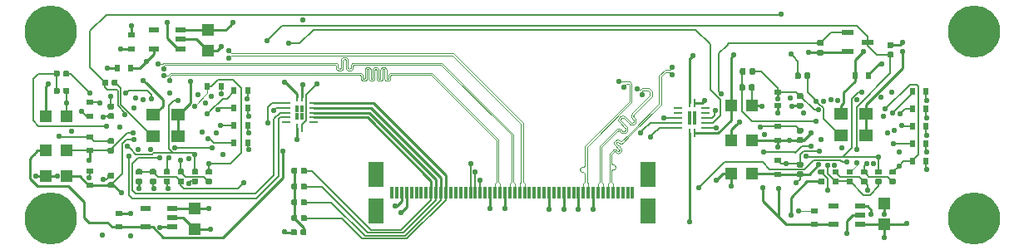
<source format=gbr>
G04 #@! TF.GenerationSoftware,KiCad,Pcbnew,5.0.2+dfsg1-1*
G04 #@! TF.CreationDate,2019-09-25T20:47:01+02:00*
G04 #@! TF.ProjectId,OV9281,4f563932-3831-42e6-9b69-6361645f7063,rev?*
G04 #@! TF.SameCoordinates,Original*
G04 #@! TF.FileFunction,Copper,L1,Top*
G04 #@! TF.FilePolarity,Positive*
%FSLAX46Y46*%
G04 Gerber Fmt 4.6, Leading zero omitted, Abs format (unit mm)*
G04 Created by KiCad (PCBNEW 5.0.2+dfsg1-1) date Wed 25 Sep 2019 08:47:01 PM CEST*
%MOMM*%
%LPD*%
G01*
G04 APERTURE LIST*
G04 #@! TA.AperFunction,ComponentPad*
%ADD10C,5.300000*%
G04 #@! TD*
G04 #@! TA.AperFunction,SMDPad,CuDef*
%ADD11R,1.500000X2.500000*%
G04 #@! TD*
G04 #@! TA.AperFunction,SMDPad,CuDef*
%ADD12R,0.300000X1.200000*%
G04 #@! TD*
G04 #@! TA.AperFunction,Conductor*
%ADD13C,0.100000*%
G04 #@! TD*
G04 #@! TA.AperFunction,SMDPad,CuDef*
%ADD14C,0.590000*%
G04 #@! TD*
G04 #@! TA.AperFunction,SMDPad,CuDef*
%ADD15R,1.400000X1.200000*%
G04 #@! TD*
G04 #@! TA.AperFunction,SMDPad,CuDef*
%ADD16R,1.000000X0.550000*%
G04 #@! TD*
G04 #@! TA.AperFunction,SMDPad,CuDef*
%ADD17R,0.600000X0.800000*%
G04 #@! TD*
G04 #@! TA.AperFunction,SMDPad,CuDef*
%ADD18R,0.800000X0.600000*%
G04 #@! TD*
G04 #@! TA.AperFunction,SMDPad,CuDef*
%ADD19R,1.200000X1.200000*%
G04 #@! TD*
G04 #@! TA.AperFunction,SMDPad,CuDef*
%ADD20R,0.450000X0.700000*%
G04 #@! TD*
G04 #@! TA.AperFunction,SMDPad,CuDef*
%ADD21R,0.900000X0.240000*%
G04 #@! TD*
G04 #@! TA.AperFunction,SMDPad,CuDef*
%ADD22R,0.240000X0.900000*%
G04 #@! TD*
G04 #@! TA.AperFunction,SMDPad,CuDef*
%ADD23R,1.300000X0.600000*%
G04 #@! TD*
G04 #@! TA.AperFunction,ViaPad*
%ADD24C,0.550000*%
G04 #@! TD*
G04 #@! TA.AperFunction,Conductor*
%ADD25C,0.254000*%
G04 #@! TD*
G04 #@! TA.AperFunction,Conductor*
%ADD26C,0.150000*%
G04 #@! TD*
G04 #@! TA.AperFunction,Conductor*
%ADD27C,0.250000*%
G04 #@! TD*
G04 #@! TA.AperFunction,Conductor*
%ADD28C,0.200000*%
G04 #@! TD*
G04 APERTURE END LIST*
D10*
G04 #@! TO.P,MP1,~*
G04 #@! TO.N,N/C*
X103000000Y-122000000D03*
G04 #@! TD*
G04 #@! TO.P,MP2,~*
G04 #@! TO.N,N/C*
X197000000Y-103000000D03*
G04 #@! TD*
G04 #@! TO.P,MP3,~*
G04 #@! TO.N,N/C*
X103000000Y-103000000D03*
G04 #@! TD*
G04 #@! TO.P,MP4,~*
G04 #@! TO.N,N/C*
X197000000Y-122000000D03*
G04 #@! TD*
D11*
G04 #@! TO.P,J3,~*
G04 #@! TO.N,N/C*
X163850000Y-117550000D03*
X163850000Y-121250000D03*
X136150000Y-121250000D03*
X136150000Y-117550000D03*
D12*
G04 #@! TO.P,J3,50*
G04 #@! TO.N,Net-(J3-Pad50)*
X137750000Y-119400000D03*
G04 #@! TO.P,J3,49*
G04 #@! TO.N,Net-(J3-Pad49)*
X138250000Y-119400000D03*
G04 #@! TO.P,J3,48*
G04 #@! TO.N,+3V3*
X138750000Y-119400000D03*
G04 #@! TO.P,J3,47*
X139250000Y-119400000D03*
G04 #@! TO.P,J3,46*
G04 #@! TO.N,Net-(J3-Pad46)*
X139750000Y-119400000D03*
G04 #@! TO.P,J3,45*
G04 #@! TO.N,Net-(J3-Pad45)*
X140250000Y-119400000D03*
G04 #@! TO.P,J3,44*
G04 #@! TO.N,Net-(J3-Pad44)*
X140750000Y-119400000D03*
G04 #@! TO.P,J3,43*
G04 #@! TO.N,Net-(J3-Pad43)*
X141250000Y-119400000D03*
G04 #@! TO.P,J3,42*
G04 #@! TO.N,/M2_CAM_SCL*
X141750000Y-119400000D03*
G04 #@! TO.P,J3,41*
G04 #@! TO.N,/M2_CAM_SDA*
X142250000Y-119400000D03*
G04 #@! TO.P,J3,40*
G04 #@! TO.N,/M1_CAM_SCL*
X142750000Y-119400000D03*
G04 #@! TO.P,J3,39*
G04 #@! TO.N,/M1_CAM_SDA*
X143250000Y-119400000D03*
G04 #@! TO.P,J3,38*
G04 #@! TO.N,Net-(J3-Pad38)*
X143750000Y-119400000D03*
G04 #@! TO.P,J3,37*
G04 #@! TO.N,Net-(J3-Pad37)*
X144250000Y-119400000D03*
G04 #@! TO.P,J3,36*
G04 #@! TO.N,Net-(J3-Pad36)*
X144750000Y-119400000D03*
G04 #@! TO.P,J3,35*
G04 #@! TO.N,Net-(J3-Pad35)*
X145250000Y-119400000D03*
G04 #@! TO.P,J3,34*
G04 #@! TO.N,/M2_VSYNC*
X145750000Y-119400000D03*
G04 #@! TO.P,J3,33*
G04 #@! TO.N,/CAM_RST*
X146250000Y-119400000D03*
G04 #@! TO.P,J3,32*
G04 #@! TO.N,/M1_VSYNC*
X146750000Y-119400000D03*
G04 #@! TO.P,J3,31*
G04 #@! TO.N,Net-(J3-Pad31)*
X147250000Y-119400000D03*
G04 #@! TO.P,J3,30*
G04 #@! TO.N,GND*
X147750000Y-119400000D03*
G04 #@! TO.P,J3,29*
G04 #@! TO.N,/CAM_R_CLK_P*
X148250000Y-119400000D03*
G04 #@! TO.P,J3,28*
G04 #@! TO.N,/CAM_R_CLK_N*
X148750000Y-119400000D03*
G04 #@! TO.P,J3,27*
G04 #@! TO.N,GND*
X149250000Y-119400000D03*
G04 #@! TO.P,J3,26*
G04 #@! TO.N,/CAM_R_D0_P*
X149750000Y-119400000D03*
G04 #@! TO.P,J3,25*
G04 #@! TO.N,/CAM_R_D0_N*
X150250000Y-119400000D03*
G04 #@! TO.P,J3,24*
G04 #@! TO.N,/CAM_R_D1_P*
X150750000Y-119400000D03*
G04 #@! TO.P,J3,23*
G04 #@! TO.N,/CAM_R_D1_N*
X151250000Y-119400000D03*
G04 #@! TO.P,J3,22*
G04 #@! TO.N,Net-(J3-Pad22)*
X151750000Y-119400000D03*
G04 #@! TO.P,J3,21*
G04 #@! TO.N,Net-(J3-Pad21)*
X152250000Y-119400000D03*
G04 #@! TO.P,J3,20*
G04 #@! TO.N,Net-(J3-Pad20)*
X152750000Y-119400000D03*
G04 #@! TO.P,J3,19*
G04 #@! TO.N,Net-(J3-Pad19)*
X153250000Y-119400000D03*
G04 #@! TO.P,J3,18*
G04 #@! TO.N,GND*
X153750000Y-119400000D03*
G04 #@! TO.P,J3,17*
G04 #@! TO.N,Net-(J3-Pad17)*
X154250000Y-119400000D03*
G04 #@! TO.P,J3,16*
G04 #@! TO.N,Net-(J3-Pad16)*
X154750000Y-119400000D03*
G04 #@! TO.P,J3,15*
G04 #@! TO.N,GND*
X155250000Y-119400000D03*
G04 #@! TO.P,J3,14*
G04 #@! TO.N,Net-(J3-Pad14)*
X155750000Y-119400000D03*
G04 #@! TO.P,J3,13*
G04 #@! TO.N,Net-(J3-Pad13)*
X156250000Y-119400000D03*
G04 #@! TO.P,J3,12*
G04 #@! TO.N,GND*
X156750000Y-119400000D03*
G04 #@! TO.P,J3,11*
G04 #@! TO.N,/CAM_L_CLK_P*
X157250000Y-119400000D03*
G04 #@! TO.P,J3,10*
G04 #@! TO.N,/CAM_L_CLK_N*
X157750000Y-119400000D03*
G04 #@! TO.P,J3,9*
G04 #@! TO.N,GND*
X158250000Y-119400000D03*
G04 #@! TO.P,J3,8*
G04 #@! TO.N,/CAM_L_D0_P*
X158750000Y-119400000D03*
G04 #@! TO.P,J3,7*
G04 #@! TO.N,/CAM_L_D0_N*
X159250000Y-119400000D03*
G04 #@! TO.P,J3,6*
G04 #@! TO.N,/CAM_L_D1_P*
X159750000Y-119400000D03*
G04 #@! TO.P,J3,5*
G04 #@! TO.N,/CAM_L_D1_N*
X160250000Y-119400000D03*
G04 #@! TO.P,J3,4*
G04 #@! TO.N,Net-(J3-Pad4)*
X160750000Y-119400000D03*
G04 #@! TO.P,J3,3*
G04 #@! TO.N,Net-(J3-Pad3)*
X161250000Y-119400000D03*
G04 #@! TO.P,J3,2*
G04 #@! TO.N,Net-(J3-Pad2)*
X161750000Y-119400000D03*
G04 #@! TO.P,J3,1*
G04 #@! TO.N,Net-(J3-Pad1)*
X162250000Y-119400000D03*
G04 #@! TD*
D13*
G04 #@! TO.N,/M2_MCLK*
G04 #@! TO.C,R21*
G36*
X109699458Y-107866710D02*
X109713776Y-107868834D01*
X109727817Y-107872351D01*
X109741446Y-107877228D01*
X109754531Y-107883417D01*
X109766947Y-107890858D01*
X109778573Y-107899481D01*
X109789298Y-107909202D01*
X109799019Y-107919927D01*
X109807642Y-107931553D01*
X109815083Y-107943969D01*
X109821272Y-107957054D01*
X109826149Y-107970683D01*
X109829666Y-107984724D01*
X109831790Y-107999042D01*
X109832500Y-108013500D01*
X109832500Y-108358500D01*
X109831790Y-108372958D01*
X109829666Y-108387276D01*
X109826149Y-108401317D01*
X109821272Y-108414946D01*
X109815083Y-108428031D01*
X109807642Y-108440447D01*
X109799019Y-108452073D01*
X109789298Y-108462798D01*
X109778573Y-108472519D01*
X109766947Y-108481142D01*
X109754531Y-108488583D01*
X109741446Y-108494772D01*
X109727817Y-108499649D01*
X109713776Y-108503166D01*
X109699458Y-108505290D01*
X109685000Y-108506000D01*
X109390000Y-108506000D01*
X109375542Y-108505290D01*
X109361224Y-108503166D01*
X109347183Y-108499649D01*
X109333554Y-108494772D01*
X109320469Y-108488583D01*
X109308053Y-108481142D01*
X109296427Y-108472519D01*
X109285702Y-108462798D01*
X109275981Y-108452073D01*
X109267358Y-108440447D01*
X109259917Y-108428031D01*
X109253728Y-108414946D01*
X109248851Y-108401317D01*
X109245334Y-108387276D01*
X109243210Y-108372958D01*
X109242500Y-108358500D01*
X109242500Y-108013500D01*
X109243210Y-107999042D01*
X109245334Y-107984724D01*
X109248851Y-107970683D01*
X109253728Y-107957054D01*
X109259917Y-107943969D01*
X109267358Y-107931553D01*
X109275981Y-107919927D01*
X109285702Y-107909202D01*
X109296427Y-107899481D01*
X109308053Y-107890858D01*
X109320469Y-107883417D01*
X109333554Y-107877228D01*
X109347183Y-107872351D01*
X109361224Y-107868834D01*
X109375542Y-107866710D01*
X109390000Y-107866000D01*
X109685000Y-107866000D01*
X109699458Y-107866710D01*
X109699458Y-107866710D01*
G37*
D14*
G04 #@! TD*
G04 #@! TO.P,R21,2*
G04 #@! TO.N,/M2_MCLK*
X109537500Y-108186000D03*
D13*
G04 #@! TO.N,/M2_MCLK_M*
G04 #@! TO.C,R21*
G36*
X108729458Y-107866710D02*
X108743776Y-107868834D01*
X108757817Y-107872351D01*
X108771446Y-107877228D01*
X108784531Y-107883417D01*
X108796947Y-107890858D01*
X108808573Y-107899481D01*
X108819298Y-107909202D01*
X108829019Y-107919927D01*
X108837642Y-107931553D01*
X108845083Y-107943969D01*
X108851272Y-107957054D01*
X108856149Y-107970683D01*
X108859666Y-107984724D01*
X108861790Y-107999042D01*
X108862500Y-108013500D01*
X108862500Y-108358500D01*
X108861790Y-108372958D01*
X108859666Y-108387276D01*
X108856149Y-108401317D01*
X108851272Y-108414946D01*
X108845083Y-108428031D01*
X108837642Y-108440447D01*
X108829019Y-108452073D01*
X108819298Y-108462798D01*
X108808573Y-108472519D01*
X108796947Y-108481142D01*
X108784531Y-108488583D01*
X108771446Y-108494772D01*
X108757817Y-108499649D01*
X108743776Y-108503166D01*
X108729458Y-108505290D01*
X108715000Y-108506000D01*
X108420000Y-108506000D01*
X108405542Y-108505290D01*
X108391224Y-108503166D01*
X108377183Y-108499649D01*
X108363554Y-108494772D01*
X108350469Y-108488583D01*
X108338053Y-108481142D01*
X108326427Y-108472519D01*
X108315702Y-108462798D01*
X108305981Y-108452073D01*
X108297358Y-108440447D01*
X108289917Y-108428031D01*
X108283728Y-108414946D01*
X108278851Y-108401317D01*
X108275334Y-108387276D01*
X108273210Y-108372958D01*
X108272500Y-108358500D01*
X108272500Y-108013500D01*
X108273210Y-107999042D01*
X108275334Y-107984724D01*
X108278851Y-107970683D01*
X108283728Y-107957054D01*
X108289917Y-107943969D01*
X108297358Y-107931553D01*
X108305981Y-107919927D01*
X108315702Y-107909202D01*
X108326427Y-107899481D01*
X108338053Y-107890858D01*
X108350469Y-107883417D01*
X108363554Y-107877228D01*
X108377183Y-107872351D01*
X108391224Y-107868834D01*
X108405542Y-107866710D01*
X108420000Y-107866000D01*
X108715000Y-107866000D01*
X108729458Y-107866710D01*
X108729458Y-107866710D01*
G37*
D14*
G04 #@! TD*
G04 #@! TO.P,R21,1*
G04 #@! TO.N,/M2_MCLK_M*
X108567500Y-108186000D03*
D13*
G04 #@! TO.N,/M2_AGND*
G04 #@! TO.C,R14*
G36*
X113623358Y-117000710D02*
X113637676Y-117002834D01*
X113651717Y-117006351D01*
X113665346Y-117011228D01*
X113678431Y-117017417D01*
X113690847Y-117024858D01*
X113702473Y-117033481D01*
X113713198Y-117043202D01*
X113722919Y-117053927D01*
X113731542Y-117065553D01*
X113738983Y-117077969D01*
X113745172Y-117091054D01*
X113750049Y-117104683D01*
X113753566Y-117118724D01*
X113755690Y-117133042D01*
X113756400Y-117147500D01*
X113756400Y-117442500D01*
X113755690Y-117456958D01*
X113753566Y-117471276D01*
X113750049Y-117485317D01*
X113745172Y-117498946D01*
X113738983Y-117512031D01*
X113731542Y-117524447D01*
X113722919Y-117536073D01*
X113713198Y-117546798D01*
X113702473Y-117556519D01*
X113690847Y-117565142D01*
X113678431Y-117572583D01*
X113665346Y-117578772D01*
X113651717Y-117583649D01*
X113637676Y-117587166D01*
X113623358Y-117589290D01*
X113608900Y-117590000D01*
X113263900Y-117590000D01*
X113249442Y-117589290D01*
X113235124Y-117587166D01*
X113221083Y-117583649D01*
X113207454Y-117578772D01*
X113194369Y-117572583D01*
X113181953Y-117565142D01*
X113170327Y-117556519D01*
X113159602Y-117546798D01*
X113149881Y-117536073D01*
X113141258Y-117524447D01*
X113133817Y-117512031D01*
X113127628Y-117498946D01*
X113122751Y-117485317D01*
X113119234Y-117471276D01*
X113117110Y-117456958D01*
X113116400Y-117442500D01*
X113116400Y-117147500D01*
X113117110Y-117133042D01*
X113119234Y-117118724D01*
X113122751Y-117104683D01*
X113127628Y-117091054D01*
X113133817Y-117077969D01*
X113141258Y-117065553D01*
X113149881Y-117053927D01*
X113159602Y-117043202D01*
X113170327Y-117033481D01*
X113181953Y-117024858D01*
X113194369Y-117017417D01*
X113207454Y-117011228D01*
X113221083Y-117006351D01*
X113235124Y-117002834D01*
X113249442Y-117000710D01*
X113263900Y-117000000D01*
X113608900Y-117000000D01*
X113623358Y-117000710D01*
X113623358Y-117000710D01*
G37*
D14*
G04 #@! TD*
G04 #@! TO.P,R14,2*
G04 #@! TO.N,/M2_AGND*
X113436400Y-117295000D03*
D13*
G04 #@! TO.N,/M2_DGND*
G04 #@! TO.C,R14*
G36*
X113623358Y-117970710D02*
X113637676Y-117972834D01*
X113651717Y-117976351D01*
X113665346Y-117981228D01*
X113678431Y-117987417D01*
X113690847Y-117994858D01*
X113702473Y-118003481D01*
X113713198Y-118013202D01*
X113722919Y-118023927D01*
X113731542Y-118035553D01*
X113738983Y-118047969D01*
X113745172Y-118061054D01*
X113750049Y-118074683D01*
X113753566Y-118088724D01*
X113755690Y-118103042D01*
X113756400Y-118117500D01*
X113756400Y-118412500D01*
X113755690Y-118426958D01*
X113753566Y-118441276D01*
X113750049Y-118455317D01*
X113745172Y-118468946D01*
X113738983Y-118482031D01*
X113731542Y-118494447D01*
X113722919Y-118506073D01*
X113713198Y-118516798D01*
X113702473Y-118526519D01*
X113690847Y-118535142D01*
X113678431Y-118542583D01*
X113665346Y-118548772D01*
X113651717Y-118553649D01*
X113637676Y-118557166D01*
X113623358Y-118559290D01*
X113608900Y-118560000D01*
X113263900Y-118560000D01*
X113249442Y-118559290D01*
X113235124Y-118557166D01*
X113221083Y-118553649D01*
X113207454Y-118548772D01*
X113194369Y-118542583D01*
X113181953Y-118535142D01*
X113170327Y-118526519D01*
X113159602Y-118516798D01*
X113149881Y-118506073D01*
X113141258Y-118494447D01*
X113133817Y-118482031D01*
X113127628Y-118468946D01*
X113122751Y-118455317D01*
X113119234Y-118441276D01*
X113117110Y-118426958D01*
X113116400Y-118412500D01*
X113116400Y-118117500D01*
X113117110Y-118103042D01*
X113119234Y-118088724D01*
X113122751Y-118074683D01*
X113127628Y-118061054D01*
X113133817Y-118047969D01*
X113141258Y-118035553D01*
X113149881Y-118023927D01*
X113159602Y-118013202D01*
X113170327Y-118003481D01*
X113181953Y-117994858D01*
X113194369Y-117987417D01*
X113207454Y-117981228D01*
X113221083Y-117976351D01*
X113235124Y-117972834D01*
X113249442Y-117970710D01*
X113263900Y-117970000D01*
X113608900Y-117970000D01*
X113623358Y-117970710D01*
X113623358Y-117970710D01*
G37*
D14*
G04 #@! TD*
G04 #@! TO.P,R14,1*
G04 #@! TO.N,/M2_DGND*
X113436400Y-118265000D03*
D13*
G04 #@! TO.N,/M1_DOVDD*
G04 #@! TO.C,C16*
G36*
X187455682Y-117004710D02*
X187470000Y-117006834D01*
X187484041Y-117010351D01*
X187497670Y-117015228D01*
X187510755Y-117021417D01*
X187523171Y-117028858D01*
X187534797Y-117037481D01*
X187545522Y-117047202D01*
X187555243Y-117057927D01*
X187563866Y-117069553D01*
X187571307Y-117081969D01*
X187577496Y-117095054D01*
X187582373Y-117108683D01*
X187585890Y-117122724D01*
X187588014Y-117137042D01*
X187588724Y-117151500D01*
X187588724Y-117446500D01*
X187588014Y-117460958D01*
X187585890Y-117475276D01*
X187582373Y-117489317D01*
X187577496Y-117502946D01*
X187571307Y-117516031D01*
X187563866Y-117528447D01*
X187555243Y-117540073D01*
X187545522Y-117550798D01*
X187534797Y-117560519D01*
X187523171Y-117569142D01*
X187510755Y-117576583D01*
X187497670Y-117582772D01*
X187484041Y-117587649D01*
X187470000Y-117591166D01*
X187455682Y-117593290D01*
X187441224Y-117594000D01*
X187096224Y-117594000D01*
X187081766Y-117593290D01*
X187067448Y-117591166D01*
X187053407Y-117587649D01*
X187039778Y-117582772D01*
X187026693Y-117576583D01*
X187014277Y-117569142D01*
X187002651Y-117560519D01*
X186991926Y-117550798D01*
X186982205Y-117540073D01*
X186973582Y-117528447D01*
X186966141Y-117516031D01*
X186959952Y-117502946D01*
X186955075Y-117489317D01*
X186951558Y-117475276D01*
X186949434Y-117460958D01*
X186948724Y-117446500D01*
X186948724Y-117151500D01*
X186949434Y-117137042D01*
X186951558Y-117122724D01*
X186955075Y-117108683D01*
X186959952Y-117095054D01*
X186966141Y-117081969D01*
X186973582Y-117069553D01*
X186982205Y-117057927D01*
X186991926Y-117047202D01*
X187002651Y-117037481D01*
X187014277Y-117028858D01*
X187026693Y-117021417D01*
X187039778Y-117015228D01*
X187053407Y-117010351D01*
X187067448Y-117006834D01*
X187081766Y-117004710D01*
X187096224Y-117004000D01*
X187441224Y-117004000D01*
X187455682Y-117004710D01*
X187455682Y-117004710D01*
G37*
D14*
G04 #@! TD*
G04 #@! TO.P,C16,1*
G04 #@! TO.N,/M1_DOVDD*
X187268724Y-117299000D03*
D13*
G04 #@! TO.N,/M1_DGND*
G04 #@! TO.C,C16*
G36*
X187455682Y-117974710D02*
X187470000Y-117976834D01*
X187484041Y-117980351D01*
X187497670Y-117985228D01*
X187510755Y-117991417D01*
X187523171Y-117998858D01*
X187534797Y-118007481D01*
X187545522Y-118017202D01*
X187555243Y-118027927D01*
X187563866Y-118039553D01*
X187571307Y-118051969D01*
X187577496Y-118065054D01*
X187582373Y-118078683D01*
X187585890Y-118092724D01*
X187588014Y-118107042D01*
X187588724Y-118121500D01*
X187588724Y-118416500D01*
X187588014Y-118430958D01*
X187585890Y-118445276D01*
X187582373Y-118459317D01*
X187577496Y-118472946D01*
X187571307Y-118486031D01*
X187563866Y-118498447D01*
X187555243Y-118510073D01*
X187545522Y-118520798D01*
X187534797Y-118530519D01*
X187523171Y-118539142D01*
X187510755Y-118546583D01*
X187497670Y-118552772D01*
X187484041Y-118557649D01*
X187470000Y-118561166D01*
X187455682Y-118563290D01*
X187441224Y-118564000D01*
X187096224Y-118564000D01*
X187081766Y-118563290D01*
X187067448Y-118561166D01*
X187053407Y-118557649D01*
X187039778Y-118552772D01*
X187026693Y-118546583D01*
X187014277Y-118539142D01*
X187002651Y-118530519D01*
X186991926Y-118520798D01*
X186982205Y-118510073D01*
X186973582Y-118498447D01*
X186966141Y-118486031D01*
X186959952Y-118472946D01*
X186955075Y-118459317D01*
X186951558Y-118445276D01*
X186949434Y-118430958D01*
X186948724Y-118416500D01*
X186948724Y-118121500D01*
X186949434Y-118107042D01*
X186951558Y-118092724D01*
X186955075Y-118078683D01*
X186959952Y-118065054D01*
X186966141Y-118051969D01*
X186973582Y-118039553D01*
X186982205Y-118027927D01*
X186991926Y-118017202D01*
X187002651Y-118007481D01*
X187014277Y-117998858D01*
X187026693Y-117991417D01*
X187039778Y-117985228D01*
X187053407Y-117980351D01*
X187067448Y-117976834D01*
X187081766Y-117974710D01*
X187096224Y-117974000D01*
X187441224Y-117974000D01*
X187455682Y-117974710D01*
X187455682Y-117974710D01*
G37*
D14*
G04 #@! TD*
G04 #@! TO.P,C16,2*
G04 #@! TO.N,/M1_DGND*
X187268724Y-118269000D03*
D15*
G04 #@! TO.P,Y2,2*
G04 #@! TO.N,GND*
X113466664Y-111425700D03*
G04 #@! TO.P,Y2,3*
G04 #@! TO.N,/M2_MCLK*
X113466664Y-113625700D03*
G04 #@! TO.P,Y2,1*
G04 #@! TO.N,+1V8*
X116006664Y-111425700D03*
G04 #@! TO.P,Y2,4*
X116006664Y-113625700D03*
G04 #@! TD*
D16*
G04 #@! TO.P,IC2,5*
G04 #@! TO.N,+1V8*
X113517797Y-104740280D03*
G04 #@! TO.P,IC2,4*
G04 #@! TO.N,N/C*
X113517797Y-102840280D03*
G04 #@! TO.P,IC2,1*
G04 #@! TO.N,+3V3*
X116217797Y-104740280D03*
G04 #@! TO.P,IC2,2*
G04 #@! TO.N,GND*
X116217797Y-103790280D03*
G04 #@! TO.P,IC2,3*
G04 #@! TO.N,+3V3*
X116217797Y-102840280D03*
G04 #@! TD*
D17*
G04 #@! TO.P,C34,2*
G04 #@! TO.N,GND*
X109790000Y-106680000D03*
G04 #@! TO.P,C34,1*
G04 #@! TO.N,+1V8*
X111190000Y-106680000D03*
G04 #@! TD*
D13*
G04 #@! TO.N,/M1_DGND*
G04 #@! TO.C,C15*
G36*
X179480483Y-109270710D02*
X179494801Y-109272834D01*
X179508842Y-109276351D01*
X179522471Y-109281228D01*
X179535556Y-109287417D01*
X179547972Y-109294858D01*
X179559598Y-109303481D01*
X179570323Y-109313202D01*
X179580044Y-109323927D01*
X179588667Y-109335553D01*
X179596108Y-109347969D01*
X179602297Y-109361054D01*
X179607174Y-109374683D01*
X179610691Y-109388724D01*
X179612815Y-109403042D01*
X179613525Y-109417500D01*
X179613525Y-109712500D01*
X179612815Y-109726958D01*
X179610691Y-109741276D01*
X179607174Y-109755317D01*
X179602297Y-109768946D01*
X179596108Y-109782031D01*
X179588667Y-109794447D01*
X179580044Y-109806073D01*
X179570323Y-109816798D01*
X179559598Y-109826519D01*
X179547972Y-109835142D01*
X179535556Y-109842583D01*
X179522471Y-109848772D01*
X179508842Y-109853649D01*
X179494801Y-109857166D01*
X179480483Y-109859290D01*
X179466025Y-109860000D01*
X179121025Y-109860000D01*
X179106567Y-109859290D01*
X179092249Y-109857166D01*
X179078208Y-109853649D01*
X179064579Y-109848772D01*
X179051494Y-109842583D01*
X179039078Y-109835142D01*
X179027452Y-109826519D01*
X179016727Y-109816798D01*
X179007006Y-109806073D01*
X178998383Y-109794447D01*
X178990942Y-109782031D01*
X178984753Y-109768946D01*
X178979876Y-109755317D01*
X178976359Y-109741276D01*
X178974235Y-109726958D01*
X178973525Y-109712500D01*
X178973525Y-109417500D01*
X178974235Y-109403042D01*
X178976359Y-109388724D01*
X178979876Y-109374683D01*
X178984753Y-109361054D01*
X178990942Y-109347969D01*
X178998383Y-109335553D01*
X179007006Y-109323927D01*
X179016727Y-109313202D01*
X179027452Y-109303481D01*
X179039078Y-109294858D01*
X179051494Y-109287417D01*
X179064579Y-109281228D01*
X179078208Y-109276351D01*
X179092249Y-109272834D01*
X179106567Y-109270710D01*
X179121025Y-109270000D01*
X179466025Y-109270000D01*
X179480483Y-109270710D01*
X179480483Y-109270710D01*
G37*
D14*
G04 #@! TD*
G04 #@! TO.P,C15,2*
G04 #@! TO.N,/M1_DGND*
X179293525Y-109565000D03*
D13*
G04 #@! TO.N,/M1_DOVDD*
G04 #@! TO.C,C15*
G36*
X179480483Y-110240710D02*
X179494801Y-110242834D01*
X179508842Y-110246351D01*
X179522471Y-110251228D01*
X179535556Y-110257417D01*
X179547972Y-110264858D01*
X179559598Y-110273481D01*
X179570323Y-110283202D01*
X179580044Y-110293927D01*
X179588667Y-110305553D01*
X179596108Y-110317969D01*
X179602297Y-110331054D01*
X179607174Y-110344683D01*
X179610691Y-110358724D01*
X179612815Y-110373042D01*
X179613525Y-110387500D01*
X179613525Y-110682500D01*
X179612815Y-110696958D01*
X179610691Y-110711276D01*
X179607174Y-110725317D01*
X179602297Y-110738946D01*
X179596108Y-110752031D01*
X179588667Y-110764447D01*
X179580044Y-110776073D01*
X179570323Y-110786798D01*
X179559598Y-110796519D01*
X179547972Y-110805142D01*
X179535556Y-110812583D01*
X179522471Y-110818772D01*
X179508842Y-110823649D01*
X179494801Y-110827166D01*
X179480483Y-110829290D01*
X179466025Y-110830000D01*
X179121025Y-110830000D01*
X179106567Y-110829290D01*
X179092249Y-110827166D01*
X179078208Y-110823649D01*
X179064579Y-110818772D01*
X179051494Y-110812583D01*
X179039078Y-110805142D01*
X179027452Y-110796519D01*
X179016727Y-110786798D01*
X179007006Y-110776073D01*
X178998383Y-110764447D01*
X178990942Y-110752031D01*
X178984753Y-110738946D01*
X178979876Y-110725317D01*
X178976359Y-110711276D01*
X178974235Y-110696958D01*
X178973525Y-110682500D01*
X178973525Y-110387500D01*
X178974235Y-110373042D01*
X178976359Y-110358724D01*
X178979876Y-110344683D01*
X178984753Y-110331054D01*
X178990942Y-110317969D01*
X178998383Y-110305553D01*
X179007006Y-110293927D01*
X179016727Y-110283202D01*
X179027452Y-110273481D01*
X179039078Y-110264858D01*
X179051494Y-110257417D01*
X179064579Y-110251228D01*
X179078208Y-110246351D01*
X179092249Y-110242834D01*
X179106567Y-110240710D01*
X179121025Y-110240000D01*
X179466025Y-110240000D01*
X179480483Y-110240710D01*
X179480483Y-110240710D01*
G37*
D14*
G04 #@! TD*
G04 #@! TO.P,C15,1*
G04 #@! TO.N,/M1_DOVDD*
X179293525Y-110535000D03*
D13*
G04 #@! TO.N,/M1_DVDD*
G04 #@! TO.C,C14*
G36*
X179480483Y-117230448D02*
X179494801Y-117232572D01*
X179508842Y-117236089D01*
X179522471Y-117240966D01*
X179535556Y-117247155D01*
X179547972Y-117254596D01*
X179559598Y-117263219D01*
X179570323Y-117272940D01*
X179580044Y-117283665D01*
X179588667Y-117295291D01*
X179596108Y-117307707D01*
X179602297Y-117320792D01*
X179607174Y-117334421D01*
X179610691Y-117348462D01*
X179612815Y-117362780D01*
X179613525Y-117377238D01*
X179613525Y-117672238D01*
X179612815Y-117686696D01*
X179610691Y-117701014D01*
X179607174Y-117715055D01*
X179602297Y-117728684D01*
X179596108Y-117741769D01*
X179588667Y-117754185D01*
X179580044Y-117765811D01*
X179570323Y-117776536D01*
X179559598Y-117786257D01*
X179547972Y-117794880D01*
X179535556Y-117802321D01*
X179522471Y-117808510D01*
X179508842Y-117813387D01*
X179494801Y-117816904D01*
X179480483Y-117819028D01*
X179466025Y-117819738D01*
X179121025Y-117819738D01*
X179106567Y-117819028D01*
X179092249Y-117816904D01*
X179078208Y-117813387D01*
X179064579Y-117808510D01*
X179051494Y-117802321D01*
X179039078Y-117794880D01*
X179027452Y-117786257D01*
X179016727Y-117776536D01*
X179007006Y-117765811D01*
X178998383Y-117754185D01*
X178990942Y-117741769D01*
X178984753Y-117728684D01*
X178979876Y-117715055D01*
X178976359Y-117701014D01*
X178974235Y-117686696D01*
X178973525Y-117672238D01*
X178973525Y-117377238D01*
X178974235Y-117362780D01*
X178976359Y-117348462D01*
X178979876Y-117334421D01*
X178984753Y-117320792D01*
X178990942Y-117307707D01*
X178998383Y-117295291D01*
X179007006Y-117283665D01*
X179016727Y-117272940D01*
X179027452Y-117263219D01*
X179039078Y-117254596D01*
X179051494Y-117247155D01*
X179064579Y-117240966D01*
X179078208Y-117236089D01*
X179092249Y-117232572D01*
X179106567Y-117230448D01*
X179121025Y-117229738D01*
X179466025Y-117229738D01*
X179480483Y-117230448D01*
X179480483Y-117230448D01*
G37*
D14*
G04 #@! TD*
G04 #@! TO.P,C14,1*
G04 #@! TO.N,/M1_DVDD*
X179293525Y-117524738D03*
D13*
G04 #@! TO.N,/M1_DGND*
G04 #@! TO.C,C14*
G36*
X179480483Y-116260448D02*
X179494801Y-116262572D01*
X179508842Y-116266089D01*
X179522471Y-116270966D01*
X179535556Y-116277155D01*
X179547972Y-116284596D01*
X179559598Y-116293219D01*
X179570323Y-116302940D01*
X179580044Y-116313665D01*
X179588667Y-116325291D01*
X179596108Y-116337707D01*
X179602297Y-116350792D01*
X179607174Y-116364421D01*
X179610691Y-116378462D01*
X179612815Y-116392780D01*
X179613525Y-116407238D01*
X179613525Y-116702238D01*
X179612815Y-116716696D01*
X179610691Y-116731014D01*
X179607174Y-116745055D01*
X179602297Y-116758684D01*
X179596108Y-116771769D01*
X179588667Y-116784185D01*
X179580044Y-116795811D01*
X179570323Y-116806536D01*
X179559598Y-116816257D01*
X179547972Y-116824880D01*
X179535556Y-116832321D01*
X179522471Y-116838510D01*
X179508842Y-116843387D01*
X179494801Y-116846904D01*
X179480483Y-116849028D01*
X179466025Y-116849738D01*
X179121025Y-116849738D01*
X179106567Y-116849028D01*
X179092249Y-116846904D01*
X179078208Y-116843387D01*
X179064579Y-116838510D01*
X179051494Y-116832321D01*
X179039078Y-116824880D01*
X179027452Y-116816257D01*
X179016727Y-116806536D01*
X179007006Y-116795811D01*
X178998383Y-116784185D01*
X178990942Y-116771769D01*
X178984753Y-116758684D01*
X178979876Y-116745055D01*
X178976359Y-116731014D01*
X178974235Y-116716696D01*
X178973525Y-116702238D01*
X178973525Y-116407238D01*
X178974235Y-116392780D01*
X178976359Y-116378462D01*
X178979876Y-116364421D01*
X178984753Y-116350792D01*
X178990942Y-116337707D01*
X178998383Y-116325291D01*
X179007006Y-116313665D01*
X179016727Y-116302940D01*
X179027452Y-116293219D01*
X179039078Y-116284596D01*
X179051494Y-116277155D01*
X179064579Y-116270966D01*
X179078208Y-116266089D01*
X179092249Y-116262572D01*
X179106567Y-116260448D01*
X179121025Y-116259738D01*
X179466025Y-116259738D01*
X179480483Y-116260448D01*
X179480483Y-116260448D01*
G37*
D14*
G04 #@! TD*
G04 #@! TO.P,C14,2*
G04 #@! TO.N,/M1_DGND*
X179293525Y-116554738D03*
D13*
G04 #@! TO.N,/M2_DGND*
G04 #@! TO.C,C23*
G36*
X115045758Y-117970710D02*
X115060076Y-117972834D01*
X115074117Y-117976351D01*
X115087746Y-117981228D01*
X115100831Y-117987417D01*
X115113247Y-117994858D01*
X115124873Y-118003481D01*
X115135598Y-118013202D01*
X115145319Y-118023927D01*
X115153942Y-118035553D01*
X115161383Y-118047969D01*
X115167572Y-118061054D01*
X115172449Y-118074683D01*
X115175966Y-118088724D01*
X115178090Y-118103042D01*
X115178800Y-118117500D01*
X115178800Y-118412500D01*
X115178090Y-118426958D01*
X115175966Y-118441276D01*
X115172449Y-118455317D01*
X115167572Y-118468946D01*
X115161383Y-118482031D01*
X115153942Y-118494447D01*
X115145319Y-118506073D01*
X115135598Y-118516798D01*
X115124873Y-118526519D01*
X115113247Y-118535142D01*
X115100831Y-118542583D01*
X115087746Y-118548772D01*
X115074117Y-118553649D01*
X115060076Y-118557166D01*
X115045758Y-118559290D01*
X115031300Y-118560000D01*
X114686300Y-118560000D01*
X114671842Y-118559290D01*
X114657524Y-118557166D01*
X114643483Y-118553649D01*
X114629854Y-118548772D01*
X114616769Y-118542583D01*
X114604353Y-118535142D01*
X114592727Y-118526519D01*
X114582002Y-118516798D01*
X114572281Y-118506073D01*
X114563658Y-118494447D01*
X114556217Y-118482031D01*
X114550028Y-118468946D01*
X114545151Y-118455317D01*
X114541634Y-118441276D01*
X114539510Y-118426958D01*
X114538800Y-118412500D01*
X114538800Y-118117500D01*
X114539510Y-118103042D01*
X114541634Y-118088724D01*
X114545151Y-118074683D01*
X114550028Y-118061054D01*
X114556217Y-118047969D01*
X114563658Y-118035553D01*
X114572281Y-118023927D01*
X114582002Y-118013202D01*
X114592727Y-118003481D01*
X114604353Y-117994858D01*
X114616769Y-117987417D01*
X114629854Y-117981228D01*
X114643483Y-117976351D01*
X114657524Y-117972834D01*
X114671842Y-117970710D01*
X114686300Y-117970000D01*
X115031300Y-117970000D01*
X115045758Y-117970710D01*
X115045758Y-117970710D01*
G37*
D14*
G04 #@! TD*
G04 #@! TO.P,C23,2*
G04 #@! TO.N,/M2_DGND*
X114858800Y-118265000D03*
D13*
G04 #@! TO.N,/M2_DVDD*
G04 #@! TO.C,C23*
G36*
X115045758Y-117000710D02*
X115060076Y-117002834D01*
X115074117Y-117006351D01*
X115087746Y-117011228D01*
X115100831Y-117017417D01*
X115113247Y-117024858D01*
X115124873Y-117033481D01*
X115135598Y-117043202D01*
X115145319Y-117053927D01*
X115153942Y-117065553D01*
X115161383Y-117077969D01*
X115167572Y-117091054D01*
X115172449Y-117104683D01*
X115175966Y-117118724D01*
X115178090Y-117133042D01*
X115178800Y-117147500D01*
X115178800Y-117442500D01*
X115178090Y-117456958D01*
X115175966Y-117471276D01*
X115172449Y-117485317D01*
X115167572Y-117498946D01*
X115161383Y-117512031D01*
X115153942Y-117524447D01*
X115145319Y-117536073D01*
X115135598Y-117546798D01*
X115124873Y-117556519D01*
X115113247Y-117565142D01*
X115100831Y-117572583D01*
X115087746Y-117578772D01*
X115074117Y-117583649D01*
X115060076Y-117587166D01*
X115045758Y-117589290D01*
X115031300Y-117590000D01*
X114686300Y-117590000D01*
X114671842Y-117589290D01*
X114657524Y-117587166D01*
X114643483Y-117583649D01*
X114629854Y-117578772D01*
X114616769Y-117572583D01*
X114604353Y-117565142D01*
X114592727Y-117556519D01*
X114582002Y-117546798D01*
X114572281Y-117536073D01*
X114563658Y-117524447D01*
X114556217Y-117512031D01*
X114550028Y-117498946D01*
X114545151Y-117485317D01*
X114541634Y-117471276D01*
X114539510Y-117456958D01*
X114538800Y-117442500D01*
X114538800Y-117147500D01*
X114539510Y-117133042D01*
X114541634Y-117118724D01*
X114545151Y-117104683D01*
X114550028Y-117091054D01*
X114556217Y-117077969D01*
X114563658Y-117065553D01*
X114572281Y-117053927D01*
X114582002Y-117043202D01*
X114592727Y-117033481D01*
X114604353Y-117024858D01*
X114616769Y-117017417D01*
X114629854Y-117011228D01*
X114643483Y-117006351D01*
X114657524Y-117002834D01*
X114671842Y-117000710D01*
X114686300Y-117000000D01*
X115031300Y-117000000D01*
X115045758Y-117000710D01*
X115045758Y-117000710D01*
G37*
D14*
G04 #@! TD*
G04 #@! TO.P,C23,1*
G04 #@! TO.N,/M2_DVDD*
X114858800Y-117295000D03*
D13*
G04 #@! TO.N,/M1_AGND*
G04 #@! TO.C,C17*
G36*
X186002408Y-117974710D02*
X186016726Y-117976834D01*
X186030767Y-117980351D01*
X186044396Y-117985228D01*
X186057481Y-117991417D01*
X186069897Y-117998858D01*
X186081523Y-118007481D01*
X186092248Y-118017202D01*
X186101969Y-118027927D01*
X186110592Y-118039553D01*
X186118033Y-118051969D01*
X186124222Y-118065054D01*
X186129099Y-118078683D01*
X186132616Y-118092724D01*
X186134740Y-118107042D01*
X186135450Y-118121500D01*
X186135450Y-118416500D01*
X186134740Y-118430958D01*
X186132616Y-118445276D01*
X186129099Y-118459317D01*
X186124222Y-118472946D01*
X186118033Y-118486031D01*
X186110592Y-118498447D01*
X186101969Y-118510073D01*
X186092248Y-118520798D01*
X186081523Y-118530519D01*
X186069897Y-118539142D01*
X186057481Y-118546583D01*
X186044396Y-118552772D01*
X186030767Y-118557649D01*
X186016726Y-118561166D01*
X186002408Y-118563290D01*
X185987950Y-118564000D01*
X185642950Y-118564000D01*
X185628492Y-118563290D01*
X185614174Y-118561166D01*
X185600133Y-118557649D01*
X185586504Y-118552772D01*
X185573419Y-118546583D01*
X185561003Y-118539142D01*
X185549377Y-118530519D01*
X185538652Y-118520798D01*
X185528931Y-118510073D01*
X185520308Y-118498447D01*
X185512867Y-118486031D01*
X185506678Y-118472946D01*
X185501801Y-118459317D01*
X185498284Y-118445276D01*
X185496160Y-118430958D01*
X185495450Y-118416500D01*
X185495450Y-118121500D01*
X185496160Y-118107042D01*
X185498284Y-118092724D01*
X185501801Y-118078683D01*
X185506678Y-118065054D01*
X185512867Y-118051969D01*
X185520308Y-118039553D01*
X185528931Y-118027927D01*
X185538652Y-118017202D01*
X185549377Y-118007481D01*
X185561003Y-117998858D01*
X185573419Y-117991417D01*
X185586504Y-117985228D01*
X185600133Y-117980351D01*
X185614174Y-117976834D01*
X185628492Y-117974710D01*
X185642950Y-117974000D01*
X185987950Y-117974000D01*
X186002408Y-117974710D01*
X186002408Y-117974710D01*
G37*
D14*
G04 #@! TD*
G04 #@! TO.P,C17,2*
G04 #@! TO.N,/M1_AGND*
X185815450Y-118269000D03*
D13*
G04 #@! TO.N,/M1_PVDD*
G04 #@! TO.C,C17*
G36*
X186002408Y-117004710D02*
X186016726Y-117006834D01*
X186030767Y-117010351D01*
X186044396Y-117015228D01*
X186057481Y-117021417D01*
X186069897Y-117028858D01*
X186081523Y-117037481D01*
X186092248Y-117047202D01*
X186101969Y-117057927D01*
X186110592Y-117069553D01*
X186118033Y-117081969D01*
X186124222Y-117095054D01*
X186129099Y-117108683D01*
X186132616Y-117122724D01*
X186134740Y-117137042D01*
X186135450Y-117151500D01*
X186135450Y-117446500D01*
X186134740Y-117460958D01*
X186132616Y-117475276D01*
X186129099Y-117489317D01*
X186124222Y-117502946D01*
X186118033Y-117516031D01*
X186110592Y-117528447D01*
X186101969Y-117540073D01*
X186092248Y-117550798D01*
X186081523Y-117560519D01*
X186069897Y-117569142D01*
X186057481Y-117576583D01*
X186044396Y-117582772D01*
X186030767Y-117587649D01*
X186016726Y-117591166D01*
X186002408Y-117593290D01*
X185987950Y-117594000D01*
X185642950Y-117594000D01*
X185628492Y-117593290D01*
X185614174Y-117591166D01*
X185600133Y-117587649D01*
X185586504Y-117582772D01*
X185573419Y-117576583D01*
X185561003Y-117569142D01*
X185549377Y-117560519D01*
X185538652Y-117550798D01*
X185528931Y-117540073D01*
X185520308Y-117528447D01*
X185512867Y-117516031D01*
X185506678Y-117502946D01*
X185501801Y-117489317D01*
X185498284Y-117475276D01*
X185496160Y-117460958D01*
X185495450Y-117446500D01*
X185495450Y-117151500D01*
X185496160Y-117137042D01*
X185498284Y-117122724D01*
X185501801Y-117108683D01*
X185506678Y-117095054D01*
X185512867Y-117081969D01*
X185520308Y-117069553D01*
X185528931Y-117057927D01*
X185538652Y-117047202D01*
X185549377Y-117037481D01*
X185561003Y-117028858D01*
X185573419Y-117021417D01*
X185586504Y-117015228D01*
X185600133Y-117010351D01*
X185614174Y-117006834D01*
X185628492Y-117004710D01*
X185642950Y-117004000D01*
X185987950Y-117004000D01*
X186002408Y-117004710D01*
X186002408Y-117004710D01*
G37*
D14*
G04 #@! TD*
G04 #@! TO.P,C17,1*
G04 #@! TO.N,/M1_PVDD*
X185815450Y-117299000D03*
D13*
G04 #@! TO.N,/M2_DVDD*
G04 #@! TO.C,C29*
G36*
X109336958Y-118350710D02*
X109351276Y-118352834D01*
X109365317Y-118356351D01*
X109378946Y-118361228D01*
X109392031Y-118367417D01*
X109404447Y-118374858D01*
X109416073Y-118383481D01*
X109426798Y-118393202D01*
X109436519Y-118403927D01*
X109445142Y-118415553D01*
X109452583Y-118427969D01*
X109458772Y-118441054D01*
X109463649Y-118454683D01*
X109467166Y-118468724D01*
X109469290Y-118483042D01*
X109470000Y-118497500D01*
X109470000Y-118792500D01*
X109469290Y-118806958D01*
X109467166Y-118821276D01*
X109463649Y-118835317D01*
X109458772Y-118848946D01*
X109452583Y-118862031D01*
X109445142Y-118874447D01*
X109436519Y-118886073D01*
X109426798Y-118896798D01*
X109416073Y-118906519D01*
X109404447Y-118915142D01*
X109392031Y-118922583D01*
X109378946Y-118928772D01*
X109365317Y-118933649D01*
X109351276Y-118937166D01*
X109336958Y-118939290D01*
X109322500Y-118940000D01*
X108977500Y-118940000D01*
X108963042Y-118939290D01*
X108948724Y-118937166D01*
X108934683Y-118933649D01*
X108921054Y-118928772D01*
X108907969Y-118922583D01*
X108895553Y-118915142D01*
X108883927Y-118906519D01*
X108873202Y-118896798D01*
X108863481Y-118886073D01*
X108854858Y-118874447D01*
X108847417Y-118862031D01*
X108841228Y-118848946D01*
X108836351Y-118835317D01*
X108832834Y-118821276D01*
X108830710Y-118806958D01*
X108830000Y-118792500D01*
X108830000Y-118497500D01*
X108830710Y-118483042D01*
X108832834Y-118468724D01*
X108836351Y-118454683D01*
X108841228Y-118441054D01*
X108847417Y-118427969D01*
X108854858Y-118415553D01*
X108863481Y-118403927D01*
X108873202Y-118393202D01*
X108883927Y-118383481D01*
X108895553Y-118374858D01*
X108907969Y-118367417D01*
X108921054Y-118361228D01*
X108934683Y-118356351D01*
X108948724Y-118352834D01*
X108963042Y-118350710D01*
X108977500Y-118350000D01*
X109322500Y-118350000D01*
X109336958Y-118350710D01*
X109336958Y-118350710D01*
G37*
D14*
G04 #@! TD*
G04 #@! TO.P,C29,1*
G04 #@! TO.N,/M2_DVDD*
X109150000Y-118645000D03*
D13*
G04 #@! TO.N,/M2_DGND*
G04 #@! TO.C,C29*
G36*
X109336958Y-117380710D02*
X109351276Y-117382834D01*
X109365317Y-117386351D01*
X109378946Y-117391228D01*
X109392031Y-117397417D01*
X109404447Y-117404858D01*
X109416073Y-117413481D01*
X109426798Y-117423202D01*
X109436519Y-117433927D01*
X109445142Y-117445553D01*
X109452583Y-117457969D01*
X109458772Y-117471054D01*
X109463649Y-117484683D01*
X109467166Y-117498724D01*
X109469290Y-117513042D01*
X109470000Y-117527500D01*
X109470000Y-117822500D01*
X109469290Y-117836958D01*
X109467166Y-117851276D01*
X109463649Y-117865317D01*
X109458772Y-117878946D01*
X109452583Y-117892031D01*
X109445142Y-117904447D01*
X109436519Y-117916073D01*
X109426798Y-117926798D01*
X109416073Y-117936519D01*
X109404447Y-117945142D01*
X109392031Y-117952583D01*
X109378946Y-117958772D01*
X109365317Y-117963649D01*
X109351276Y-117967166D01*
X109336958Y-117969290D01*
X109322500Y-117970000D01*
X108977500Y-117970000D01*
X108963042Y-117969290D01*
X108948724Y-117967166D01*
X108934683Y-117963649D01*
X108921054Y-117958772D01*
X108907969Y-117952583D01*
X108895553Y-117945142D01*
X108883927Y-117936519D01*
X108873202Y-117926798D01*
X108863481Y-117916073D01*
X108854858Y-117904447D01*
X108847417Y-117892031D01*
X108841228Y-117878946D01*
X108836351Y-117865317D01*
X108832834Y-117851276D01*
X108830710Y-117836958D01*
X108830000Y-117822500D01*
X108830000Y-117527500D01*
X108830710Y-117513042D01*
X108832834Y-117498724D01*
X108836351Y-117484683D01*
X108841228Y-117471054D01*
X108847417Y-117457969D01*
X108854858Y-117445553D01*
X108863481Y-117433927D01*
X108873202Y-117423202D01*
X108883927Y-117413481D01*
X108895553Y-117404858D01*
X108907969Y-117397417D01*
X108921054Y-117391228D01*
X108934683Y-117386351D01*
X108948724Y-117382834D01*
X108963042Y-117380710D01*
X108977500Y-117380000D01*
X109322500Y-117380000D01*
X109336958Y-117380710D01*
X109336958Y-117380710D01*
G37*
D14*
G04 #@! TD*
G04 #@! TO.P,C29,2*
G04 #@! TO.N,/M2_DGND*
X109150000Y-117675000D03*
D13*
G04 #@! TO.N,/M2_DGND*
G04 #@! TO.C,C30*
G36*
X109336958Y-110350710D02*
X109351276Y-110352834D01*
X109365317Y-110356351D01*
X109378946Y-110361228D01*
X109392031Y-110367417D01*
X109404447Y-110374858D01*
X109416073Y-110383481D01*
X109426798Y-110393202D01*
X109436519Y-110403927D01*
X109445142Y-110415553D01*
X109452583Y-110427969D01*
X109458772Y-110441054D01*
X109463649Y-110454683D01*
X109467166Y-110468724D01*
X109469290Y-110483042D01*
X109470000Y-110497500D01*
X109470000Y-110792500D01*
X109469290Y-110806958D01*
X109467166Y-110821276D01*
X109463649Y-110835317D01*
X109458772Y-110848946D01*
X109452583Y-110862031D01*
X109445142Y-110874447D01*
X109436519Y-110886073D01*
X109426798Y-110896798D01*
X109416073Y-110906519D01*
X109404447Y-110915142D01*
X109392031Y-110922583D01*
X109378946Y-110928772D01*
X109365317Y-110933649D01*
X109351276Y-110937166D01*
X109336958Y-110939290D01*
X109322500Y-110940000D01*
X108977500Y-110940000D01*
X108963042Y-110939290D01*
X108948724Y-110937166D01*
X108934683Y-110933649D01*
X108921054Y-110928772D01*
X108907969Y-110922583D01*
X108895553Y-110915142D01*
X108883927Y-110906519D01*
X108873202Y-110896798D01*
X108863481Y-110886073D01*
X108854858Y-110874447D01*
X108847417Y-110862031D01*
X108841228Y-110848946D01*
X108836351Y-110835317D01*
X108832834Y-110821276D01*
X108830710Y-110806958D01*
X108830000Y-110792500D01*
X108830000Y-110497500D01*
X108830710Y-110483042D01*
X108832834Y-110468724D01*
X108836351Y-110454683D01*
X108841228Y-110441054D01*
X108847417Y-110427969D01*
X108854858Y-110415553D01*
X108863481Y-110403927D01*
X108873202Y-110393202D01*
X108883927Y-110383481D01*
X108895553Y-110374858D01*
X108907969Y-110367417D01*
X108921054Y-110361228D01*
X108934683Y-110356351D01*
X108948724Y-110352834D01*
X108963042Y-110350710D01*
X108977500Y-110350000D01*
X109322500Y-110350000D01*
X109336958Y-110350710D01*
X109336958Y-110350710D01*
G37*
D14*
G04 #@! TD*
G04 #@! TO.P,C30,2*
G04 #@! TO.N,/M2_DGND*
X109150000Y-110645000D03*
D13*
G04 #@! TO.N,/M2_DOVDD*
G04 #@! TO.C,C30*
G36*
X109336958Y-111320710D02*
X109351276Y-111322834D01*
X109365317Y-111326351D01*
X109378946Y-111331228D01*
X109392031Y-111337417D01*
X109404447Y-111344858D01*
X109416073Y-111353481D01*
X109426798Y-111363202D01*
X109436519Y-111373927D01*
X109445142Y-111385553D01*
X109452583Y-111397969D01*
X109458772Y-111411054D01*
X109463649Y-111424683D01*
X109467166Y-111438724D01*
X109469290Y-111453042D01*
X109470000Y-111467500D01*
X109470000Y-111762500D01*
X109469290Y-111776958D01*
X109467166Y-111791276D01*
X109463649Y-111805317D01*
X109458772Y-111818946D01*
X109452583Y-111832031D01*
X109445142Y-111844447D01*
X109436519Y-111856073D01*
X109426798Y-111866798D01*
X109416073Y-111876519D01*
X109404447Y-111885142D01*
X109392031Y-111892583D01*
X109378946Y-111898772D01*
X109365317Y-111903649D01*
X109351276Y-111907166D01*
X109336958Y-111909290D01*
X109322500Y-111910000D01*
X108977500Y-111910000D01*
X108963042Y-111909290D01*
X108948724Y-111907166D01*
X108934683Y-111903649D01*
X108921054Y-111898772D01*
X108907969Y-111892583D01*
X108895553Y-111885142D01*
X108883927Y-111876519D01*
X108873202Y-111866798D01*
X108863481Y-111856073D01*
X108854858Y-111844447D01*
X108847417Y-111832031D01*
X108841228Y-111818946D01*
X108836351Y-111805317D01*
X108832834Y-111791276D01*
X108830710Y-111776958D01*
X108830000Y-111762500D01*
X108830000Y-111467500D01*
X108830710Y-111453042D01*
X108832834Y-111438724D01*
X108836351Y-111424683D01*
X108841228Y-111411054D01*
X108847417Y-111397969D01*
X108854858Y-111385553D01*
X108863481Y-111373927D01*
X108873202Y-111363202D01*
X108883927Y-111353481D01*
X108895553Y-111344858D01*
X108907969Y-111337417D01*
X108921054Y-111331228D01*
X108934683Y-111326351D01*
X108948724Y-111322834D01*
X108963042Y-111320710D01*
X108977500Y-111320000D01*
X109322500Y-111320000D01*
X109336958Y-111320710D01*
X109336958Y-111320710D01*
G37*
D14*
G04 #@! TD*
G04 #@! TO.P,C30,1*
G04 #@! TO.N,/M2_DOVDD*
X109150000Y-111615000D03*
D13*
G04 #@! TO.N,/M1_AVDD*
G04 #@! TO.C,C20*
G36*
X179480483Y-113750710D02*
X179494801Y-113752834D01*
X179508842Y-113756351D01*
X179522471Y-113761228D01*
X179535556Y-113767417D01*
X179547972Y-113774858D01*
X179559598Y-113783481D01*
X179570323Y-113793202D01*
X179580044Y-113803927D01*
X179588667Y-113815553D01*
X179596108Y-113827969D01*
X179602297Y-113841054D01*
X179607174Y-113854683D01*
X179610691Y-113868724D01*
X179612815Y-113883042D01*
X179613525Y-113897500D01*
X179613525Y-114192500D01*
X179612815Y-114206958D01*
X179610691Y-114221276D01*
X179607174Y-114235317D01*
X179602297Y-114248946D01*
X179596108Y-114262031D01*
X179588667Y-114274447D01*
X179580044Y-114286073D01*
X179570323Y-114296798D01*
X179559598Y-114306519D01*
X179547972Y-114315142D01*
X179535556Y-114322583D01*
X179522471Y-114328772D01*
X179508842Y-114333649D01*
X179494801Y-114337166D01*
X179480483Y-114339290D01*
X179466025Y-114340000D01*
X179121025Y-114340000D01*
X179106567Y-114339290D01*
X179092249Y-114337166D01*
X179078208Y-114333649D01*
X179064579Y-114328772D01*
X179051494Y-114322583D01*
X179039078Y-114315142D01*
X179027452Y-114306519D01*
X179016727Y-114296798D01*
X179007006Y-114286073D01*
X178998383Y-114274447D01*
X178990942Y-114262031D01*
X178984753Y-114248946D01*
X178979876Y-114235317D01*
X178976359Y-114221276D01*
X178974235Y-114206958D01*
X178973525Y-114192500D01*
X178973525Y-113897500D01*
X178974235Y-113883042D01*
X178976359Y-113868724D01*
X178979876Y-113854683D01*
X178984753Y-113841054D01*
X178990942Y-113827969D01*
X178998383Y-113815553D01*
X179007006Y-113803927D01*
X179016727Y-113793202D01*
X179027452Y-113783481D01*
X179039078Y-113774858D01*
X179051494Y-113767417D01*
X179064579Y-113761228D01*
X179078208Y-113756351D01*
X179092249Y-113752834D01*
X179106567Y-113750710D01*
X179121025Y-113750000D01*
X179466025Y-113750000D01*
X179480483Y-113750710D01*
X179480483Y-113750710D01*
G37*
D14*
G04 #@! TD*
G04 #@! TO.P,C20,1*
G04 #@! TO.N,/M1_AVDD*
X179293525Y-114045000D03*
D13*
G04 #@! TO.N,/M1_AGND*
G04 #@! TO.C,C20*
G36*
X179480483Y-112780710D02*
X179494801Y-112782834D01*
X179508842Y-112786351D01*
X179522471Y-112791228D01*
X179535556Y-112797417D01*
X179547972Y-112804858D01*
X179559598Y-112813481D01*
X179570323Y-112823202D01*
X179580044Y-112833927D01*
X179588667Y-112845553D01*
X179596108Y-112857969D01*
X179602297Y-112871054D01*
X179607174Y-112884683D01*
X179610691Y-112898724D01*
X179612815Y-112913042D01*
X179613525Y-112927500D01*
X179613525Y-113222500D01*
X179612815Y-113236958D01*
X179610691Y-113251276D01*
X179607174Y-113265317D01*
X179602297Y-113278946D01*
X179596108Y-113292031D01*
X179588667Y-113304447D01*
X179580044Y-113316073D01*
X179570323Y-113326798D01*
X179559598Y-113336519D01*
X179547972Y-113345142D01*
X179535556Y-113352583D01*
X179522471Y-113358772D01*
X179508842Y-113363649D01*
X179494801Y-113367166D01*
X179480483Y-113369290D01*
X179466025Y-113370000D01*
X179121025Y-113370000D01*
X179106567Y-113369290D01*
X179092249Y-113367166D01*
X179078208Y-113363649D01*
X179064579Y-113358772D01*
X179051494Y-113352583D01*
X179039078Y-113345142D01*
X179027452Y-113336519D01*
X179016727Y-113326798D01*
X179007006Y-113316073D01*
X178998383Y-113304447D01*
X178990942Y-113292031D01*
X178984753Y-113278946D01*
X178979876Y-113265317D01*
X178976359Y-113251276D01*
X178974235Y-113236958D01*
X178973525Y-113222500D01*
X178973525Y-112927500D01*
X178974235Y-112913042D01*
X178976359Y-112898724D01*
X178979876Y-112884683D01*
X178984753Y-112871054D01*
X178990942Y-112857969D01*
X178998383Y-112845553D01*
X179007006Y-112833927D01*
X179016727Y-112823202D01*
X179027452Y-112813481D01*
X179039078Y-112804858D01*
X179051494Y-112797417D01*
X179064579Y-112791228D01*
X179078208Y-112786351D01*
X179092249Y-112782834D01*
X179106567Y-112780710D01*
X179121025Y-112780000D01*
X179466025Y-112780000D01*
X179480483Y-112780710D01*
X179480483Y-112780710D01*
G37*
D14*
G04 #@! TD*
G04 #@! TO.P,C20,2*
G04 #@! TO.N,/M1_AGND*
X179293525Y-113075000D03*
D13*
G04 #@! TO.N,/M2_DGND*
G04 #@! TO.C,C31*
G36*
X117890558Y-117970710D02*
X117904876Y-117972834D01*
X117918917Y-117976351D01*
X117932546Y-117981228D01*
X117945631Y-117987417D01*
X117958047Y-117994858D01*
X117969673Y-118003481D01*
X117980398Y-118013202D01*
X117990119Y-118023927D01*
X117998742Y-118035553D01*
X118006183Y-118047969D01*
X118012372Y-118061054D01*
X118017249Y-118074683D01*
X118020766Y-118088724D01*
X118022890Y-118103042D01*
X118023600Y-118117500D01*
X118023600Y-118412500D01*
X118022890Y-118426958D01*
X118020766Y-118441276D01*
X118017249Y-118455317D01*
X118012372Y-118468946D01*
X118006183Y-118482031D01*
X117998742Y-118494447D01*
X117990119Y-118506073D01*
X117980398Y-118516798D01*
X117969673Y-118526519D01*
X117958047Y-118535142D01*
X117945631Y-118542583D01*
X117932546Y-118548772D01*
X117918917Y-118553649D01*
X117904876Y-118557166D01*
X117890558Y-118559290D01*
X117876100Y-118560000D01*
X117531100Y-118560000D01*
X117516642Y-118559290D01*
X117502324Y-118557166D01*
X117488283Y-118553649D01*
X117474654Y-118548772D01*
X117461569Y-118542583D01*
X117449153Y-118535142D01*
X117437527Y-118526519D01*
X117426802Y-118516798D01*
X117417081Y-118506073D01*
X117408458Y-118494447D01*
X117401017Y-118482031D01*
X117394828Y-118468946D01*
X117389951Y-118455317D01*
X117386434Y-118441276D01*
X117384310Y-118426958D01*
X117383600Y-118412500D01*
X117383600Y-118117500D01*
X117384310Y-118103042D01*
X117386434Y-118088724D01*
X117389951Y-118074683D01*
X117394828Y-118061054D01*
X117401017Y-118047969D01*
X117408458Y-118035553D01*
X117417081Y-118023927D01*
X117426802Y-118013202D01*
X117437527Y-118003481D01*
X117449153Y-117994858D01*
X117461569Y-117987417D01*
X117474654Y-117981228D01*
X117488283Y-117976351D01*
X117502324Y-117972834D01*
X117516642Y-117970710D01*
X117531100Y-117970000D01*
X117876100Y-117970000D01*
X117890558Y-117970710D01*
X117890558Y-117970710D01*
G37*
D14*
G04 #@! TD*
G04 #@! TO.P,C31,2*
G04 #@! TO.N,/M2_DGND*
X117703600Y-118265000D03*
D13*
G04 #@! TO.N,/M2_DOVDD*
G04 #@! TO.C,C31*
G36*
X117890558Y-117000710D02*
X117904876Y-117002834D01*
X117918917Y-117006351D01*
X117932546Y-117011228D01*
X117945631Y-117017417D01*
X117958047Y-117024858D01*
X117969673Y-117033481D01*
X117980398Y-117043202D01*
X117990119Y-117053927D01*
X117998742Y-117065553D01*
X118006183Y-117077969D01*
X118012372Y-117091054D01*
X118017249Y-117104683D01*
X118020766Y-117118724D01*
X118022890Y-117133042D01*
X118023600Y-117147500D01*
X118023600Y-117442500D01*
X118022890Y-117456958D01*
X118020766Y-117471276D01*
X118017249Y-117485317D01*
X118012372Y-117498946D01*
X118006183Y-117512031D01*
X117998742Y-117524447D01*
X117990119Y-117536073D01*
X117980398Y-117546798D01*
X117969673Y-117556519D01*
X117958047Y-117565142D01*
X117945631Y-117572583D01*
X117932546Y-117578772D01*
X117918917Y-117583649D01*
X117904876Y-117587166D01*
X117890558Y-117589290D01*
X117876100Y-117590000D01*
X117531100Y-117590000D01*
X117516642Y-117589290D01*
X117502324Y-117587166D01*
X117488283Y-117583649D01*
X117474654Y-117578772D01*
X117461569Y-117572583D01*
X117449153Y-117565142D01*
X117437527Y-117556519D01*
X117426802Y-117546798D01*
X117417081Y-117536073D01*
X117408458Y-117524447D01*
X117401017Y-117512031D01*
X117394828Y-117498946D01*
X117389951Y-117485317D01*
X117386434Y-117471276D01*
X117384310Y-117456958D01*
X117383600Y-117442500D01*
X117383600Y-117147500D01*
X117384310Y-117133042D01*
X117386434Y-117118724D01*
X117389951Y-117104683D01*
X117394828Y-117091054D01*
X117401017Y-117077969D01*
X117408458Y-117065553D01*
X117417081Y-117053927D01*
X117426802Y-117043202D01*
X117437527Y-117033481D01*
X117449153Y-117024858D01*
X117461569Y-117017417D01*
X117474654Y-117011228D01*
X117488283Y-117006351D01*
X117502324Y-117002834D01*
X117516642Y-117000710D01*
X117531100Y-117000000D01*
X117876100Y-117000000D01*
X117890558Y-117000710D01*
X117890558Y-117000710D01*
G37*
D14*
G04 #@! TD*
G04 #@! TO.P,C31,1*
G04 #@! TO.N,/M2_DOVDD*
X117703600Y-117295000D03*
D13*
G04 #@! TO.N,/M2_PVDD*
G04 #@! TO.C,C32*
G36*
X116468158Y-117000710D02*
X116482476Y-117002834D01*
X116496517Y-117006351D01*
X116510146Y-117011228D01*
X116523231Y-117017417D01*
X116535647Y-117024858D01*
X116547273Y-117033481D01*
X116557998Y-117043202D01*
X116567719Y-117053927D01*
X116576342Y-117065553D01*
X116583783Y-117077969D01*
X116589972Y-117091054D01*
X116594849Y-117104683D01*
X116598366Y-117118724D01*
X116600490Y-117133042D01*
X116601200Y-117147500D01*
X116601200Y-117442500D01*
X116600490Y-117456958D01*
X116598366Y-117471276D01*
X116594849Y-117485317D01*
X116589972Y-117498946D01*
X116583783Y-117512031D01*
X116576342Y-117524447D01*
X116567719Y-117536073D01*
X116557998Y-117546798D01*
X116547273Y-117556519D01*
X116535647Y-117565142D01*
X116523231Y-117572583D01*
X116510146Y-117578772D01*
X116496517Y-117583649D01*
X116482476Y-117587166D01*
X116468158Y-117589290D01*
X116453700Y-117590000D01*
X116108700Y-117590000D01*
X116094242Y-117589290D01*
X116079924Y-117587166D01*
X116065883Y-117583649D01*
X116052254Y-117578772D01*
X116039169Y-117572583D01*
X116026753Y-117565142D01*
X116015127Y-117556519D01*
X116004402Y-117546798D01*
X115994681Y-117536073D01*
X115986058Y-117524447D01*
X115978617Y-117512031D01*
X115972428Y-117498946D01*
X115967551Y-117485317D01*
X115964034Y-117471276D01*
X115961910Y-117456958D01*
X115961200Y-117442500D01*
X115961200Y-117147500D01*
X115961910Y-117133042D01*
X115964034Y-117118724D01*
X115967551Y-117104683D01*
X115972428Y-117091054D01*
X115978617Y-117077969D01*
X115986058Y-117065553D01*
X115994681Y-117053927D01*
X116004402Y-117043202D01*
X116015127Y-117033481D01*
X116026753Y-117024858D01*
X116039169Y-117017417D01*
X116052254Y-117011228D01*
X116065883Y-117006351D01*
X116079924Y-117002834D01*
X116094242Y-117000710D01*
X116108700Y-117000000D01*
X116453700Y-117000000D01*
X116468158Y-117000710D01*
X116468158Y-117000710D01*
G37*
D14*
G04 #@! TD*
G04 #@! TO.P,C32,1*
G04 #@! TO.N,/M2_PVDD*
X116281200Y-117295000D03*
D13*
G04 #@! TO.N,/M2_AGND*
G04 #@! TO.C,C32*
G36*
X116468158Y-117970710D02*
X116482476Y-117972834D01*
X116496517Y-117976351D01*
X116510146Y-117981228D01*
X116523231Y-117987417D01*
X116535647Y-117994858D01*
X116547273Y-118003481D01*
X116557998Y-118013202D01*
X116567719Y-118023927D01*
X116576342Y-118035553D01*
X116583783Y-118047969D01*
X116589972Y-118061054D01*
X116594849Y-118074683D01*
X116598366Y-118088724D01*
X116600490Y-118103042D01*
X116601200Y-118117500D01*
X116601200Y-118412500D01*
X116600490Y-118426958D01*
X116598366Y-118441276D01*
X116594849Y-118455317D01*
X116589972Y-118468946D01*
X116583783Y-118482031D01*
X116576342Y-118494447D01*
X116567719Y-118506073D01*
X116557998Y-118516798D01*
X116547273Y-118526519D01*
X116535647Y-118535142D01*
X116523231Y-118542583D01*
X116510146Y-118548772D01*
X116496517Y-118553649D01*
X116482476Y-118557166D01*
X116468158Y-118559290D01*
X116453700Y-118560000D01*
X116108700Y-118560000D01*
X116094242Y-118559290D01*
X116079924Y-118557166D01*
X116065883Y-118553649D01*
X116052254Y-118548772D01*
X116039169Y-118542583D01*
X116026753Y-118535142D01*
X116015127Y-118526519D01*
X116004402Y-118516798D01*
X115994681Y-118506073D01*
X115986058Y-118494447D01*
X115978617Y-118482031D01*
X115972428Y-118468946D01*
X115967551Y-118455317D01*
X115964034Y-118441276D01*
X115961910Y-118426958D01*
X115961200Y-118412500D01*
X115961200Y-118117500D01*
X115961910Y-118103042D01*
X115964034Y-118088724D01*
X115967551Y-118074683D01*
X115972428Y-118061054D01*
X115978617Y-118047969D01*
X115986058Y-118035553D01*
X115994681Y-118023927D01*
X116004402Y-118013202D01*
X116015127Y-118003481D01*
X116026753Y-117994858D01*
X116039169Y-117987417D01*
X116052254Y-117981228D01*
X116065883Y-117976351D01*
X116079924Y-117972834D01*
X116094242Y-117970710D01*
X116108700Y-117970000D01*
X116453700Y-117970000D01*
X116468158Y-117970710D01*
X116468158Y-117970710D01*
G37*
D14*
G04 #@! TD*
G04 #@! TO.P,C32,2*
G04 #@! TO.N,/M2_AGND*
X116281200Y-118265000D03*
D13*
G04 #@! TO.N,/M1_DGND*
G04 #@! TO.C,C9*
G36*
X184549134Y-117974710D02*
X184563452Y-117976834D01*
X184577493Y-117980351D01*
X184591122Y-117985228D01*
X184604207Y-117991417D01*
X184616623Y-117998858D01*
X184628249Y-118007481D01*
X184638974Y-118017202D01*
X184648695Y-118027927D01*
X184657318Y-118039553D01*
X184664759Y-118051969D01*
X184670948Y-118065054D01*
X184675825Y-118078683D01*
X184679342Y-118092724D01*
X184681466Y-118107042D01*
X184682176Y-118121500D01*
X184682176Y-118416500D01*
X184681466Y-118430958D01*
X184679342Y-118445276D01*
X184675825Y-118459317D01*
X184670948Y-118472946D01*
X184664759Y-118486031D01*
X184657318Y-118498447D01*
X184648695Y-118510073D01*
X184638974Y-118520798D01*
X184628249Y-118530519D01*
X184616623Y-118539142D01*
X184604207Y-118546583D01*
X184591122Y-118552772D01*
X184577493Y-118557649D01*
X184563452Y-118561166D01*
X184549134Y-118563290D01*
X184534676Y-118564000D01*
X184189676Y-118564000D01*
X184175218Y-118563290D01*
X184160900Y-118561166D01*
X184146859Y-118557649D01*
X184133230Y-118552772D01*
X184120145Y-118546583D01*
X184107729Y-118539142D01*
X184096103Y-118530519D01*
X184085378Y-118520798D01*
X184075657Y-118510073D01*
X184067034Y-118498447D01*
X184059593Y-118486031D01*
X184053404Y-118472946D01*
X184048527Y-118459317D01*
X184045010Y-118445276D01*
X184042886Y-118430958D01*
X184042176Y-118416500D01*
X184042176Y-118121500D01*
X184042886Y-118107042D01*
X184045010Y-118092724D01*
X184048527Y-118078683D01*
X184053404Y-118065054D01*
X184059593Y-118051969D01*
X184067034Y-118039553D01*
X184075657Y-118027927D01*
X184085378Y-118017202D01*
X184096103Y-118007481D01*
X184107729Y-117998858D01*
X184120145Y-117991417D01*
X184133230Y-117985228D01*
X184146859Y-117980351D01*
X184160900Y-117976834D01*
X184175218Y-117974710D01*
X184189676Y-117974000D01*
X184534676Y-117974000D01*
X184549134Y-117974710D01*
X184549134Y-117974710D01*
G37*
D14*
G04 #@! TD*
G04 #@! TO.P,C9,2*
G04 #@! TO.N,/M1_DGND*
X184362176Y-118269000D03*
D13*
G04 #@! TO.N,/M1_DVDD*
G04 #@! TO.C,C9*
G36*
X184549134Y-117004710D02*
X184563452Y-117006834D01*
X184577493Y-117010351D01*
X184591122Y-117015228D01*
X184604207Y-117021417D01*
X184616623Y-117028858D01*
X184628249Y-117037481D01*
X184638974Y-117047202D01*
X184648695Y-117057927D01*
X184657318Y-117069553D01*
X184664759Y-117081969D01*
X184670948Y-117095054D01*
X184675825Y-117108683D01*
X184679342Y-117122724D01*
X184681466Y-117137042D01*
X184682176Y-117151500D01*
X184682176Y-117446500D01*
X184681466Y-117460958D01*
X184679342Y-117475276D01*
X184675825Y-117489317D01*
X184670948Y-117502946D01*
X184664759Y-117516031D01*
X184657318Y-117528447D01*
X184648695Y-117540073D01*
X184638974Y-117550798D01*
X184628249Y-117560519D01*
X184616623Y-117569142D01*
X184604207Y-117576583D01*
X184591122Y-117582772D01*
X184577493Y-117587649D01*
X184563452Y-117591166D01*
X184549134Y-117593290D01*
X184534676Y-117594000D01*
X184189676Y-117594000D01*
X184175218Y-117593290D01*
X184160900Y-117591166D01*
X184146859Y-117587649D01*
X184133230Y-117582772D01*
X184120145Y-117576583D01*
X184107729Y-117569142D01*
X184096103Y-117560519D01*
X184085378Y-117550798D01*
X184075657Y-117540073D01*
X184067034Y-117528447D01*
X184059593Y-117516031D01*
X184053404Y-117502946D01*
X184048527Y-117489317D01*
X184045010Y-117475276D01*
X184042886Y-117460958D01*
X184042176Y-117446500D01*
X184042176Y-117151500D01*
X184042886Y-117137042D01*
X184045010Y-117122724D01*
X184048527Y-117108683D01*
X184053404Y-117095054D01*
X184059593Y-117081969D01*
X184067034Y-117069553D01*
X184075657Y-117057927D01*
X184085378Y-117047202D01*
X184096103Y-117037481D01*
X184107729Y-117028858D01*
X184120145Y-117021417D01*
X184133230Y-117015228D01*
X184146859Y-117010351D01*
X184160900Y-117006834D01*
X184175218Y-117004710D01*
X184189676Y-117004000D01*
X184534676Y-117004000D01*
X184549134Y-117004710D01*
X184549134Y-117004710D01*
G37*
D14*
G04 #@! TD*
G04 #@! TO.P,C9,1*
G04 #@! TO.N,/M1_DVDD*
X184362176Y-117299000D03*
D13*
G04 #@! TO.N,/M2_AVDD*
G04 #@! TO.C,C37*
G36*
X109336958Y-114830710D02*
X109351276Y-114832834D01*
X109365317Y-114836351D01*
X109378946Y-114841228D01*
X109392031Y-114847417D01*
X109404447Y-114854858D01*
X109416073Y-114863481D01*
X109426798Y-114873202D01*
X109436519Y-114883927D01*
X109445142Y-114895553D01*
X109452583Y-114907969D01*
X109458772Y-114921054D01*
X109463649Y-114934683D01*
X109467166Y-114948724D01*
X109469290Y-114963042D01*
X109470000Y-114977500D01*
X109470000Y-115272500D01*
X109469290Y-115286958D01*
X109467166Y-115301276D01*
X109463649Y-115315317D01*
X109458772Y-115328946D01*
X109452583Y-115342031D01*
X109445142Y-115354447D01*
X109436519Y-115366073D01*
X109426798Y-115376798D01*
X109416073Y-115386519D01*
X109404447Y-115395142D01*
X109392031Y-115402583D01*
X109378946Y-115408772D01*
X109365317Y-115413649D01*
X109351276Y-115417166D01*
X109336958Y-115419290D01*
X109322500Y-115420000D01*
X108977500Y-115420000D01*
X108963042Y-115419290D01*
X108948724Y-115417166D01*
X108934683Y-115413649D01*
X108921054Y-115408772D01*
X108907969Y-115402583D01*
X108895553Y-115395142D01*
X108883927Y-115386519D01*
X108873202Y-115376798D01*
X108863481Y-115366073D01*
X108854858Y-115354447D01*
X108847417Y-115342031D01*
X108841228Y-115328946D01*
X108836351Y-115315317D01*
X108832834Y-115301276D01*
X108830710Y-115286958D01*
X108830000Y-115272500D01*
X108830000Y-114977500D01*
X108830710Y-114963042D01*
X108832834Y-114948724D01*
X108836351Y-114934683D01*
X108841228Y-114921054D01*
X108847417Y-114907969D01*
X108854858Y-114895553D01*
X108863481Y-114883927D01*
X108873202Y-114873202D01*
X108883927Y-114863481D01*
X108895553Y-114854858D01*
X108907969Y-114847417D01*
X108921054Y-114841228D01*
X108934683Y-114836351D01*
X108948724Y-114832834D01*
X108963042Y-114830710D01*
X108977500Y-114830000D01*
X109322500Y-114830000D01*
X109336958Y-114830710D01*
X109336958Y-114830710D01*
G37*
D14*
G04 #@! TD*
G04 #@! TO.P,C37,1*
G04 #@! TO.N,/M2_AVDD*
X109150000Y-115125000D03*
D13*
G04 #@! TO.N,/M2_AGND*
G04 #@! TO.C,C37*
G36*
X109336958Y-113860710D02*
X109351276Y-113862834D01*
X109365317Y-113866351D01*
X109378946Y-113871228D01*
X109392031Y-113877417D01*
X109404447Y-113884858D01*
X109416073Y-113893481D01*
X109426798Y-113903202D01*
X109436519Y-113913927D01*
X109445142Y-113925553D01*
X109452583Y-113937969D01*
X109458772Y-113951054D01*
X109463649Y-113964683D01*
X109467166Y-113978724D01*
X109469290Y-113993042D01*
X109470000Y-114007500D01*
X109470000Y-114302500D01*
X109469290Y-114316958D01*
X109467166Y-114331276D01*
X109463649Y-114345317D01*
X109458772Y-114358946D01*
X109452583Y-114372031D01*
X109445142Y-114384447D01*
X109436519Y-114396073D01*
X109426798Y-114406798D01*
X109416073Y-114416519D01*
X109404447Y-114425142D01*
X109392031Y-114432583D01*
X109378946Y-114438772D01*
X109365317Y-114443649D01*
X109351276Y-114447166D01*
X109336958Y-114449290D01*
X109322500Y-114450000D01*
X108977500Y-114450000D01*
X108963042Y-114449290D01*
X108948724Y-114447166D01*
X108934683Y-114443649D01*
X108921054Y-114438772D01*
X108907969Y-114432583D01*
X108895553Y-114425142D01*
X108883927Y-114416519D01*
X108873202Y-114406798D01*
X108863481Y-114396073D01*
X108854858Y-114384447D01*
X108847417Y-114372031D01*
X108841228Y-114358946D01*
X108836351Y-114345317D01*
X108832834Y-114331276D01*
X108830710Y-114316958D01*
X108830000Y-114302500D01*
X108830000Y-114007500D01*
X108830710Y-113993042D01*
X108832834Y-113978724D01*
X108836351Y-113964683D01*
X108841228Y-113951054D01*
X108847417Y-113937969D01*
X108854858Y-113925553D01*
X108863481Y-113913927D01*
X108873202Y-113903202D01*
X108883927Y-113893481D01*
X108895553Y-113884858D01*
X108907969Y-113877417D01*
X108921054Y-113871228D01*
X108934683Y-113866351D01*
X108948724Y-113862834D01*
X108963042Y-113860710D01*
X108977500Y-113860000D01*
X109322500Y-113860000D01*
X109336958Y-113860710D01*
X109336958Y-113860710D01*
G37*
D14*
G04 #@! TD*
G04 #@! TO.P,C37,2*
G04 #@! TO.N,/M2_AGND*
X109150000Y-114155000D03*
D13*
G04 #@! TO.N,/M1_DGND*
G04 #@! TO.C,R8*
G36*
X174603108Y-106734710D02*
X174617426Y-106736834D01*
X174631467Y-106740351D01*
X174645096Y-106745228D01*
X174658181Y-106751417D01*
X174670597Y-106758858D01*
X174682223Y-106767481D01*
X174692948Y-106777202D01*
X174702669Y-106787927D01*
X174711292Y-106799553D01*
X174718733Y-106811969D01*
X174724922Y-106825054D01*
X174729799Y-106838683D01*
X174733316Y-106852724D01*
X174735440Y-106867042D01*
X174736150Y-106881500D01*
X174736150Y-107226500D01*
X174735440Y-107240958D01*
X174733316Y-107255276D01*
X174729799Y-107269317D01*
X174724922Y-107282946D01*
X174718733Y-107296031D01*
X174711292Y-107308447D01*
X174702669Y-107320073D01*
X174692948Y-107330798D01*
X174682223Y-107340519D01*
X174670597Y-107349142D01*
X174658181Y-107356583D01*
X174645096Y-107362772D01*
X174631467Y-107367649D01*
X174617426Y-107371166D01*
X174603108Y-107373290D01*
X174588650Y-107374000D01*
X174293650Y-107374000D01*
X174279192Y-107373290D01*
X174264874Y-107371166D01*
X174250833Y-107367649D01*
X174237204Y-107362772D01*
X174224119Y-107356583D01*
X174211703Y-107349142D01*
X174200077Y-107340519D01*
X174189352Y-107330798D01*
X174179631Y-107320073D01*
X174171008Y-107308447D01*
X174163567Y-107296031D01*
X174157378Y-107282946D01*
X174152501Y-107269317D01*
X174148984Y-107255276D01*
X174146860Y-107240958D01*
X174146150Y-107226500D01*
X174146150Y-106881500D01*
X174146860Y-106867042D01*
X174148984Y-106852724D01*
X174152501Y-106838683D01*
X174157378Y-106825054D01*
X174163567Y-106811969D01*
X174171008Y-106799553D01*
X174179631Y-106787927D01*
X174189352Y-106777202D01*
X174200077Y-106767481D01*
X174211703Y-106758858D01*
X174224119Y-106751417D01*
X174237204Y-106745228D01*
X174250833Y-106740351D01*
X174264874Y-106736834D01*
X174279192Y-106734710D01*
X174293650Y-106734000D01*
X174588650Y-106734000D01*
X174603108Y-106734710D01*
X174603108Y-106734710D01*
G37*
D14*
G04 #@! TD*
G04 #@! TO.P,R8,2*
G04 #@! TO.N,/M1_DGND*
X174441150Y-107054000D03*
D13*
G04 #@! TO.N,/M1_SID*
G04 #@! TO.C,R8*
G36*
X173633108Y-106734710D02*
X173647426Y-106736834D01*
X173661467Y-106740351D01*
X173675096Y-106745228D01*
X173688181Y-106751417D01*
X173700597Y-106758858D01*
X173712223Y-106767481D01*
X173722948Y-106777202D01*
X173732669Y-106787927D01*
X173741292Y-106799553D01*
X173748733Y-106811969D01*
X173754922Y-106825054D01*
X173759799Y-106838683D01*
X173763316Y-106852724D01*
X173765440Y-106867042D01*
X173766150Y-106881500D01*
X173766150Y-107226500D01*
X173765440Y-107240958D01*
X173763316Y-107255276D01*
X173759799Y-107269317D01*
X173754922Y-107282946D01*
X173748733Y-107296031D01*
X173741292Y-107308447D01*
X173732669Y-107320073D01*
X173722948Y-107330798D01*
X173712223Y-107340519D01*
X173700597Y-107349142D01*
X173688181Y-107356583D01*
X173675096Y-107362772D01*
X173661467Y-107367649D01*
X173647426Y-107371166D01*
X173633108Y-107373290D01*
X173618650Y-107374000D01*
X173323650Y-107374000D01*
X173309192Y-107373290D01*
X173294874Y-107371166D01*
X173280833Y-107367649D01*
X173267204Y-107362772D01*
X173254119Y-107356583D01*
X173241703Y-107349142D01*
X173230077Y-107340519D01*
X173219352Y-107330798D01*
X173209631Y-107320073D01*
X173201008Y-107308447D01*
X173193567Y-107296031D01*
X173187378Y-107282946D01*
X173182501Y-107269317D01*
X173178984Y-107255276D01*
X173176860Y-107240958D01*
X173176150Y-107226500D01*
X173176150Y-106881500D01*
X173176860Y-106867042D01*
X173178984Y-106852724D01*
X173182501Y-106838683D01*
X173187378Y-106825054D01*
X173193567Y-106811969D01*
X173201008Y-106799553D01*
X173209631Y-106787927D01*
X173219352Y-106777202D01*
X173230077Y-106767481D01*
X173241703Y-106758858D01*
X173254119Y-106751417D01*
X173267204Y-106745228D01*
X173280833Y-106740351D01*
X173294874Y-106736834D01*
X173309192Y-106734710D01*
X173323650Y-106734000D01*
X173618650Y-106734000D01*
X173633108Y-106734710D01*
X173633108Y-106734710D01*
G37*
D14*
G04 #@! TD*
G04 #@! TO.P,R8,1*
G04 #@! TO.N,/M1_SID*
X173471150Y-107054000D03*
D13*
G04 #@! TO.N,/M2_SID*
G04 #@! TO.C,R17*
G36*
X103788958Y-106962710D02*
X103803276Y-106964834D01*
X103817317Y-106968351D01*
X103830946Y-106973228D01*
X103844031Y-106979417D01*
X103856447Y-106986858D01*
X103868073Y-106995481D01*
X103878798Y-107005202D01*
X103888519Y-107015927D01*
X103897142Y-107027553D01*
X103904583Y-107039969D01*
X103910772Y-107053054D01*
X103915649Y-107066683D01*
X103919166Y-107080724D01*
X103921290Y-107095042D01*
X103922000Y-107109500D01*
X103922000Y-107454500D01*
X103921290Y-107468958D01*
X103919166Y-107483276D01*
X103915649Y-107497317D01*
X103910772Y-107510946D01*
X103904583Y-107524031D01*
X103897142Y-107536447D01*
X103888519Y-107548073D01*
X103878798Y-107558798D01*
X103868073Y-107568519D01*
X103856447Y-107577142D01*
X103844031Y-107584583D01*
X103830946Y-107590772D01*
X103817317Y-107595649D01*
X103803276Y-107599166D01*
X103788958Y-107601290D01*
X103774500Y-107602000D01*
X103479500Y-107602000D01*
X103465042Y-107601290D01*
X103450724Y-107599166D01*
X103436683Y-107595649D01*
X103423054Y-107590772D01*
X103409969Y-107584583D01*
X103397553Y-107577142D01*
X103385927Y-107568519D01*
X103375202Y-107558798D01*
X103365481Y-107548073D01*
X103356858Y-107536447D01*
X103349417Y-107524031D01*
X103343228Y-107510946D01*
X103338351Y-107497317D01*
X103334834Y-107483276D01*
X103332710Y-107468958D01*
X103332000Y-107454500D01*
X103332000Y-107109500D01*
X103332710Y-107095042D01*
X103334834Y-107080724D01*
X103338351Y-107066683D01*
X103343228Y-107053054D01*
X103349417Y-107039969D01*
X103356858Y-107027553D01*
X103365481Y-107015927D01*
X103375202Y-107005202D01*
X103385927Y-106995481D01*
X103397553Y-106986858D01*
X103409969Y-106979417D01*
X103423054Y-106973228D01*
X103436683Y-106968351D01*
X103450724Y-106964834D01*
X103465042Y-106962710D01*
X103479500Y-106962000D01*
X103774500Y-106962000D01*
X103788958Y-106962710D01*
X103788958Y-106962710D01*
G37*
D14*
G04 #@! TD*
G04 #@! TO.P,R17,1*
G04 #@! TO.N,/M2_SID*
X103627000Y-107282000D03*
D13*
G04 #@! TO.N,/M2_DGND*
G04 #@! TO.C,R17*
G36*
X104758958Y-106962710D02*
X104773276Y-106964834D01*
X104787317Y-106968351D01*
X104800946Y-106973228D01*
X104814031Y-106979417D01*
X104826447Y-106986858D01*
X104838073Y-106995481D01*
X104848798Y-107005202D01*
X104858519Y-107015927D01*
X104867142Y-107027553D01*
X104874583Y-107039969D01*
X104880772Y-107053054D01*
X104885649Y-107066683D01*
X104889166Y-107080724D01*
X104891290Y-107095042D01*
X104892000Y-107109500D01*
X104892000Y-107454500D01*
X104891290Y-107468958D01*
X104889166Y-107483276D01*
X104885649Y-107497317D01*
X104880772Y-107510946D01*
X104874583Y-107524031D01*
X104867142Y-107536447D01*
X104858519Y-107548073D01*
X104848798Y-107558798D01*
X104838073Y-107568519D01*
X104826447Y-107577142D01*
X104814031Y-107584583D01*
X104800946Y-107590772D01*
X104787317Y-107595649D01*
X104773276Y-107599166D01*
X104758958Y-107601290D01*
X104744500Y-107602000D01*
X104449500Y-107602000D01*
X104435042Y-107601290D01*
X104420724Y-107599166D01*
X104406683Y-107595649D01*
X104393054Y-107590772D01*
X104379969Y-107584583D01*
X104367553Y-107577142D01*
X104355927Y-107568519D01*
X104345202Y-107558798D01*
X104335481Y-107548073D01*
X104326858Y-107536447D01*
X104319417Y-107524031D01*
X104313228Y-107510946D01*
X104308351Y-107497317D01*
X104304834Y-107483276D01*
X104302710Y-107468958D01*
X104302000Y-107454500D01*
X104302000Y-107109500D01*
X104302710Y-107095042D01*
X104304834Y-107080724D01*
X104308351Y-107066683D01*
X104313228Y-107053054D01*
X104319417Y-107039969D01*
X104326858Y-107027553D01*
X104335481Y-107015927D01*
X104345202Y-107005202D01*
X104355927Y-106995481D01*
X104367553Y-106986858D01*
X104379969Y-106979417D01*
X104393054Y-106973228D01*
X104406683Y-106968351D01*
X104420724Y-106964834D01*
X104435042Y-106962710D01*
X104449500Y-106962000D01*
X104744500Y-106962000D01*
X104758958Y-106962710D01*
X104758958Y-106962710D01*
G37*
D14*
G04 #@! TD*
G04 #@! TO.P,R17,2*
G04 #@! TO.N,/M2_DGND*
X104597000Y-107282000D03*
D13*
G04 #@! TO.N,/M2_SID*
G04 #@! TO.C,R16*
G36*
X103798958Y-108712710D02*
X103813276Y-108714834D01*
X103827317Y-108718351D01*
X103840946Y-108723228D01*
X103854031Y-108729417D01*
X103866447Y-108736858D01*
X103878073Y-108745481D01*
X103888798Y-108755202D01*
X103898519Y-108765927D01*
X103907142Y-108777553D01*
X103914583Y-108789969D01*
X103920772Y-108803054D01*
X103925649Y-108816683D01*
X103929166Y-108830724D01*
X103931290Y-108845042D01*
X103932000Y-108859500D01*
X103932000Y-109204500D01*
X103931290Y-109218958D01*
X103929166Y-109233276D01*
X103925649Y-109247317D01*
X103920772Y-109260946D01*
X103914583Y-109274031D01*
X103907142Y-109286447D01*
X103898519Y-109298073D01*
X103888798Y-109308798D01*
X103878073Y-109318519D01*
X103866447Y-109327142D01*
X103854031Y-109334583D01*
X103840946Y-109340772D01*
X103827317Y-109345649D01*
X103813276Y-109349166D01*
X103798958Y-109351290D01*
X103784500Y-109352000D01*
X103489500Y-109352000D01*
X103475042Y-109351290D01*
X103460724Y-109349166D01*
X103446683Y-109345649D01*
X103433054Y-109340772D01*
X103419969Y-109334583D01*
X103407553Y-109327142D01*
X103395927Y-109318519D01*
X103385202Y-109308798D01*
X103375481Y-109298073D01*
X103366858Y-109286447D01*
X103359417Y-109274031D01*
X103353228Y-109260946D01*
X103348351Y-109247317D01*
X103344834Y-109233276D01*
X103342710Y-109218958D01*
X103342000Y-109204500D01*
X103342000Y-108859500D01*
X103342710Y-108845042D01*
X103344834Y-108830724D01*
X103348351Y-108816683D01*
X103353228Y-108803054D01*
X103359417Y-108789969D01*
X103366858Y-108777553D01*
X103375481Y-108765927D01*
X103385202Y-108755202D01*
X103395927Y-108745481D01*
X103407553Y-108736858D01*
X103419969Y-108729417D01*
X103433054Y-108723228D01*
X103446683Y-108718351D01*
X103460724Y-108714834D01*
X103475042Y-108712710D01*
X103489500Y-108712000D01*
X103784500Y-108712000D01*
X103798958Y-108712710D01*
X103798958Y-108712710D01*
G37*
D14*
G04 #@! TD*
G04 #@! TO.P,R16,2*
G04 #@! TO.N,/M2_SID*
X103637000Y-109032000D03*
D13*
G04 #@! TO.N,/M2_DOVDD*
G04 #@! TO.C,R16*
G36*
X104768958Y-108712710D02*
X104783276Y-108714834D01*
X104797317Y-108718351D01*
X104810946Y-108723228D01*
X104824031Y-108729417D01*
X104836447Y-108736858D01*
X104848073Y-108745481D01*
X104858798Y-108755202D01*
X104868519Y-108765927D01*
X104877142Y-108777553D01*
X104884583Y-108789969D01*
X104890772Y-108803054D01*
X104895649Y-108816683D01*
X104899166Y-108830724D01*
X104901290Y-108845042D01*
X104902000Y-108859500D01*
X104902000Y-109204500D01*
X104901290Y-109218958D01*
X104899166Y-109233276D01*
X104895649Y-109247317D01*
X104890772Y-109260946D01*
X104884583Y-109274031D01*
X104877142Y-109286447D01*
X104868519Y-109298073D01*
X104858798Y-109308798D01*
X104848073Y-109318519D01*
X104836447Y-109327142D01*
X104824031Y-109334583D01*
X104810946Y-109340772D01*
X104797317Y-109345649D01*
X104783276Y-109349166D01*
X104768958Y-109351290D01*
X104754500Y-109352000D01*
X104459500Y-109352000D01*
X104445042Y-109351290D01*
X104430724Y-109349166D01*
X104416683Y-109345649D01*
X104403054Y-109340772D01*
X104389969Y-109334583D01*
X104377553Y-109327142D01*
X104365927Y-109318519D01*
X104355202Y-109308798D01*
X104345481Y-109298073D01*
X104336858Y-109286447D01*
X104329417Y-109274031D01*
X104323228Y-109260946D01*
X104318351Y-109247317D01*
X104314834Y-109233276D01*
X104312710Y-109218958D01*
X104312000Y-109204500D01*
X104312000Y-108859500D01*
X104312710Y-108845042D01*
X104314834Y-108830724D01*
X104318351Y-108816683D01*
X104323228Y-108803054D01*
X104329417Y-108789969D01*
X104336858Y-108777553D01*
X104345481Y-108765927D01*
X104355202Y-108755202D01*
X104365927Y-108745481D01*
X104377553Y-108736858D01*
X104389969Y-108729417D01*
X104403054Y-108723228D01*
X104416683Y-108718351D01*
X104430724Y-108714834D01*
X104445042Y-108712710D01*
X104459500Y-108712000D01*
X104754500Y-108712000D01*
X104768958Y-108712710D01*
X104768958Y-108712710D01*
G37*
D14*
G04 #@! TD*
G04 #@! TO.P,R16,1*
G04 #@! TO.N,/M2_DOVDD*
X104607000Y-109032000D03*
D13*
G04 #@! TO.N,/M2_AGND*
G04 #@! TO.C,R15*
G36*
X112200958Y-117000710D02*
X112215276Y-117002834D01*
X112229317Y-117006351D01*
X112242946Y-117011228D01*
X112256031Y-117017417D01*
X112268447Y-117024858D01*
X112280073Y-117033481D01*
X112290798Y-117043202D01*
X112300519Y-117053927D01*
X112309142Y-117065553D01*
X112316583Y-117077969D01*
X112322772Y-117091054D01*
X112327649Y-117104683D01*
X112331166Y-117118724D01*
X112333290Y-117133042D01*
X112334000Y-117147500D01*
X112334000Y-117442500D01*
X112333290Y-117456958D01*
X112331166Y-117471276D01*
X112327649Y-117485317D01*
X112322772Y-117498946D01*
X112316583Y-117512031D01*
X112309142Y-117524447D01*
X112300519Y-117536073D01*
X112290798Y-117546798D01*
X112280073Y-117556519D01*
X112268447Y-117565142D01*
X112256031Y-117572583D01*
X112242946Y-117578772D01*
X112229317Y-117583649D01*
X112215276Y-117587166D01*
X112200958Y-117589290D01*
X112186500Y-117590000D01*
X111841500Y-117590000D01*
X111827042Y-117589290D01*
X111812724Y-117587166D01*
X111798683Y-117583649D01*
X111785054Y-117578772D01*
X111771969Y-117572583D01*
X111759553Y-117565142D01*
X111747927Y-117556519D01*
X111737202Y-117546798D01*
X111727481Y-117536073D01*
X111718858Y-117524447D01*
X111711417Y-117512031D01*
X111705228Y-117498946D01*
X111700351Y-117485317D01*
X111696834Y-117471276D01*
X111694710Y-117456958D01*
X111694000Y-117442500D01*
X111694000Y-117147500D01*
X111694710Y-117133042D01*
X111696834Y-117118724D01*
X111700351Y-117104683D01*
X111705228Y-117091054D01*
X111711417Y-117077969D01*
X111718858Y-117065553D01*
X111727481Y-117053927D01*
X111737202Y-117043202D01*
X111747927Y-117033481D01*
X111759553Y-117024858D01*
X111771969Y-117017417D01*
X111785054Y-117011228D01*
X111798683Y-117006351D01*
X111812724Y-117002834D01*
X111827042Y-117000710D01*
X111841500Y-117000000D01*
X112186500Y-117000000D01*
X112200958Y-117000710D01*
X112200958Y-117000710D01*
G37*
D14*
G04 #@! TD*
G04 #@! TO.P,R15,1*
G04 #@! TO.N,/M2_AGND*
X112014000Y-117295000D03*
D13*
G04 #@! TO.N,GND*
G04 #@! TO.C,R15*
G36*
X112200958Y-117970710D02*
X112215276Y-117972834D01*
X112229317Y-117976351D01*
X112242946Y-117981228D01*
X112256031Y-117987417D01*
X112268447Y-117994858D01*
X112280073Y-118003481D01*
X112290798Y-118013202D01*
X112300519Y-118023927D01*
X112309142Y-118035553D01*
X112316583Y-118047969D01*
X112322772Y-118061054D01*
X112327649Y-118074683D01*
X112331166Y-118088724D01*
X112333290Y-118103042D01*
X112334000Y-118117500D01*
X112334000Y-118412500D01*
X112333290Y-118426958D01*
X112331166Y-118441276D01*
X112327649Y-118455317D01*
X112322772Y-118468946D01*
X112316583Y-118482031D01*
X112309142Y-118494447D01*
X112300519Y-118506073D01*
X112290798Y-118516798D01*
X112280073Y-118526519D01*
X112268447Y-118535142D01*
X112256031Y-118542583D01*
X112242946Y-118548772D01*
X112229317Y-118553649D01*
X112215276Y-118557166D01*
X112200958Y-118559290D01*
X112186500Y-118560000D01*
X111841500Y-118560000D01*
X111827042Y-118559290D01*
X111812724Y-118557166D01*
X111798683Y-118553649D01*
X111785054Y-118548772D01*
X111771969Y-118542583D01*
X111759553Y-118535142D01*
X111747927Y-118526519D01*
X111737202Y-118516798D01*
X111727481Y-118506073D01*
X111718858Y-118494447D01*
X111711417Y-118482031D01*
X111705228Y-118468946D01*
X111700351Y-118455317D01*
X111696834Y-118441276D01*
X111694710Y-118426958D01*
X111694000Y-118412500D01*
X111694000Y-118117500D01*
X111694710Y-118103042D01*
X111696834Y-118088724D01*
X111700351Y-118074683D01*
X111705228Y-118061054D01*
X111711417Y-118047969D01*
X111718858Y-118035553D01*
X111727481Y-118023927D01*
X111737202Y-118013202D01*
X111747927Y-118003481D01*
X111759553Y-117994858D01*
X111771969Y-117987417D01*
X111785054Y-117981228D01*
X111798683Y-117976351D01*
X111812724Y-117972834D01*
X111827042Y-117970710D01*
X111841500Y-117970000D01*
X112186500Y-117970000D01*
X112200958Y-117970710D01*
X112200958Y-117970710D01*
G37*
D14*
G04 #@! TD*
G04 #@! TO.P,R15,2*
G04 #@! TO.N,GND*
X112014000Y-118265000D03*
D13*
G04 #@! TO.N,/M2_PVDD*
G04 #@! TO.C,R13*
G36*
X119312958Y-117970710D02*
X119327276Y-117972834D01*
X119341317Y-117976351D01*
X119354946Y-117981228D01*
X119368031Y-117987417D01*
X119380447Y-117994858D01*
X119392073Y-118003481D01*
X119402798Y-118013202D01*
X119412519Y-118023927D01*
X119421142Y-118035553D01*
X119428583Y-118047969D01*
X119434772Y-118061054D01*
X119439649Y-118074683D01*
X119443166Y-118088724D01*
X119445290Y-118103042D01*
X119446000Y-118117500D01*
X119446000Y-118412500D01*
X119445290Y-118426958D01*
X119443166Y-118441276D01*
X119439649Y-118455317D01*
X119434772Y-118468946D01*
X119428583Y-118482031D01*
X119421142Y-118494447D01*
X119412519Y-118506073D01*
X119402798Y-118516798D01*
X119392073Y-118526519D01*
X119380447Y-118535142D01*
X119368031Y-118542583D01*
X119354946Y-118548772D01*
X119341317Y-118553649D01*
X119327276Y-118557166D01*
X119312958Y-118559290D01*
X119298500Y-118560000D01*
X118953500Y-118560000D01*
X118939042Y-118559290D01*
X118924724Y-118557166D01*
X118910683Y-118553649D01*
X118897054Y-118548772D01*
X118883969Y-118542583D01*
X118871553Y-118535142D01*
X118859927Y-118526519D01*
X118849202Y-118516798D01*
X118839481Y-118506073D01*
X118830858Y-118494447D01*
X118823417Y-118482031D01*
X118817228Y-118468946D01*
X118812351Y-118455317D01*
X118808834Y-118441276D01*
X118806710Y-118426958D01*
X118806000Y-118412500D01*
X118806000Y-118117500D01*
X118806710Y-118103042D01*
X118808834Y-118088724D01*
X118812351Y-118074683D01*
X118817228Y-118061054D01*
X118823417Y-118047969D01*
X118830858Y-118035553D01*
X118839481Y-118023927D01*
X118849202Y-118013202D01*
X118859927Y-118003481D01*
X118871553Y-117994858D01*
X118883969Y-117987417D01*
X118897054Y-117981228D01*
X118910683Y-117976351D01*
X118924724Y-117972834D01*
X118939042Y-117970710D01*
X118953500Y-117970000D01*
X119298500Y-117970000D01*
X119312958Y-117970710D01*
X119312958Y-117970710D01*
G37*
D14*
G04 #@! TD*
G04 #@! TO.P,R13,1*
G04 #@! TO.N,/M2_PVDD*
X119126000Y-118265000D03*
D13*
G04 #@! TO.N,/M2_AVDD*
G04 #@! TO.C,R13*
G36*
X119312958Y-117000710D02*
X119327276Y-117002834D01*
X119341317Y-117006351D01*
X119354946Y-117011228D01*
X119368031Y-117017417D01*
X119380447Y-117024858D01*
X119392073Y-117033481D01*
X119402798Y-117043202D01*
X119412519Y-117053927D01*
X119421142Y-117065553D01*
X119428583Y-117077969D01*
X119434772Y-117091054D01*
X119439649Y-117104683D01*
X119443166Y-117118724D01*
X119445290Y-117133042D01*
X119446000Y-117147500D01*
X119446000Y-117442500D01*
X119445290Y-117456958D01*
X119443166Y-117471276D01*
X119439649Y-117485317D01*
X119434772Y-117498946D01*
X119428583Y-117512031D01*
X119421142Y-117524447D01*
X119412519Y-117536073D01*
X119402798Y-117546798D01*
X119392073Y-117556519D01*
X119380447Y-117565142D01*
X119368031Y-117572583D01*
X119354946Y-117578772D01*
X119341317Y-117583649D01*
X119327276Y-117587166D01*
X119312958Y-117589290D01*
X119298500Y-117590000D01*
X118953500Y-117590000D01*
X118939042Y-117589290D01*
X118924724Y-117587166D01*
X118910683Y-117583649D01*
X118897054Y-117578772D01*
X118883969Y-117572583D01*
X118871553Y-117565142D01*
X118859927Y-117556519D01*
X118849202Y-117546798D01*
X118839481Y-117536073D01*
X118830858Y-117524447D01*
X118823417Y-117512031D01*
X118817228Y-117498946D01*
X118812351Y-117485317D01*
X118808834Y-117471276D01*
X118806710Y-117456958D01*
X118806000Y-117442500D01*
X118806000Y-117147500D01*
X118806710Y-117133042D01*
X118808834Y-117118724D01*
X118812351Y-117104683D01*
X118817228Y-117091054D01*
X118823417Y-117077969D01*
X118830858Y-117065553D01*
X118839481Y-117053927D01*
X118849202Y-117043202D01*
X118859927Y-117033481D01*
X118871553Y-117024858D01*
X118883969Y-117017417D01*
X118897054Y-117011228D01*
X118910683Y-117006351D01*
X118924724Y-117002834D01*
X118939042Y-117000710D01*
X118953500Y-117000000D01*
X119298500Y-117000000D01*
X119312958Y-117000710D01*
X119312958Y-117000710D01*
G37*
D14*
G04 #@! TD*
G04 #@! TO.P,R13,2*
G04 #@! TO.N,/M2_AVDD*
X119126000Y-117295000D03*
D13*
G04 #@! TO.N,GND*
G04 #@! TO.C,R18*
G36*
X181542958Y-104838710D02*
X181557276Y-104840834D01*
X181571317Y-104844351D01*
X181584946Y-104849228D01*
X181598031Y-104855417D01*
X181610447Y-104862858D01*
X181622073Y-104871481D01*
X181632798Y-104881202D01*
X181642519Y-104891927D01*
X181651142Y-104903553D01*
X181658583Y-104915969D01*
X181664772Y-104929054D01*
X181669649Y-104942683D01*
X181673166Y-104956724D01*
X181675290Y-104971042D01*
X181676000Y-104985500D01*
X181676000Y-105280500D01*
X181675290Y-105294958D01*
X181673166Y-105309276D01*
X181669649Y-105323317D01*
X181664772Y-105336946D01*
X181658583Y-105350031D01*
X181651142Y-105362447D01*
X181642519Y-105374073D01*
X181632798Y-105384798D01*
X181622073Y-105394519D01*
X181610447Y-105403142D01*
X181598031Y-105410583D01*
X181584946Y-105416772D01*
X181571317Y-105421649D01*
X181557276Y-105425166D01*
X181542958Y-105427290D01*
X181528500Y-105428000D01*
X181183500Y-105428000D01*
X181169042Y-105427290D01*
X181154724Y-105425166D01*
X181140683Y-105421649D01*
X181127054Y-105416772D01*
X181113969Y-105410583D01*
X181101553Y-105403142D01*
X181089927Y-105394519D01*
X181079202Y-105384798D01*
X181069481Y-105374073D01*
X181060858Y-105362447D01*
X181053417Y-105350031D01*
X181047228Y-105336946D01*
X181042351Y-105323317D01*
X181038834Y-105309276D01*
X181036710Y-105294958D01*
X181036000Y-105280500D01*
X181036000Y-104985500D01*
X181036710Y-104971042D01*
X181038834Y-104956724D01*
X181042351Y-104942683D01*
X181047228Y-104929054D01*
X181053417Y-104915969D01*
X181060858Y-104903553D01*
X181069481Y-104891927D01*
X181079202Y-104881202D01*
X181089927Y-104871481D01*
X181101553Y-104862858D01*
X181113969Y-104855417D01*
X181127054Y-104849228D01*
X181140683Y-104844351D01*
X181154724Y-104840834D01*
X181169042Y-104838710D01*
X181183500Y-104838000D01*
X181528500Y-104838000D01*
X181542958Y-104838710D01*
X181542958Y-104838710D01*
G37*
D14*
G04 #@! TD*
G04 #@! TO.P,R18,2*
G04 #@! TO.N,GND*
X181356000Y-105133000D03*
D13*
G04 #@! TO.N,/CAM_RST_1V8*
G04 #@! TO.C,R18*
G36*
X181542958Y-103868710D02*
X181557276Y-103870834D01*
X181571317Y-103874351D01*
X181584946Y-103879228D01*
X181598031Y-103885417D01*
X181610447Y-103892858D01*
X181622073Y-103901481D01*
X181632798Y-103911202D01*
X181642519Y-103921927D01*
X181651142Y-103933553D01*
X181658583Y-103945969D01*
X181664772Y-103959054D01*
X181669649Y-103972683D01*
X181673166Y-103986724D01*
X181675290Y-104001042D01*
X181676000Y-104015500D01*
X181676000Y-104310500D01*
X181675290Y-104324958D01*
X181673166Y-104339276D01*
X181669649Y-104353317D01*
X181664772Y-104366946D01*
X181658583Y-104380031D01*
X181651142Y-104392447D01*
X181642519Y-104404073D01*
X181632798Y-104414798D01*
X181622073Y-104424519D01*
X181610447Y-104433142D01*
X181598031Y-104440583D01*
X181584946Y-104446772D01*
X181571317Y-104451649D01*
X181557276Y-104455166D01*
X181542958Y-104457290D01*
X181528500Y-104458000D01*
X181183500Y-104458000D01*
X181169042Y-104457290D01*
X181154724Y-104455166D01*
X181140683Y-104451649D01*
X181127054Y-104446772D01*
X181113969Y-104440583D01*
X181101553Y-104433142D01*
X181089927Y-104424519D01*
X181079202Y-104414798D01*
X181069481Y-104404073D01*
X181060858Y-104392447D01*
X181053417Y-104380031D01*
X181047228Y-104366946D01*
X181042351Y-104353317D01*
X181038834Y-104339276D01*
X181036710Y-104324958D01*
X181036000Y-104310500D01*
X181036000Y-104015500D01*
X181036710Y-104001042D01*
X181038834Y-103986724D01*
X181042351Y-103972683D01*
X181047228Y-103959054D01*
X181053417Y-103945969D01*
X181060858Y-103933553D01*
X181069481Y-103921927D01*
X181079202Y-103911202D01*
X181089927Y-103901481D01*
X181101553Y-103892858D01*
X181113969Y-103885417D01*
X181127054Y-103879228D01*
X181140683Y-103874351D01*
X181154724Y-103870834D01*
X181169042Y-103868710D01*
X181183500Y-103868000D01*
X181528500Y-103868000D01*
X181542958Y-103868710D01*
X181542958Y-103868710D01*
G37*
D14*
G04 #@! TD*
G04 #@! TO.P,R18,1*
G04 #@! TO.N,/CAM_RST_1V8*
X181356000Y-104163000D03*
D13*
G04 #@! TO.N,/M1_AGND*
G04 #@! TO.C,R11*
G36*
X181642586Y-117004710D02*
X181656904Y-117006834D01*
X181670945Y-117010351D01*
X181684574Y-117015228D01*
X181697659Y-117021417D01*
X181710075Y-117028858D01*
X181721701Y-117037481D01*
X181732426Y-117047202D01*
X181742147Y-117057927D01*
X181750770Y-117069553D01*
X181758211Y-117081969D01*
X181764400Y-117095054D01*
X181769277Y-117108683D01*
X181772794Y-117122724D01*
X181774918Y-117137042D01*
X181775628Y-117151500D01*
X181775628Y-117446500D01*
X181774918Y-117460958D01*
X181772794Y-117475276D01*
X181769277Y-117489317D01*
X181764400Y-117502946D01*
X181758211Y-117516031D01*
X181750770Y-117528447D01*
X181742147Y-117540073D01*
X181732426Y-117550798D01*
X181721701Y-117560519D01*
X181710075Y-117569142D01*
X181697659Y-117576583D01*
X181684574Y-117582772D01*
X181670945Y-117587649D01*
X181656904Y-117591166D01*
X181642586Y-117593290D01*
X181628128Y-117594000D01*
X181283128Y-117594000D01*
X181268670Y-117593290D01*
X181254352Y-117591166D01*
X181240311Y-117587649D01*
X181226682Y-117582772D01*
X181213597Y-117576583D01*
X181201181Y-117569142D01*
X181189555Y-117560519D01*
X181178830Y-117550798D01*
X181169109Y-117540073D01*
X181160486Y-117528447D01*
X181153045Y-117516031D01*
X181146856Y-117502946D01*
X181141979Y-117489317D01*
X181138462Y-117475276D01*
X181136338Y-117460958D01*
X181135628Y-117446500D01*
X181135628Y-117151500D01*
X181136338Y-117137042D01*
X181138462Y-117122724D01*
X181141979Y-117108683D01*
X181146856Y-117095054D01*
X181153045Y-117081969D01*
X181160486Y-117069553D01*
X181169109Y-117057927D01*
X181178830Y-117047202D01*
X181189555Y-117037481D01*
X181201181Y-117028858D01*
X181213597Y-117021417D01*
X181226682Y-117015228D01*
X181240311Y-117010351D01*
X181254352Y-117006834D01*
X181268670Y-117004710D01*
X181283128Y-117004000D01*
X181628128Y-117004000D01*
X181642586Y-117004710D01*
X181642586Y-117004710D01*
G37*
D14*
G04 #@! TD*
G04 #@! TO.P,R11,1*
G04 #@! TO.N,/M1_AGND*
X181455628Y-117299000D03*
D13*
G04 #@! TO.N,GND*
G04 #@! TO.C,R11*
G36*
X181642586Y-117974710D02*
X181656904Y-117976834D01*
X181670945Y-117980351D01*
X181684574Y-117985228D01*
X181697659Y-117991417D01*
X181710075Y-117998858D01*
X181721701Y-118007481D01*
X181732426Y-118017202D01*
X181742147Y-118027927D01*
X181750770Y-118039553D01*
X181758211Y-118051969D01*
X181764400Y-118065054D01*
X181769277Y-118078683D01*
X181772794Y-118092724D01*
X181774918Y-118107042D01*
X181775628Y-118121500D01*
X181775628Y-118416500D01*
X181774918Y-118430958D01*
X181772794Y-118445276D01*
X181769277Y-118459317D01*
X181764400Y-118472946D01*
X181758211Y-118486031D01*
X181750770Y-118498447D01*
X181742147Y-118510073D01*
X181732426Y-118520798D01*
X181721701Y-118530519D01*
X181710075Y-118539142D01*
X181697659Y-118546583D01*
X181684574Y-118552772D01*
X181670945Y-118557649D01*
X181656904Y-118561166D01*
X181642586Y-118563290D01*
X181628128Y-118564000D01*
X181283128Y-118564000D01*
X181268670Y-118563290D01*
X181254352Y-118561166D01*
X181240311Y-118557649D01*
X181226682Y-118552772D01*
X181213597Y-118546583D01*
X181201181Y-118539142D01*
X181189555Y-118530519D01*
X181178830Y-118520798D01*
X181169109Y-118510073D01*
X181160486Y-118498447D01*
X181153045Y-118486031D01*
X181146856Y-118472946D01*
X181141979Y-118459317D01*
X181138462Y-118445276D01*
X181136338Y-118430958D01*
X181135628Y-118416500D01*
X181135628Y-118121500D01*
X181136338Y-118107042D01*
X181138462Y-118092724D01*
X181141979Y-118078683D01*
X181146856Y-118065054D01*
X181153045Y-118051969D01*
X181160486Y-118039553D01*
X181169109Y-118027927D01*
X181178830Y-118017202D01*
X181189555Y-118007481D01*
X181201181Y-117998858D01*
X181213597Y-117991417D01*
X181226682Y-117985228D01*
X181240311Y-117980351D01*
X181254352Y-117976834D01*
X181268670Y-117974710D01*
X181283128Y-117974000D01*
X181628128Y-117974000D01*
X181642586Y-117974710D01*
X181642586Y-117974710D01*
G37*
D14*
G04 #@! TD*
G04 #@! TO.P,R11,2*
G04 #@! TO.N,GND*
X181455628Y-118269000D03*
D13*
G04 #@! TO.N,/M1_AGND*
G04 #@! TO.C,R10*
G36*
X183095860Y-117004710D02*
X183110178Y-117006834D01*
X183124219Y-117010351D01*
X183137848Y-117015228D01*
X183150933Y-117021417D01*
X183163349Y-117028858D01*
X183174975Y-117037481D01*
X183185700Y-117047202D01*
X183195421Y-117057927D01*
X183204044Y-117069553D01*
X183211485Y-117081969D01*
X183217674Y-117095054D01*
X183222551Y-117108683D01*
X183226068Y-117122724D01*
X183228192Y-117137042D01*
X183228902Y-117151500D01*
X183228902Y-117446500D01*
X183228192Y-117460958D01*
X183226068Y-117475276D01*
X183222551Y-117489317D01*
X183217674Y-117502946D01*
X183211485Y-117516031D01*
X183204044Y-117528447D01*
X183195421Y-117540073D01*
X183185700Y-117550798D01*
X183174975Y-117560519D01*
X183163349Y-117569142D01*
X183150933Y-117576583D01*
X183137848Y-117582772D01*
X183124219Y-117587649D01*
X183110178Y-117591166D01*
X183095860Y-117593290D01*
X183081402Y-117594000D01*
X182736402Y-117594000D01*
X182721944Y-117593290D01*
X182707626Y-117591166D01*
X182693585Y-117587649D01*
X182679956Y-117582772D01*
X182666871Y-117576583D01*
X182654455Y-117569142D01*
X182642829Y-117560519D01*
X182632104Y-117550798D01*
X182622383Y-117540073D01*
X182613760Y-117528447D01*
X182606319Y-117516031D01*
X182600130Y-117502946D01*
X182595253Y-117489317D01*
X182591736Y-117475276D01*
X182589612Y-117460958D01*
X182588902Y-117446500D01*
X182588902Y-117151500D01*
X182589612Y-117137042D01*
X182591736Y-117122724D01*
X182595253Y-117108683D01*
X182600130Y-117095054D01*
X182606319Y-117081969D01*
X182613760Y-117069553D01*
X182622383Y-117057927D01*
X182632104Y-117047202D01*
X182642829Y-117037481D01*
X182654455Y-117028858D01*
X182666871Y-117021417D01*
X182679956Y-117015228D01*
X182693585Y-117010351D01*
X182707626Y-117006834D01*
X182721944Y-117004710D01*
X182736402Y-117004000D01*
X183081402Y-117004000D01*
X183095860Y-117004710D01*
X183095860Y-117004710D01*
G37*
D14*
G04 #@! TD*
G04 #@! TO.P,R10,2*
G04 #@! TO.N,/M1_AGND*
X182908902Y-117299000D03*
D13*
G04 #@! TO.N,/M1_DGND*
G04 #@! TO.C,R10*
G36*
X183095860Y-117974710D02*
X183110178Y-117976834D01*
X183124219Y-117980351D01*
X183137848Y-117985228D01*
X183150933Y-117991417D01*
X183163349Y-117998858D01*
X183174975Y-118007481D01*
X183185700Y-118017202D01*
X183195421Y-118027927D01*
X183204044Y-118039553D01*
X183211485Y-118051969D01*
X183217674Y-118065054D01*
X183222551Y-118078683D01*
X183226068Y-118092724D01*
X183228192Y-118107042D01*
X183228902Y-118121500D01*
X183228902Y-118416500D01*
X183228192Y-118430958D01*
X183226068Y-118445276D01*
X183222551Y-118459317D01*
X183217674Y-118472946D01*
X183211485Y-118486031D01*
X183204044Y-118498447D01*
X183195421Y-118510073D01*
X183185700Y-118520798D01*
X183174975Y-118530519D01*
X183163349Y-118539142D01*
X183150933Y-118546583D01*
X183137848Y-118552772D01*
X183124219Y-118557649D01*
X183110178Y-118561166D01*
X183095860Y-118563290D01*
X183081402Y-118564000D01*
X182736402Y-118564000D01*
X182721944Y-118563290D01*
X182707626Y-118561166D01*
X182693585Y-118557649D01*
X182679956Y-118552772D01*
X182666871Y-118546583D01*
X182654455Y-118539142D01*
X182642829Y-118530519D01*
X182632104Y-118520798D01*
X182622383Y-118510073D01*
X182613760Y-118498447D01*
X182606319Y-118486031D01*
X182600130Y-118472946D01*
X182595253Y-118459317D01*
X182591736Y-118445276D01*
X182589612Y-118430958D01*
X182588902Y-118416500D01*
X182588902Y-118121500D01*
X182589612Y-118107042D01*
X182591736Y-118092724D01*
X182595253Y-118078683D01*
X182600130Y-118065054D01*
X182606319Y-118051969D01*
X182613760Y-118039553D01*
X182622383Y-118027927D01*
X182632104Y-118017202D01*
X182642829Y-118007481D01*
X182654455Y-117998858D01*
X182666871Y-117991417D01*
X182679956Y-117985228D01*
X182693585Y-117980351D01*
X182707626Y-117976834D01*
X182721944Y-117974710D01*
X182736402Y-117974000D01*
X183081402Y-117974000D01*
X183095860Y-117974710D01*
X183095860Y-117974710D01*
G37*
D14*
G04 #@! TD*
G04 #@! TO.P,R10,1*
G04 #@! TO.N,/M1_DGND*
X182908902Y-118269000D03*
D13*
G04 #@! TO.N,/M1_PVDD*
G04 #@! TO.C,R9*
G36*
X188908958Y-117974710D02*
X188923276Y-117976834D01*
X188937317Y-117980351D01*
X188950946Y-117985228D01*
X188964031Y-117991417D01*
X188976447Y-117998858D01*
X188988073Y-118007481D01*
X188998798Y-118017202D01*
X189008519Y-118027927D01*
X189017142Y-118039553D01*
X189024583Y-118051969D01*
X189030772Y-118065054D01*
X189035649Y-118078683D01*
X189039166Y-118092724D01*
X189041290Y-118107042D01*
X189042000Y-118121500D01*
X189042000Y-118416500D01*
X189041290Y-118430958D01*
X189039166Y-118445276D01*
X189035649Y-118459317D01*
X189030772Y-118472946D01*
X189024583Y-118486031D01*
X189017142Y-118498447D01*
X189008519Y-118510073D01*
X188998798Y-118520798D01*
X188988073Y-118530519D01*
X188976447Y-118539142D01*
X188964031Y-118546583D01*
X188950946Y-118552772D01*
X188937317Y-118557649D01*
X188923276Y-118561166D01*
X188908958Y-118563290D01*
X188894500Y-118564000D01*
X188549500Y-118564000D01*
X188535042Y-118563290D01*
X188520724Y-118561166D01*
X188506683Y-118557649D01*
X188493054Y-118552772D01*
X188479969Y-118546583D01*
X188467553Y-118539142D01*
X188455927Y-118530519D01*
X188445202Y-118520798D01*
X188435481Y-118510073D01*
X188426858Y-118498447D01*
X188419417Y-118486031D01*
X188413228Y-118472946D01*
X188408351Y-118459317D01*
X188404834Y-118445276D01*
X188402710Y-118430958D01*
X188402000Y-118416500D01*
X188402000Y-118121500D01*
X188402710Y-118107042D01*
X188404834Y-118092724D01*
X188408351Y-118078683D01*
X188413228Y-118065054D01*
X188419417Y-118051969D01*
X188426858Y-118039553D01*
X188435481Y-118027927D01*
X188445202Y-118017202D01*
X188455927Y-118007481D01*
X188467553Y-117998858D01*
X188479969Y-117991417D01*
X188493054Y-117985228D01*
X188506683Y-117980351D01*
X188520724Y-117976834D01*
X188535042Y-117974710D01*
X188549500Y-117974000D01*
X188894500Y-117974000D01*
X188908958Y-117974710D01*
X188908958Y-117974710D01*
G37*
D14*
G04 #@! TD*
G04 #@! TO.P,R9,1*
G04 #@! TO.N,/M1_PVDD*
X188722000Y-118269000D03*
D13*
G04 #@! TO.N,/M1_AVDD*
G04 #@! TO.C,R9*
G36*
X188908958Y-117004710D02*
X188923276Y-117006834D01*
X188937317Y-117010351D01*
X188950946Y-117015228D01*
X188964031Y-117021417D01*
X188976447Y-117028858D01*
X188988073Y-117037481D01*
X188998798Y-117047202D01*
X189008519Y-117057927D01*
X189017142Y-117069553D01*
X189024583Y-117081969D01*
X189030772Y-117095054D01*
X189035649Y-117108683D01*
X189039166Y-117122724D01*
X189041290Y-117137042D01*
X189042000Y-117151500D01*
X189042000Y-117446500D01*
X189041290Y-117460958D01*
X189039166Y-117475276D01*
X189035649Y-117489317D01*
X189030772Y-117502946D01*
X189024583Y-117516031D01*
X189017142Y-117528447D01*
X189008519Y-117540073D01*
X188998798Y-117550798D01*
X188988073Y-117560519D01*
X188976447Y-117569142D01*
X188964031Y-117576583D01*
X188950946Y-117582772D01*
X188937317Y-117587649D01*
X188923276Y-117591166D01*
X188908958Y-117593290D01*
X188894500Y-117594000D01*
X188549500Y-117594000D01*
X188535042Y-117593290D01*
X188520724Y-117591166D01*
X188506683Y-117587649D01*
X188493054Y-117582772D01*
X188479969Y-117576583D01*
X188467553Y-117569142D01*
X188455927Y-117560519D01*
X188445202Y-117550798D01*
X188435481Y-117540073D01*
X188426858Y-117528447D01*
X188419417Y-117516031D01*
X188413228Y-117502946D01*
X188408351Y-117489317D01*
X188404834Y-117475276D01*
X188402710Y-117460958D01*
X188402000Y-117446500D01*
X188402000Y-117151500D01*
X188402710Y-117137042D01*
X188404834Y-117122724D01*
X188408351Y-117108683D01*
X188413228Y-117095054D01*
X188419417Y-117081969D01*
X188426858Y-117069553D01*
X188435481Y-117057927D01*
X188445202Y-117047202D01*
X188455927Y-117037481D01*
X188467553Y-117028858D01*
X188479969Y-117021417D01*
X188493054Y-117015228D01*
X188506683Y-117010351D01*
X188520724Y-117006834D01*
X188535042Y-117004710D01*
X188549500Y-117004000D01*
X188894500Y-117004000D01*
X188908958Y-117004710D01*
X188908958Y-117004710D01*
G37*
D14*
G04 #@! TD*
G04 #@! TO.P,R9,2*
G04 #@! TO.N,/M1_AVDD*
X188722000Y-117299000D03*
D13*
G04 #@! TO.N,/CAM_NRST_1V8*
G04 #@! TO.C,R19*
G36*
X188672958Y-105048710D02*
X188687276Y-105050834D01*
X188701317Y-105054351D01*
X188714946Y-105059228D01*
X188728031Y-105065417D01*
X188740447Y-105072858D01*
X188752073Y-105081481D01*
X188762798Y-105091202D01*
X188772519Y-105101927D01*
X188781142Y-105113553D01*
X188788583Y-105125969D01*
X188794772Y-105139054D01*
X188799649Y-105152683D01*
X188803166Y-105166724D01*
X188805290Y-105181042D01*
X188806000Y-105195500D01*
X188806000Y-105490500D01*
X188805290Y-105504958D01*
X188803166Y-105519276D01*
X188799649Y-105533317D01*
X188794772Y-105546946D01*
X188788583Y-105560031D01*
X188781142Y-105572447D01*
X188772519Y-105584073D01*
X188762798Y-105594798D01*
X188752073Y-105604519D01*
X188740447Y-105613142D01*
X188728031Y-105620583D01*
X188714946Y-105626772D01*
X188701317Y-105631649D01*
X188687276Y-105635166D01*
X188672958Y-105637290D01*
X188658500Y-105638000D01*
X188313500Y-105638000D01*
X188299042Y-105637290D01*
X188284724Y-105635166D01*
X188270683Y-105631649D01*
X188257054Y-105626772D01*
X188243969Y-105620583D01*
X188231553Y-105613142D01*
X188219927Y-105604519D01*
X188209202Y-105594798D01*
X188199481Y-105584073D01*
X188190858Y-105572447D01*
X188183417Y-105560031D01*
X188177228Y-105546946D01*
X188172351Y-105533317D01*
X188168834Y-105519276D01*
X188166710Y-105504958D01*
X188166000Y-105490500D01*
X188166000Y-105195500D01*
X188166710Y-105181042D01*
X188168834Y-105166724D01*
X188172351Y-105152683D01*
X188177228Y-105139054D01*
X188183417Y-105125969D01*
X188190858Y-105113553D01*
X188199481Y-105101927D01*
X188209202Y-105091202D01*
X188219927Y-105081481D01*
X188231553Y-105072858D01*
X188243969Y-105065417D01*
X188257054Y-105059228D01*
X188270683Y-105054351D01*
X188284724Y-105050834D01*
X188299042Y-105048710D01*
X188313500Y-105048000D01*
X188658500Y-105048000D01*
X188672958Y-105048710D01*
X188672958Y-105048710D01*
G37*
D14*
G04 #@! TD*
G04 #@! TO.P,R19,2*
G04 #@! TO.N,/CAM_NRST_1V8*
X188486000Y-105343000D03*
D13*
G04 #@! TO.N,+1V8*
G04 #@! TO.C,R19*
G36*
X188672958Y-104078710D02*
X188687276Y-104080834D01*
X188701317Y-104084351D01*
X188714946Y-104089228D01*
X188728031Y-104095417D01*
X188740447Y-104102858D01*
X188752073Y-104111481D01*
X188762798Y-104121202D01*
X188772519Y-104131927D01*
X188781142Y-104143553D01*
X188788583Y-104155969D01*
X188794772Y-104169054D01*
X188799649Y-104182683D01*
X188803166Y-104196724D01*
X188805290Y-104211042D01*
X188806000Y-104225500D01*
X188806000Y-104520500D01*
X188805290Y-104534958D01*
X188803166Y-104549276D01*
X188799649Y-104563317D01*
X188794772Y-104576946D01*
X188788583Y-104590031D01*
X188781142Y-104602447D01*
X188772519Y-104614073D01*
X188762798Y-104624798D01*
X188752073Y-104634519D01*
X188740447Y-104643142D01*
X188728031Y-104650583D01*
X188714946Y-104656772D01*
X188701317Y-104661649D01*
X188687276Y-104665166D01*
X188672958Y-104667290D01*
X188658500Y-104668000D01*
X188313500Y-104668000D01*
X188299042Y-104667290D01*
X188284724Y-104665166D01*
X188270683Y-104661649D01*
X188257054Y-104656772D01*
X188243969Y-104650583D01*
X188231553Y-104643142D01*
X188219927Y-104634519D01*
X188209202Y-104624798D01*
X188199481Y-104614073D01*
X188190858Y-104602447D01*
X188183417Y-104590031D01*
X188177228Y-104576946D01*
X188172351Y-104563317D01*
X188168834Y-104549276D01*
X188166710Y-104534958D01*
X188166000Y-104520500D01*
X188166000Y-104225500D01*
X188166710Y-104211042D01*
X188168834Y-104196724D01*
X188172351Y-104182683D01*
X188177228Y-104169054D01*
X188183417Y-104155969D01*
X188190858Y-104143553D01*
X188199481Y-104131927D01*
X188209202Y-104121202D01*
X188219927Y-104111481D01*
X188231553Y-104102858D01*
X188243969Y-104095417D01*
X188257054Y-104089228D01*
X188270683Y-104084351D01*
X188284724Y-104080834D01*
X188299042Y-104078710D01*
X188313500Y-104078000D01*
X188658500Y-104078000D01*
X188672958Y-104078710D01*
X188672958Y-104078710D01*
G37*
D14*
G04 #@! TD*
G04 #@! TO.P,R19,1*
G04 #@! TO.N,+1V8*
X188486000Y-104373000D03*
D13*
G04 #@! TO.N,/M2_MCLK_M*
G04 #@! TO.C,R20*
G36*
X179229458Y-107166710D02*
X179243776Y-107168834D01*
X179257817Y-107172351D01*
X179271446Y-107177228D01*
X179284531Y-107183417D01*
X179296947Y-107190858D01*
X179308573Y-107199481D01*
X179319298Y-107209202D01*
X179329019Y-107219927D01*
X179337642Y-107231553D01*
X179345083Y-107243969D01*
X179351272Y-107257054D01*
X179356149Y-107270683D01*
X179359666Y-107284724D01*
X179361790Y-107299042D01*
X179362500Y-107313500D01*
X179362500Y-107658500D01*
X179361790Y-107672958D01*
X179359666Y-107687276D01*
X179356149Y-107701317D01*
X179351272Y-107714946D01*
X179345083Y-107728031D01*
X179337642Y-107740447D01*
X179329019Y-107752073D01*
X179319298Y-107762798D01*
X179308573Y-107772519D01*
X179296947Y-107781142D01*
X179284531Y-107788583D01*
X179271446Y-107794772D01*
X179257817Y-107799649D01*
X179243776Y-107803166D01*
X179229458Y-107805290D01*
X179215000Y-107806000D01*
X178920000Y-107806000D01*
X178905542Y-107805290D01*
X178891224Y-107803166D01*
X178877183Y-107799649D01*
X178863554Y-107794772D01*
X178850469Y-107788583D01*
X178838053Y-107781142D01*
X178826427Y-107772519D01*
X178815702Y-107762798D01*
X178805981Y-107752073D01*
X178797358Y-107740447D01*
X178789917Y-107728031D01*
X178783728Y-107714946D01*
X178778851Y-107701317D01*
X178775334Y-107687276D01*
X178773210Y-107672958D01*
X178772500Y-107658500D01*
X178772500Y-107313500D01*
X178773210Y-107299042D01*
X178775334Y-107284724D01*
X178778851Y-107270683D01*
X178783728Y-107257054D01*
X178789917Y-107243969D01*
X178797358Y-107231553D01*
X178805981Y-107219927D01*
X178815702Y-107209202D01*
X178826427Y-107199481D01*
X178838053Y-107190858D01*
X178850469Y-107183417D01*
X178863554Y-107177228D01*
X178877183Y-107172351D01*
X178891224Y-107168834D01*
X178905542Y-107166710D01*
X178920000Y-107166000D01*
X179215000Y-107166000D01*
X179229458Y-107166710D01*
X179229458Y-107166710D01*
G37*
D14*
G04 #@! TD*
G04 #@! TO.P,R20,1*
G04 #@! TO.N,/M2_MCLK_M*
X179067500Y-107486000D03*
D13*
G04 #@! TO.N,/M1_MCLK*
G04 #@! TO.C,R20*
G36*
X180199458Y-107166710D02*
X180213776Y-107168834D01*
X180227817Y-107172351D01*
X180241446Y-107177228D01*
X180254531Y-107183417D01*
X180266947Y-107190858D01*
X180278573Y-107199481D01*
X180289298Y-107209202D01*
X180299019Y-107219927D01*
X180307642Y-107231553D01*
X180315083Y-107243969D01*
X180321272Y-107257054D01*
X180326149Y-107270683D01*
X180329666Y-107284724D01*
X180331790Y-107299042D01*
X180332500Y-107313500D01*
X180332500Y-107658500D01*
X180331790Y-107672958D01*
X180329666Y-107687276D01*
X180326149Y-107701317D01*
X180321272Y-107714946D01*
X180315083Y-107728031D01*
X180307642Y-107740447D01*
X180299019Y-107752073D01*
X180289298Y-107762798D01*
X180278573Y-107772519D01*
X180266947Y-107781142D01*
X180254531Y-107788583D01*
X180241446Y-107794772D01*
X180227817Y-107799649D01*
X180213776Y-107803166D01*
X180199458Y-107805290D01*
X180185000Y-107806000D01*
X179890000Y-107806000D01*
X179875542Y-107805290D01*
X179861224Y-107803166D01*
X179847183Y-107799649D01*
X179833554Y-107794772D01*
X179820469Y-107788583D01*
X179808053Y-107781142D01*
X179796427Y-107772519D01*
X179785702Y-107762798D01*
X179775981Y-107752073D01*
X179767358Y-107740447D01*
X179759917Y-107728031D01*
X179753728Y-107714946D01*
X179748851Y-107701317D01*
X179745334Y-107687276D01*
X179743210Y-107672958D01*
X179742500Y-107658500D01*
X179742500Y-107313500D01*
X179743210Y-107299042D01*
X179745334Y-107284724D01*
X179748851Y-107270683D01*
X179753728Y-107257054D01*
X179759917Y-107243969D01*
X179767358Y-107231553D01*
X179775981Y-107219927D01*
X179785702Y-107209202D01*
X179796427Y-107199481D01*
X179808053Y-107190858D01*
X179820469Y-107183417D01*
X179833554Y-107177228D01*
X179847183Y-107172351D01*
X179861224Y-107168834D01*
X179875542Y-107166710D01*
X179890000Y-107166000D01*
X180185000Y-107166000D01*
X180199458Y-107166710D01*
X180199458Y-107166710D01*
G37*
D14*
G04 #@! TD*
G04 #@! TO.P,R20,2*
G04 #@! TO.N,/M1_MCLK*
X180037500Y-107486000D03*
D13*
G04 #@! TO.N,/M1_DOVDD*
G04 #@! TO.C,R7*
G36*
X174535958Y-108364710D02*
X174550276Y-108366834D01*
X174564317Y-108370351D01*
X174577946Y-108375228D01*
X174591031Y-108381417D01*
X174603447Y-108388858D01*
X174615073Y-108397481D01*
X174625798Y-108407202D01*
X174635519Y-108417927D01*
X174644142Y-108429553D01*
X174651583Y-108441969D01*
X174657772Y-108455054D01*
X174662649Y-108468683D01*
X174666166Y-108482724D01*
X174668290Y-108497042D01*
X174669000Y-108511500D01*
X174669000Y-108856500D01*
X174668290Y-108870958D01*
X174666166Y-108885276D01*
X174662649Y-108899317D01*
X174657772Y-108912946D01*
X174651583Y-108926031D01*
X174644142Y-108938447D01*
X174635519Y-108950073D01*
X174625798Y-108960798D01*
X174615073Y-108970519D01*
X174603447Y-108979142D01*
X174591031Y-108986583D01*
X174577946Y-108992772D01*
X174564317Y-108997649D01*
X174550276Y-109001166D01*
X174535958Y-109003290D01*
X174521500Y-109004000D01*
X174226500Y-109004000D01*
X174212042Y-109003290D01*
X174197724Y-109001166D01*
X174183683Y-108997649D01*
X174170054Y-108992772D01*
X174156969Y-108986583D01*
X174144553Y-108979142D01*
X174132927Y-108970519D01*
X174122202Y-108960798D01*
X174112481Y-108950073D01*
X174103858Y-108938447D01*
X174096417Y-108926031D01*
X174090228Y-108912946D01*
X174085351Y-108899317D01*
X174081834Y-108885276D01*
X174079710Y-108870958D01*
X174079000Y-108856500D01*
X174079000Y-108511500D01*
X174079710Y-108497042D01*
X174081834Y-108482724D01*
X174085351Y-108468683D01*
X174090228Y-108455054D01*
X174096417Y-108441969D01*
X174103858Y-108429553D01*
X174112481Y-108417927D01*
X174122202Y-108407202D01*
X174132927Y-108397481D01*
X174144553Y-108388858D01*
X174156969Y-108381417D01*
X174170054Y-108375228D01*
X174183683Y-108370351D01*
X174197724Y-108366834D01*
X174212042Y-108364710D01*
X174226500Y-108364000D01*
X174521500Y-108364000D01*
X174535958Y-108364710D01*
X174535958Y-108364710D01*
G37*
D14*
G04 #@! TD*
G04 #@! TO.P,R7,1*
G04 #@! TO.N,/M1_DOVDD*
X174374000Y-108684000D03*
D13*
G04 #@! TO.N,/M1_SID*
G04 #@! TO.C,R7*
G36*
X173565958Y-108364710D02*
X173580276Y-108366834D01*
X173594317Y-108370351D01*
X173607946Y-108375228D01*
X173621031Y-108381417D01*
X173633447Y-108388858D01*
X173645073Y-108397481D01*
X173655798Y-108407202D01*
X173665519Y-108417927D01*
X173674142Y-108429553D01*
X173681583Y-108441969D01*
X173687772Y-108455054D01*
X173692649Y-108468683D01*
X173696166Y-108482724D01*
X173698290Y-108497042D01*
X173699000Y-108511500D01*
X173699000Y-108856500D01*
X173698290Y-108870958D01*
X173696166Y-108885276D01*
X173692649Y-108899317D01*
X173687772Y-108912946D01*
X173681583Y-108926031D01*
X173674142Y-108938447D01*
X173665519Y-108950073D01*
X173655798Y-108960798D01*
X173645073Y-108970519D01*
X173633447Y-108979142D01*
X173621031Y-108986583D01*
X173607946Y-108992772D01*
X173594317Y-108997649D01*
X173580276Y-109001166D01*
X173565958Y-109003290D01*
X173551500Y-109004000D01*
X173256500Y-109004000D01*
X173242042Y-109003290D01*
X173227724Y-109001166D01*
X173213683Y-108997649D01*
X173200054Y-108992772D01*
X173186969Y-108986583D01*
X173174553Y-108979142D01*
X173162927Y-108970519D01*
X173152202Y-108960798D01*
X173142481Y-108950073D01*
X173133858Y-108938447D01*
X173126417Y-108926031D01*
X173120228Y-108912946D01*
X173115351Y-108899317D01*
X173111834Y-108885276D01*
X173109710Y-108870958D01*
X173109000Y-108856500D01*
X173109000Y-108511500D01*
X173109710Y-108497042D01*
X173111834Y-108482724D01*
X173115351Y-108468683D01*
X173120228Y-108455054D01*
X173126417Y-108441969D01*
X173133858Y-108429553D01*
X173142481Y-108417927D01*
X173152202Y-108407202D01*
X173162927Y-108397481D01*
X173174553Y-108388858D01*
X173186969Y-108381417D01*
X173200054Y-108375228D01*
X173213683Y-108370351D01*
X173227724Y-108366834D01*
X173242042Y-108364710D01*
X173256500Y-108364000D01*
X173551500Y-108364000D01*
X173565958Y-108364710D01*
X173565958Y-108364710D01*
G37*
D14*
G04 #@! TD*
G04 #@! TO.P,R7,2*
G04 #@! TO.N,/M1_SID*
X173404000Y-108684000D03*
D17*
G04 #@! TO.P,C8,1*
G04 #@! TO.N,/M1_VN2*
X190720000Y-112672854D03*
G04 #@! TO.P,C8,2*
G04 #@! TO.N,/M1_AGND*
X192120000Y-112672854D03*
G04 #@! TD*
G04 #@! TO.P,C21,2*
G04 #@! TO.N,/M1_AGND*
X192110000Y-110896427D03*
G04 #@! TO.P,C21,1*
G04 #@! TO.N,/M1_VH*
X190710000Y-110896427D03*
G04 #@! TD*
G04 #@! TO.P,C19,1*
G04 #@! TO.N,/M1_AVDD*
X190740000Y-116225710D03*
G04 #@! TO.P,C19,2*
G04 #@! TO.N,/M1_AGND*
X192140000Y-116225710D03*
G04 #@! TD*
D18*
G04 #@! TO.P,C18,2*
G04 #@! TO.N,/M1_AGND*
X177020000Y-112660000D03*
G04 #@! TO.P,C18,1*
G04 #@! TO.N,/M1_AVDD*
X177020000Y-114060000D03*
G04 #@! TD*
D17*
G04 #@! TO.P,C22,1*
G04 #@! TO.N,/M2_VN1*
X121700000Y-114337500D03*
G04 #@! TO.P,C22,2*
G04 #@! TO.N,/M2_AGND*
X123100000Y-114337500D03*
G04 #@! TD*
D18*
G04 #@! TO.P,C13,2*
G04 #@! TO.N,/M1_DGND*
X177020000Y-109160000D03*
G04 #@! TO.P,C13,1*
G04 #@! TO.N,/M1_DOVDD*
X177020000Y-110560000D03*
G04 #@! TD*
D17*
G04 #@! TO.P,C10,1*
G04 #@! TO.N,/M1_VN3*
X190740000Y-109120000D03*
G04 #@! TO.P,C10,2*
G04 #@! TO.N,/M1_AGND*
X192140000Y-109120000D03*
G04 #@! TD*
G04 #@! TO.P,C7,2*
G04 #@! TO.N,/M1_AGND*
X192140000Y-114449281D03*
G04 #@! TO.P,C7,1*
G04 #@! TO.N,/M1_VN1*
X190740000Y-114449281D03*
G04 #@! TD*
D18*
G04 #@! TO.P,C12,1*
G04 #@! TO.N,/M1_DVDD*
X177020000Y-117519738D03*
G04 #@! TO.P,C12,2*
G04 #@! TO.N,/M1_DGND*
X177020000Y-116119738D03*
G04 #@! TD*
D17*
G04 #@! TO.P,C38,2*
G04 #@! TO.N,/M2_AGND*
X123100000Y-110792500D03*
G04 #@! TO.P,C38,1*
G04 #@! TO.N,/M2_VH*
X121700000Y-110792500D03*
G04 #@! TD*
D18*
G04 #@! TO.P,C36,1*
G04 #@! TO.N,/M2_AVDD*
X106970000Y-115130000D03*
G04 #@! TO.P,C36,2*
G04 #@! TO.N,/M2_AGND*
X106970000Y-113730000D03*
G04 #@! TD*
G04 #@! TO.P,C28,2*
G04 #@! TO.N,/M2_DGND*
X106970000Y-110220000D03*
G04 #@! TO.P,C28,1*
G04 #@! TO.N,/M2_DOVDD*
X106970000Y-111620000D03*
G04 #@! TD*
G04 #@! TO.P,C27,1*
G04 #@! TO.N,/M2_DVDD*
X106970000Y-118640000D03*
G04 #@! TO.P,C27,2*
G04 #@! TO.N,/M2_DGND*
X106970000Y-117240000D03*
G04 #@! TD*
D17*
G04 #@! TO.P,C24,2*
G04 #@! TO.N,/M2_AGND*
X123100000Y-112565000D03*
G04 #@! TO.P,C24,1*
G04 #@! TO.N,/M2_VN2*
X121700000Y-112565000D03*
G04 #@! TD*
G04 #@! TO.P,C33,1*
G04 #@! TO.N,+1V8*
X186270000Y-107442000D03*
G04 #@! TO.P,C33,2*
G04 #@! TO.N,GND*
X184870000Y-107442000D03*
G04 #@! TD*
G04 #@! TO.P,C35,1*
G04 #@! TO.N,/M2_AVDD*
X118950000Y-108560000D03*
G04 #@! TO.P,C35,2*
G04 #@! TO.N,/M2_AGND*
X120350000Y-108560000D03*
G04 #@! TD*
G04 #@! TO.P,C25,2*
G04 #@! TO.N,/M2_AGND*
X123100000Y-109020000D03*
G04 #@! TO.P,C25,1*
G04 #@! TO.N,/M2_VN3*
X121700000Y-109020000D03*
G04 #@! TD*
D19*
G04 #@! TO.P,L6,1*
G04 #@! TO.N,+2V8*
X102560000Y-115130000D03*
G04 #@! TO.P,L6,2*
G04 #@! TO.N,/M2_AVDD*
X104660000Y-115130000D03*
G04 #@! TD*
G04 #@! TO.P,L5,2*
G04 #@! TO.N,/M2_DOVDD*
X104660000Y-111620000D03*
G04 #@! TO.P,L5,1*
G04 #@! TO.N,+1V8*
X102560000Y-111620000D03*
G04 #@! TD*
G04 #@! TO.P,L4,1*
G04 #@! TO.N,+1V2*
X102560000Y-117750000D03*
G04 #@! TO.P,L4,2*
G04 #@! TO.N,/M2_DVDD*
X104660000Y-117750000D03*
G04 #@! TD*
G04 #@! TO.P,L3,2*
G04 #@! TO.N,/M1_AVDD*
X174370000Y-114060000D03*
G04 #@! TO.P,L3,1*
G04 #@! TO.N,+2V8*
X172270000Y-114060000D03*
G04 #@! TD*
G04 #@! TO.P,L1,1*
G04 #@! TO.N,+1V2*
X172270000Y-117510000D03*
G04 #@! TO.P,L1,2*
G04 #@! TO.N,/M1_DVDD*
X174370000Y-117510000D03*
G04 #@! TD*
G04 #@! TO.P,L2,2*
G04 #@! TO.N,/M1_DOVDD*
X174370000Y-110560000D03*
G04 #@! TO.P,L2,1*
G04 #@! TO.N,+1V8*
X172270000Y-110560000D03*
G04 #@! TD*
D20*
G04 #@! TO.P,U3,~*
G04 #@! TO.N,N/C*
X128585000Y-111600000D03*
X128135000Y-111600000D03*
X128585000Y-110900000D03*
X128135000Y-110900000D03*
D21*
G04 #@! TO.P,U3,2*
G04 #@! TO.N,/M1_CAM_SDA_1V8*
X126960000Y-110250000D03*
G04 #@! TO.P,U3,3*
G04 #@! TO.N,/M1_CAM_SCL_1V8*
X126960000Y-110750000D03*
G04 #@! TO.P,U3,4*
G04 #@! TO.N,/M2_CAM_SDA_1V8*
X126960000Y-111250000D03*
G04 #@! TO.P,U3,5*
G04 #@! TO.N,/M2_CAM_SCL_1V8*
X126960000Y-111750000D03*
G04 #@! TO.P,U3,6*
G04 #@! TO.N,Net-(U3-Pad6)*
X126960000Y-112250000D03*
D22*
G04 #@! TO.P,U3,7*
G04 #@! TO.N,GND*
X128110000Y-112800000D03*
G04 #@! TO.P,U3,8*
G04 #@! TO.N,+1V8*
X128610000Y-112800000D03*
D21*
G04 #@! TO.P,U3,9*
G04 #@! TO.N,Net-(U3-Pad9)*
X129760000Y-112250000D03*
G04 #@! TO.P,U3,10*
G04 #@! TO.N,/M2_CAM_SCL*
X129760000Y-111750000D03*
G04 #@! TO.P,U3,11*
G04 #@! TO.N,/M2_CAM_SDA*
X129760000Y-111250000D03*
G04 #@! TO.P,U3,12*
G04 #@! TO.N,/M1_CAM_SCL*
X129760000Y-110750000D03*
G04 #@! TO.P,U3,13*
G04 #@! TO.N,/M1_CAM_SDA*
X129760000Y-110250000D03*
D22*
G04 #@! TO.P,U3,14*
G04 #@! TO.N,+3V3*
X128610000Y-109700000D03*
G04 #@! TO.P,U3,1*
G04 #@! TO.N,+1V8*
X128110000Y-109700000D03*
G04 #@! TD*
G04 #@! TO.P,U4,1*
G04 #@! TO.N,+1V8*
X168552500Y-113336000D03*
G04 #@! TO.P,U4,14*
G04 #@! TO.N,+3V3*
X168052500Y-113336000D03*
D21*
G04 #@! TO.P,U4,13*
G04 #@! TO.N,/M1_VSYNC*
X166902500Y-112786000D03*
G04 #@! TO.P,U4,12*
G04 #@! TO.N,/M2_VSYNC*
X166902500Y-112286000D03*
G04 #@! TO.P,U4,11*
G04 #@! TO.N,/CAM_RST*
X166902500Y-111786000D03*
G04 #@! TO.P,U4,10*
G04 #@! TO.N,Net-(U4-Pad10)*
X166902500Y-111286000D03*
G04 #@! TO.P,U4,9*
G04 #@! TO.N,Net-(U4-Pad9)*
X166902500Y-110786000D03*
D22*
G04 #@! TO.P,U4,8*
G04 #@! TO.N,+1V8*
X168052500Y-110236000D03*
G04 #@! TO.P,U4,7*
G04 #@! TO.N,GND*
X168552500Y-110236000D03*
D21*
G04 #@! TO.P,U4,6*
G04 #@! TO.N,Net-(U4-Pad6)*
X169702500Y-110786000D03*
G04 #@! TO.P,U4,5*
G04 #@! TO.N,Net-(U4-Pad5)*
X169702500Y-111286000D03*
G04 #@! TO.P,U4,4*
G04 #@! TO.N,/CAM_RST_1V8*
X169702500Y-111786000D03*
G04 #@! TO.P,U4,3*
G04 #@! TO.N,/M2_VSYNC_1V8*
X169702500Y-112286000D03*
G04 #@! TO.P,U4,2*
G04 #@! TO.N,/M1_VSYNC_1V8*
X169702500Y-112786000D03*
D20*
G04 #@! TO.P,U4,~*
G04 #@! TO.N,N/C*
X168527500Y-112136000D03*
X168077500Y-112136000D03*
X168527500Y-111436000D03*
X168077500Y-111436000D03*
G04 #@! TD*
D23*
G04 #@! TO.P,Q1,3*
G04 #@! TO.N,/CAM_NRST_1V8*
X186214900Y-104058000D03*
G04 #@! TO.P,Q1,2*
G04 #@! TO.N,GND*
X184114900Y-105008000D03*
G04 #@! TO.P,Q1,1*
G04 #@! TO.N,/CAM_RST_1V8*
X184114900Y-103108000D03*
G04 #@! TD*
D13*
G04 #@! TO.N,Net-(R1-Pad1)*
G04 #@! TO.C,R5*
G36*
X128916958Y-123124710D02*
X128931276Y-123126834D01*
X128945317Y-123130351D01*
X128958946Y-123135228D01*
X128972031Y-123141417D01*
X128984447Y-123148858D01*
X128996073Y-123157481D01*
X129006798Y-123167202D01*
X129016519Y-123177927D01*
X129025142Y-123189553D01*
X129032583Y-123201969D01*
X129038772Y-123215054D01*
X129043649Y-123228683D01*
X129047166Y-123242724D01*
X129049290Y-123257042D01*
X129050000Y-123271500D01*
X129050000Y-123616500D01*
X129049290Y-123630958D01*
X129047166Y-123645276D01*
X129043649Y-123659317D01*
X129038772Y-123672946D01*
X129032583Y-123686031D01*
X129025142Y-123698447D01*
X129016519Y-123710073D01*
X129006798Y-123720798D01*
X128996073Y-123730519D01*
X128984447Y-123739142D01*
X128972031Y-123746583D01*
X128958946Y-123752772D01*
X128945317Y-123757649D01*
X128931276Y-123761166D01*
X128916958Y-123763290D01*
X128902500Y-123764000D01*
X128607500Y-123764000D01*
X128593042Y-123763290D01*
X128578724Y-123761166D01*
X128564683Y-123757649D01*
X128551054Y-123752772D01*
X128537969Y-123746583D01*
X128525553Y-123739142D01*
X128513927Y-123730519D01*
X128503202Y-123720798D01*
X128493481Y-123710073D01*
X128484858Y-123698447D01*
X128477417Y-123686031D01*
X128471228Y-123672946D01*
X128466351Y-123659317D01*
X128462834Y-123645276D01*
X128460710Y-123630958D01*
X128460000Y-123616500D01*
X128460000Y-123271500D01*
X128460710Y-123257042D01*
X128462834Y-123242724D01*
X128466351Y-123228683D01*
X128471228Y-123215054D01*
X128477417Y-123201969D01*
X128484858Y-123189553D01*
X128493481Y-123177927D01*
X128503202Y-123167202D01*
X128513927Y-123157481D01*
X128525553Y-123148858D01*
X128537969Y-123141417D01*
X128551054Y-123135228D01*
X128564683Y-123130351D01*
X128578724Y-123126834D01*
X128593042Y-123124710D01*
X128607500Y-123124000D01*
X128902500Y-123124000D01*
X128916958Y-123124710D01*
X128916958Y-123124710D01*
G37*
D14*
G04 #@! TD*
G04 #@! TO.P,R5,2*
G04 #@! TO.N,Net-(R1-Pad1)*
X128755000Y-123444000D03*
D13*
G04 #@! TO.N,+3V3*
G04 #@! TO.C,R5*
G36*
X127946958Y-123124710D02*
X127961276Y-123126834D01*
X127975317Y-123130351D01*
X127988946Y-123135228D01*
X128002031Y-123141417D01*
X128014447Y-123148858D01*
X128026073Y-123157481D01*
X128036798Y-123167202D01*
X128046519Y-123177927D01*
X128055142Y-123189553D01*
X128062583Y-123201969D01*
X128068772Y-123215054D01*
X128073649Y-123228683D01*
X128077166Y-123242724D01*
X128079290Y-123257042D01*
X128080000Y-123271500D01*
X128080000Y-123616500D01*
X128079290Y-123630958D01*
X128077166Y-123645276D01*
X128073649Y-123659317D01*
X128068772Y-123672946D01*
X128062583Y-123686031D01*
X128055142Y-123698447D01*
X128046519Y-123710073D01*
X128036798Y-123720798D01*
X128026073Y-123730519D01*
X128014447Y-123739142D01*
X128002031Y-123746583D01*
X127988946Y-123752772D01*
X127975317Y-123757649D01*
X127961276Y-123761166D01*
X127946958Y-123763290D01*
X127932500Y-123764000D01*
X127637500Y-123764000D01*
X127623042Y-123763290D01*
X127608724Y-123761166D01*
X127594683Y-123757649D01*
X127581054Y-123752772D01*
X127567969Y-123746583D01*
X127555553Y-123739142D01*
X127543927Y-123730519D01*
X127533202Y-123720798D01*
X127523481Y-123710073D01*
X127514858Y-123698447D01*
X127507417Y-123686031D01*
X127501228Y-123672946D01*
X127496351Y-123659317D01*
X127492834Y-123645276D01*
X127490710Y-123630958D01*
X127490000Y-123616500D01*
X127490000Y-123271500D01*
X127490710Y-123257042D01*
X127492834Y-123242724D01*
X127496351Y-123228683D01*
X127501228Y-123215054D01*
X127507417Y-123201969D01*
X127514858Y-123189553D01*
X127523481Y-123177927D01*
X127533202Y-123167202D01*
X127543927Y-123157481D01*
X127555553Y-123148858D01*
X127567969Y-123141417D01*
X127581054Y-123135228D01*
X127594683Y-123130351D01*
X127608724Y-123126834D01*
X127623042Y-123124710D01*
X127637500Y-123124000D01*
X127932500Y-123124000D01*
X127946958Y-123124710D01*
X127946958Y-123124710D01*
G37*
D14*
G04 #@! TD*
G04 #@! TO.P,R5,1*
G04 #@! TO.N,+3V3*
X127785000Y-123444000D03*
D13*
G04 #@! TO.N,/M1_CAM_SDA*
G04 #@! TO.C,R4*
G36*
X128959957Y-121697711D02*
X128974275Y-121699835D01*
X128988316Y-121703352D01*
X129001945Y-121708229D01*
X129015030Y-121714418D01*
X129027446Y-121721859D01*
X129039072Y-121730482D01*
X129049797Y-121740203D01*
X129059518Y-121750928D01*
X129068141Y-121762554D01*
X129075582Y-121774970D01*
X129081771Y-121788055D01*
X129086648Y-121801684D01*
X129090165Y-121815725D01*
X129092289Y-121830043D01*
X129092999Y-121844501D01*
X129092999Y-122189501D01*
X129092289Y-122203959D01*
X129090165Y-122218277D01*
X129086648Y-122232318D01*
X129081771Y-122245947D01*
X129075582Y-122259032D01*
X129068141Y-122271448D01*
X129059518Y-122283074D01*
X129049797Y-122293799D01*
X129039072Y-122303520D01*
X129027446Y-122312143D01*
X129015030Y-122319584D01*
X129001945Y-122325773D01*
X128988316Y-122330650D01*
X128974275Y-122334167D01*
X128959957Y-122336291D01*
X128945499Y-122337001D01*
X128650499Y-122337001D01*
X128636041Y-122336291D01*
X128621723Y-122334167D01*
X128607682Y-122330650D01*
X128594053Y-122325773D01*
X128580968Y-122319584D01*
X128568552Y-122312143D01*
X128556926Y-122303520D01*
X128546201Y-122293799D01*
X128536480Y-122283074D01*
X128527857Y-122271448D01*
X128520416Y-122259032D01*
X128514227Y-122245947D01*
X128509350Y-122232318D01*
X128505833Y-122218277D01*
X128503709Y-122203959D01*
X128502999Y-122189501D01*
X128502999Y-121844501D01*
X128503709Y-121830043D01*
X128505833Y-121815725D01*
X128509350Y-121801684D01*
X128514227Y-121788055D01*
X128520416Y-121774970D01*
X128527857Y-121762554D01*
X128536480Y-121750928D01*
X128546201Y-121740203D01*
X128556926Y-121730482D01*
X128568552Y-121721859D01*
X128580968Y-121714418D01*
X128594053Y-121708229D01*
X128607682Y-121703352D01*
X128621723Y-121699835D01*
X128636041Y-121697711D01*
X128650499Y-121697001D01*
X128945499Y-121697001D01*
X128959957Y-121697711D01*
X128959957Y-121697711D01*
G37*
D14*
G04 #@! TD*
G04 #@! TO.P,R4,2*
G04 #@! TO.N,/M1_CAM_SDA*
X128797999Y-122017001D03*
D13*
G04 #@! TO.N,Net-(R1-Pad1)*
G04 #@! TO.C,R4*
G36*
X127989957Y-121697711D02*
X128004275Y-121699835D01*
X128018316Y-121703352D01*
X128031945Y-121708229D01*
X128045030Y-121714418D01*
X128057446Y-121721859D01*
X128069072Y-121730482D01*
X128079797Y-121740203D01*
X128089518Y-121750928D01*
X128098141Y-121762554D01*
X128105582Y-121774970D01*
X128111771Y-121788055D01*
X128116648Y-121801684D01*
X128120165Y-121815725D01*
X128122289Y-121830043D01*
X128122999Y-121844501D01*
X128122999Y-122189501D01*
X128122289Y-122203959D01*
X128120165Y-122218277D01*
X128116648Y-122232318D01*
X128111771Y-122245947D01*
X128105582Y-122259032D01*
X128098141Y-122271448D01*
X128089518Y-122283074D01*
X128079797Y-122293799D01*
X128069072Y-122303520D01*
X128057446Y-122312143D01*
X128045030Y-122319584D01*
X128031945Y-122325773D01*
X128018316Y-122330650D01*
X128004275Y-122334167D01*
X127989957Y-122336291D01*
X127975499Y-122337001D01*
X127680499Y-122337001D01*
X127666041Y-122336291D01*
X127651723Y-122334167D01*
X127637682Y-122330650D01*
X127624053Y-122325773D01*
X127610968Y-122319584D01*
X127598552Y-122312143D01*
X127586926Y-122303520D01*
X127576201Y-122293799D01*
X127566480Y-122283074D01*
X127557857Y-122271448D01*
X127550416Y-122259032D01*
X127544227Y-122245947D01*
X127539350Y-122232318D01*
X127535833Y-122218277D01*
X127533709Y-122203959D01*
X127532999Y-122189501D01*
X127532999Y-121844501D01*
X127533709Y-121830043D01*
X127535833Y-121815725D01*
X127539350Y-121801684D01*
X127544227Y-121788055D01*
X127550416Y-121774970D01*
X127557857Y-121762554D01*
X127566480Y-121750928D01*
X127576201Y-121740203D01*
X127586926Y-121730482D01*
X127598552Y-121721859D01*
X127610968Y-121714418D01*
X127624053Y-121708229D01*
X127637682Y-121703352D01*
X127651723Y-121699835D01*
X127666041Y-121697711D01*
X127680499Y-121697001D01*
X127975499Y-121697001D01*
X127989957Y-121697711D01*
X127989957Y-121697711D01*
G37*
D14*
G04 #@! TD*
G04 #@! TO.P,R4,1*
G04 #@! TO.N,Net-(R1-Pad1)*
X127827999Y-122017001D03*
D13*
G04 #@! TO.N,/M1_CAM_SCL*
G04 #@! TO.C,R3*
G36*
X128959957Y-120085961D02*
X128974275Y-120088085D01*
X128988316Y-120091602D01*
X129001945Y-120096479D01*
X129015030Y-120102668D01*
X129027446Y-120110109D01*
X129039072Y-120118732D01*
X129049797Y-120128453D01*
X129059518Y-120139178D01*
X129068141Y-120150804D01*
X129075582Y-120163220D01*
X129081771Y-120176305D01*
X129086648Y-120189934D01*
X129090165Y-120203975D01*
X129092289Y-120218293D01*
X129092999Y-120232751D01*
X129092999Y-120577751D01*
X129092289Y-120592209D01*
X129090165Y-120606527D01*
X129086648Y-120620568D01*
X129081771Y-120634197D01*
X129075582Y-120647282D01*
X129068141Y-120659698D01*
X129059518Y-120671324D01*
X129049797Y-120682049D01*
X129039072Y-120691770D01*
X129027446Y-120700393D01*
X129015030Y-120707834D01*
X129001945Y-120714023D01*
X128988316Y-120718900D01*
X128974275Y-120722417D01*
X128959957Y-120724541D01*
X128945499Y-120725251D01*
X128650499Y-120725251D01*
X128636041Y-120724541D01*
X128621723Y-120722417D01*
X128607682Y-120718900D01*
X128594053Y-120714023D01*
X128580968Y-120707834D01*
X128568552Y-120700393D01*
X128556926Y-120691770D01*
X128546201Y-120682049D01*
X128536480Y-120671324D01*
X128527857Y-120659698D01*
X128520416Y-120647282D01*
X128514227Y-120634197D01*
X128509350Y-120620568D01*
X128505833Y-120606527D01*
X128503709Y-120592209D01*
X128502999Y-120577751D01*
X128502999Y-120232751D01*
X128503709Y-120218293D01*
X128505833Y-120203975D01*
X128509350Y-120189934D01*
X128514227Y-120176305D01*
X128520416Y-120163220D01*
X128527857Y-120150804D01*
X128536480Y-120139178D01*
X128546201Y-120128453D01*
X128556926Y-120118732D01*
X128568552Y-120110109D01*
X128580968Y-120102668D01*
X128594053Y-120096479D01*
X128607682Y-120091602D01*
X128621723Y-120088085D01*
X128636041Y-120085961D01*
X128650499Y-120085251D01*
X128945499Y-120085251D01*
X128959957Y-120085961D01*
X128959957Y-120085961D01*
G37*
D14*
G04 #@! TD*
G04 #@! TO.P,R3,2*
G04 #@! TO.N,/M1_CAM_SCL*
X128797999Y-120405251D03*
D13*
G04 #@! TO.N,Net-(R1-Pad1)*
G04 #@! TO.C,R3*
G36*
X127989957Y-120085961D02*
X128004275Y-120088085D01*
X128018316Y-120091602D01*
X128031945Y-120096479D01*
X128045030Y-120102668D01*
X128057446Y-120110109D01*
X128069072Y-120118732D01*
X128079797Y-120128453D01*
X128089518Y-120139178D01*
X128098141Y-120150804D01*
X128105582Y-120163220D01*
X128111771Y-120176305D01*
X128116648Y-120189934D01*
X128120165Y-120203975D01*
X128122289Y-120218293D01*
X128122999Y-120232751D01*
X128122999Y-120577751D01*
X128122289Y-120592209D01*
X128120165Y-120606527D01*
X128116648Y-120620568D01*
X128111771Y-120634197D01*
X128105582Y-120647282D01*
X128098141Y-120659698D01*
X128089518Y-120671324D01*
X128079797Y-120682049D01*
X128069072Y-120691770D01*
X128057446Y-120700393D01*
X128045030Y-120707834D01*
X128031945Y-120714023D01*
X128018316Y-120718900D01*
X128004275Y-120722417D01*
X127989957Y-120724541D01*
X127975499Y-120725251D01*
X127680499Y-120725251D01*
X127666041Y-120724541D01*
X127651723Y-120722417D01*
X127637682Y-120718900D01*
X127624053Y-120714023D01*
X127610968Y-120707834D01*
X127598552Y-120700393D01*
X127586926Y-120691770D01*
X127576201Y-120682049D01*
X127566480Y-120671324D01*
X127557857Y-120659698D01*
X127550416Y-120647282D01*
X127544227Y-120634197D01*
X127539350Y-120620568D01*
X127535833Y-120606527D01*
X127533709Y-120592209D01*
X127532999Y-120577751D01*
X127532999Y-120232751D01*
X127533709Y-120218293D01*
X127535833Y-120203975D01*
X127539350Y-120189934D01*
X127544227Y-120176305D01*
X127550416Y-120163220D01*
X127557857Y-120150804D01*
X127566480Y-120139178D01*
X127576201Y-120128453D01*
X127586926Y-120118732D01*
X127598552Y-120110109D01*
X127610968Y-120102668D01*
X127624053Y-120096479D01*
X127637682Y-120091602D01*
X127651723Y-120088085D01*
X127666041Y-120085961D01*
X127680499Y-120085251D01*
X127975499Y-120085251D01*
X127989957Y-120085961D01*
X127989957Y-120085961D01*
G37*
D14*
G04 #@! TD*
G04 #@! TO.P,R3,1*
G04 #@! TO.N,Net-(R1-Pad1)*
X127827999Y-120405251D03*
D13*
G04 #@! TO.N,/M2_CAM_SDA*
G04 #@! TO.C,R2*
G36*
X128959957Y-118474211D02*
X128974275Y-118476335D01*
X128988316Y-118479852D01*
X129001945Y-118484729D01*
X129015030Y-118490918D01*
X129027446Y-118498359D01*
X129039072Y-118506982D01*
X129049797Y-118516703D01*
X129059518Y-118527428D01*
X129068141Y-118539054D01*
X129075582Y-118551470D01*
X129081771Y-118564555D01*
X129086648Y-118578184D01*
X129090165Y-118592225D01*
X129092289Y-118606543D01*
X129092999Y-118621001D01*
X129092999Y-118966001D01*
X129092289Y-118980459D01*
X129090165Y-118994777D01*
X129086648Y-119008818D01*
X129081771Y-119022447D01*
X129075582Y-119035532D01*
X129068141Y-119047948D01*
X129059518Y-119059574D01*
X129049797Y-119070299D01*
X129039072Y-119080020D01*
X129027446Y-119088643D01*
X129015030Y-119096084D01*
X129001945Y-119102273D01*
X128988316Y-119107150D01*
X128974275Y-119110667D01*
X128959957Y-119112791D01*
X128945499Y-119113501D01*
X128650499Y-119113501D01*
X128636041Y-119112791D01*
X128621723Y-119110667D01*
X128607682Y-119107150D01*
X128594053Y-119102273D01*
X128580968Y-119096084D01*
X128568552Y-119088643D01*
X128556926Y-119080020D01*
X128546201Y-119070299D01*
X128536480Y-119059574D01*
X128527857Y-119047948D01*
X128520416Y-119035532D01*
X128514227Y-119022447D01*
X128509350Y-119008818D01*
X128505833Y-118994777D01*
X128503709Y-118980459D01*
X128502999Y-118966001D01*
X128502999Y-118621001D01*
X128503709Y-118606543D01*
X128505833Y-118592225D01*
X128509350Y-118578184D01*
X128514227Y-118564555D01*
X128520416Y-118551470D01*
X128527857Y-118539054D01*
X128536480Y-118527428D01*
X128546201Y-118516703D01*
X128556926Y-118506982D01*
X128568552Y-118498359D01*
X128580968Y-118490918D01*
X128594053Y-118484729D01*
X128607682Y-118479852D01*
X128621723Y-118476335D01*
X128636041Y-118474211D01*
X128650499Y-118473501D01*
X128945499Y-118473501D01*
X128959957Y-118474211D01*
X128959957Y-118474211D01*
G37*
D14*
G04 #@! TD*
G04 #@! TO.P,R2,2*
G04 #@! TO.N,/M2_CAM_SDA*
X128797999Y-118793501D03*
D13*
G04 #@! TO.N,Net-(R1-Pad1)*
G04 #@! TO.C,R2*
G36*
X127989957Y-118474211D02*
X128004275Y-118476335D01*
X128018316Y-118479852D01*
X128031945Y-118484729D01*
X128045030Y-118490918D01*
X128057446Y-118498359D01*
X128069072Y-118506982D01*
X128079797Y-118516703D01*
X128089518Y-118527428D01*
X128098141Y-118539054D01*
X128105582Y-118551470D01*
X128111771Y-118564555D01*
X128116648Y-118578184D01*
X128120165Y-118592225D01*
X128122289Y-118606543D01*
X128122999Y-118621001D01*
X128122999Y-118966001D01*
X128122289Y-118980459D01*
X128120165Y-118994777D01*
X128116648Y-119008818D01*
X128111771Y-119022447D01*
X128105582Y-119035532D01*
X128098141Y-119047948D01*
X128089518Y-119059574D01*
X128079797Y-119070299D01*
X128069072Y-119080020D01*
X128057446Y-119088643D01*
X128045030Y-119096084D01*
X128031945Y-119102273D01*
X128018316Y-119107150D01*
X128004275Y-119110667D01*
X127989957Y-119112791D01*
X127975499Y-119113501D01*
X127680499Y-119113501D01*
X127666041Y-119112791D01*
X127651723Y-119110667D01*
X127637682Y-119107150D01*
X127624053Y-119102273D01*
X127610968Y-119096084D01*
X127598552Y-119088643D01*
X127586926Y-119080020D01*
X127576201Y-119070299D01*
X127566480Y-119059574D01*
X127557857Y-119047948D01*
X127550416Y-119035532D01*
X127544227Y-119022447D01*
X127539350Y-119008818D01*
X127535833Y-118994777D01*
X127533709Y-118980459D01*
X127532999Y-118966001D01*
X127532999Y-118621001D01*
X127533709Y-118606543D01*
X127535833Y-118592225D01*
X127539350Y-118578184D01*
X127544227Y-118564555D01*
X127550416Y-118551470D01*
X127557857Y-118539054D01*
X127566480Y-118527428D01*
X127576201Y-118516703D01*
X127586926Y-118506982D01*
X127598552Y-118498359D01*
X127610968Y-118490918D01*
X127624053Y-118484729D01*
X127637682Y-118479852D01*
X127651723Y-118476335D01*
X127666041Y-118474211D01*
X127680499Y-118473501D01*
X127975499Y-118473501D01*
X127989957Y-118474211D01*
X127989957Y-118474211D01*
G37*
D14*
G04 #@! TD*
G04 #@! TO.P,R2,1*
G04 #@! TO.N,Net-(R1-Pad1)*
X127827999Y-118793501D03*
D13*
G04 #@! TO.N,/M2_CAM_SCL*
G04 #@! TO.C,R1*
G36*
X128959957Y-116862461D02*
X128974275Y-116864585D01*
X128988316Y-116868102D01*
X129001945Y-116872979D01*
X129015030Y-116879168D01*
X129027446Y-116886609D01*
X129039072Y-116895232D01*
X129049797Y-116904953D01*
X129059518Y-116915678D01*
X129068141Y-116927304D01*
X129075582Y-116939720D01*
X129081771Y-116952805D01*
X129086648Y-116966434D01*
X129090165Y-116980475D01*
X129092289Y-116994793D01*
X129092999Y-117009251D01*
X129092999Y-117354251D01*
X129092289Y-117368709D01*
X129090165Y-117383027D01*
X129086648Y-117397068D01*
X129081771Y-117410697D01*
X129075582Y-117423782D01*
X129068141Y-117436198D01*
X129059518Y-117447824D01*
X129049797Y-117458549D01*
X129039072Y-117468270D01*
X129027446Y-117476893D01*
X129015030Y-117484334D01*
X129001945Y-117490523D01*
X128988316Y-117495400D01*
X128974275Y-117498917D01*
X128959957Y-117501041D01*
X128945499Y-117501751D01*
X128650499Y-117501751D01*
X128636041Y-117501041D01*
X128621723Y-117498917D01*
X128607682Y-117495400D01*
X128594053Y-117490523D01*
X128580968Y-117484334D01*
X128568552Y-117476893D01*
X128556926Y-117468270D01*
X128546201Y-117458549D01*
X128536480Y-117447824D01*
X128527857Y-117436198D01*
X128520416Y-117423782D01*
X128514227Y-117410697D01*
X128509350Y-117397068D01*
X128505833Y-117383027D01*
X128503709Y-117368709D01*
X128502999Y-117354251D01*
X128502999Y-117009251D01*
X128503709Y-116994793D01*
X128505833Y-116980475D01*
X128509350Y-116966434D01*
X128514227Y-116952805D01*
X128520416Y-116939720D01*
X128527857Y-116927304D01*
X128536480Y-116915678D01*
X128546201Y-116904953D01*
X128556926Y-116895232D01*
X128568552Y-116886609D01*
X128580968Y-116879168D01*
X128594053Y-116872979D01*
X128607682Y-116868102D01*
X128621723Y-116864585D01*
X128636041Y-116862461D01*
X128650499Y-116861751D01*
X128945499Y-116861751D01*
X128959957Y-116862461D01*
X128959957Y-116862461D01*
G37*
D14*
G04 #@! TD*
G04 #@! TO.P,R1,2*
G04 #@! TO.N,/M2_CAM_SCL*
X128797999Y-117181751D03*
D13*
G04 #@! TO.N,Net-(R1-Pad1)*
G04 #@! TO.C,R1*
G36*
X127989957Y-116862461D02*
X128004275Y-116864585D01*
X128018316Y-116868102D01*
X128031945Y-116872979D01*
X128045030Y-116879168D01*
X128057446Y-116886609D01*
X128069072Y-116895232D01*
X128079797Y-116904953D01*
X128089518Y-116915678D01*
X128098141Y-116927304D01*
X128105582Y-116939720D01*
X128111771Y-116952805D01*
X128116648Y-116966434D01*
X128120165Y-116980475D01*
X128122289Y-116994793D01*
X128122999Y-117009251D01*
X128122999Y-117354251D01*
X128122289Y-117368709D01*
X128120165Y-117383027D01*
X128116648Y-117397068D01*
X128111771Y-117410697D01*
X128105582Y-117423782D01*
X128098141Y-117436198D01*
X128089518Y-117447824D01*
X128079797Y-117458549D01*
X128069072Y-117468270D01*
X128057446Y-117476893D01*
X128045030Y-117484334D01*
X128031945Y-117490523D01*
X128018316Y-117495400D01*
X128004275Y-117498917D01*
X127989957Y-117501041D01*
X127975499Y-117501751D01*
X127680499Y-117501751D01*
X127666041Y-117501041D01*
X127651723Y-117498917D01*
X127637682Y-117495400D01*
X127624053Y-117490523D01*
X127610968Y-117484334D01*
X127598552Y-117476893D01*
X127586926Y-117468270D01*
X127576201Y-117458549D01*
X127566480Y-117447824D01*
X127557857Y-117436198D01*
X127550416Y-117423782D01*
X127544227Y-117410697D01*
X127539350Y-117397068D01*
X127535833Y-117383027D01*
X127533709Y-117368709D01*
X127532999Y-117354251D01*
X127532999Y-117009251D01*
X127533709Y-116994793D01*
X127535833Y-116980475D01*
X127539350Y-116966434D01*
X127544227Y-116952805D01*
X127550416Y-116939720D01*
X127557857Y-116927304D01*
X127566480Y-116915678D01*
X127576201Y-116904953D01*
X127586926Y-116895232D01*
X127598552Y-116886609D01*
X127610968Y-116879168D01*
X127624053Y-116872979D01*
X127637682Y-116868102D01*
X127651723Y-116864585D01*
X127666041Y-116862461D01*
X127680499Y-116861751D01*
X127975499Y-116861751D01*
X127989957Y-116862461D01*
X127989957Y-116862461D01*
G37*
D14*
G04 #@! TD*
G04 #@! TO.P,R1,1*
G04 #@! TO.N,Net-(R1-Pad1)*
X127827999Y-117181751D03*
D16*
G04 #@! TO.P,IC3,5*
G04 #@! TO.N,+1V2*
X182678000Y-122640000D03*
G04 #@! TO.P,IC3,4*
G04 #@! TO.N,N/C*
X182678000Y-120740000D03*
G04 #@! TO.P,IC3,1*
G04 #@! TO.N,+3V3*
X185378000Y-122640000D03*
G04 #@! TO.P,IC3,2*
G04 #@! TO.N,GND*
X185378000Y-121690000D03*
G04 #@! TO.P,IC3,3*
G04 #@! TO.N,+3V3*
X185378000Y-120740000D03*
G04 #@! TD*
D18*
G04 #@! TO.P,C4,1*
G04 #@! TO.N,+2V8*
X109956000Y-122924000D03*
G04 #@! TO.P,C4,2*
G04 #@! TO.N,GND*
X109956000Y-121524000D03*
G04 #@! TD*
G04 #@! TO.P,C5,1*
G04 #@! TO.N,+1V8*
X111267797Y-104740280D03*
G04 #@! TO.P,C5,2*
G04 #@! TO.N,GND*
X111267797Y-103340280D03*
G04 #@! TD*
G04 #@! TO.P,C6,1*
G04 #@! TO.N,+1V2*
X180728000Y-122640000D03*
G04 #@! TO.P,C6,2*
G04 #@! TO.N,GND*
X180728000Y-121240000D03*
G04 #@! TD*
D19*
G04 #@! TO.P,C2,1*
G04 #@! TO.N,+3V3*
X118994000Y-102844000D03*
G04 #@! TO.P,C2,2*
G04 #@! TO.N,GND*
X118994000Y-104944000D03*
G04 #@! TD*
G04 #@! TO.P,C1,1*
G04 #@! TO.N,+3V3*
X117656000Y-121024000D03*
G04 #@! TO.P,C1,2*
G04 #@! TO.N,GND*
X117656000Y-123124000D03*
G04 #@! TD*
G04 #@! TO.P,C3,1*
G04 #@! TO.N,+3V3*
X187878000Y-122640000D03*
G04 #@! TO.P,C3,2*
G04 #@! TO.N,GND*
X187878000Y-120540000D03*
G04 #@! TD*
D15*
G04 #@! TO.P,Y1,4*
G04 #@! TO.N,+1V8*
X186019164Y-113601700D03*
G04 #@! TO.P,Y1,1*
X186019164Y-111401700D03*
G04 #@! TO.P,Y1,3*
G04 #@! TO.N,/M1_MCLK*
X183479164Y-113601700D03*
G04 #@! TO.P,Y1,2*
G04 #@! TO.N,GND*
X183479164Y-111401700D03*
G04 #@! TD*
D16*
G04 #@! TO.P,IC1,5*
G04 #@! TO.N,+2V8*
X112656000Y-122924000D03*
G04 #@! TO.P,IC1,4*
G04 #@! TO.N,N/C*
X112656000Y-121024000D03*
G04 #@! TO.P,IC1,1*
G04 #@! TO.N,+3V3*
X115356000Y-122924000D03*
G04 #@! TO.P,IC1,2*
G04 #@! TO.N,GND*
X115356000Y-121974000D03*
G04 #@! TO.P,IC1,3*
G04 #@! TO.N,+3V3*
X115356000Y-121024000D03*
G04 #@! TD*
D24*
G04 #@! TO.N,GND*
X184028000Y-123590000D03*
X108802500Y-106680000D03*
X111252500Y-102386000D03*
X120402500Y-104536000D03*
X112002500Y-119010990D03*
X128102500Y-114036000D03*
X158252500Y-121136000D03*
X156752500Y-121136000D03*
X155252500Y-121136000D03*
X153752500Y-121086000D03*
X149252500Y-120986000D03*
X147752500Y-120986000D03*
X179128000Y-121240000D03*
X169552500Y-109986000D03*
X180202500Y-105136000D03*
X178352504Y-121686000D03*
X187852500Y-121586000D03*
X185752500Y-104986006D03*
X119302500Y-123136000D03*
X112452502Y-107986000D03*
X108250000Y-123750000D03*
X111150000Y-121550000D03*
X111150000Y-123850000D03*
G04 #@! TO.N,+3V3*
X119102500Y-120986000D03*
X126802500Y-123436000D03*
X138052500Y-120736000D03*
X138652500Y-121436000D03*
X190152500Y-122586000D03*
X168052500Y-122385998D03*
X186552500Y-121636000D03*
X128652500Y-108386000D03*
X114152500Y-122936000D03*
X121552500Y-102086000D03*
X128652500Y-101786000D03*
X114900000Y-102100000D03*
X187880000Y-123990000D03*
G04 #@! TO.N,+2V8*
X126652500Y-115186000D03*
X173102511Y-112185989D03*
G04 #@! TO.N,+1V8*
X112752500Y-106034577D03*
X110102500Y-104736000D03*
X189752500Y-105036000D03*
X172552500Y-105336000D03*
X168352500Y-105436000D03*
X187602494Y-106286000D03*
X126852500Y-108186000D03*
X117252500Y-108086000D03*
X130152500Y-108286000D03*
X189752492Y-104086000D03*
X102786456Y-108319956D03*
G04 #@! TO.N,+1V2*
X175502500Y-118936000D03*
X170752498Y-118186000D03*
X103684998Y-117750000D03*
X101470000Y-117750000D03*
X172280000Y-118760000D03*
X177120000Y-119000000D03*
G04 #@! TO.N,/CAM_L_D1_P*
X166300000Y-106610000D03*
G04 #@! TO.N,/CAM_L_D1_N*
X166300000Y-107400000D03*
G04 #@! TO.N,/CAM_R_D1_N*
X121160000Y-104950000D03*
G04 #@! TO.N,/CAM_R_D1_P*
X121170000Y-105670000D03*
G04 #@! TO.N,/CAM_L_CLK_P*
X161380000Y-108630000D03*
G04 #@! TO.N,/CAM_L_CLK_N*
X160860000Y-108090000D03*
G04 #@! TO.N,/CAM_R_CLK_N*
X114580000Y-107470000D03*
G04 #@! TO.N,/CAM_R_CLK_P*
X115160000Y-107960000D03*
G04 #@! TO.N,/CAM_L_D0_N*
X162710000Y-108860000D03*
G04 #@! TO.N,/CAM_L_D0_P*
X163230000Y-109400000D03*
G04 #@! TO.N,/CAM_R_D0_N*
X113990000Y-106270000D03*
G04 #@! TO.N,/CAM_R_D0_P*
X114570000Y-106760000D03*
G04 #@! TO.N,/CAM_RST*
X146252500Y-117286000D03*
X165460000Y-111780000D03*
G04 #@! TO.N,/M1_DOVDD*
X183140000Y-110020000D03*
X185619792Y-109207262D03*
X179652500Y-111324036D03*
X187268724Y-115785996D03*
X179937771Y-115671263D03*
X175452500Y-110586000D03*
X177052500Y-111286000D03*
X178452500Y-110586000D03*
X178300000Y-109800000D03*
G04 #@! TO.N,/M1_AGND*
X187752500Y-111586000D03*
X188190000Y-113320000D03*
X192152500Y-109986000D03*
X192152500Y-111786000D03*
X192152500Y-113586000D03*
X192152500Y-115286000D03*
X192152500Y-117086000D03*
X182152500Y-119186000D03*
X175252500Y-112686000D03*
X175652500Y-113486000D03*
X188652500Y-109186000D03*
X186187490Y-119180009D03*
G04 #@! TO.N,/M1_DVDD*
X181460000Y-114020000D03*
X188921426Y-113033159D03*
X185102283Y-109972274D03*
X187544926Y-109679941D03*
X185052500Y-116386002D03*
X181177496Y-116561004D03*
X181700000Y-110100000D03*
X178900000Y-118430000D03*
X189430000Y-115300000D03*
G04 #@! TO.N,/M1_AVDD*
X187952500Y-110886000D03*
X178252500Y-114086000D03*
X189352512Y-116668488D03*
X180452500Y-113286000D03*
X177050000Y-114750000D03*
G04 #@! TO.N,/M1_DGND*
X186752500Y-116486000D03*
X182071338Y-116583081D03*
X183552500Y-114885998D03*
X181252500Y-115185994D03*
X181152504Y-110986000D03*
X182752500Y-116586000D03*
X182447084Y-109938373D03*
X177890000Y-116486000D03*
X177030000Y-109840000D03*
G04 #@! TO.N,/M1_VN3*
X188702520Y-111286000D03*
G04 #@! TO.N,/M1_VH*
X189502500Y-111386000D03*
G04 #@! TO.N,/M1_CAM_SCL_1V8*
X180452500Y-114686000D03*
X175600000Y-115300000D03*
X125700000Y-111000000D03*
G04 #@! TO.N,/M1_VN2*
X189652500Y-112536004D03*
G04 #@! TO.N,/M1_SID*
X180948720Y-112112280D03*
G04 #@! TO.N,/M1_MCLK*
X180927508Y-110061008D03*
G04 #@! TO.N,/M1_PVDD*
X186052500Y-116486000D03*
G04 #@! TO.N,/M1_VN1*
X188780210Y-114396532D03*
G04 #@! TO.N,/M1_VSYNC_1V8*
X170752500Y-112786000D03*
G04 #@! TO.N,/CAM_NRST_1V8*
X125052500Y-103886000D03*
X185077495Y-114986000D03*
G04 #@! TO.N,/M1_CAM_SDA_1V8*
X184052500Y-116285998D03*
X169000000Y-118900004D03*
X125100004Y-112300000D03*
G04 #@! TO.N,/M2_DOVDD*
X113262500Y-109866000D03*
X115992500Y-109996000D03*
X110052500Y-112686000D03*
X108352500Y-111686000D03*
X104660000Y-110286000D03*
X106152500Y-111086000D03*
X110852500Y-114686000D03*
X117703594Y-115540094D03*
X110652500Y-109286000D03*
G04 #@! TO.N,/M2_AGND*
X103852500Y-113686000D03*
X122652500Y-118386000D03*
X118482500Y-113276000D03*
X123052500Y-109885992D03*
X123152500Y-111586000D03*
X123152500Y-113286000D03*
X123152500Y-114985994D03*
X118052500Y-109386000D03*
X119352500Y-109586000D03*
X105152500Y-113186000D03*
X120350000Y-109360000D03*
G04 #@! TO.N,/M2_DVDD*
X111462500Y-114020000D03*
X119872500Y-113286000D03*
X111652500Y-109786000D03*
X118752500Y-110286000D03*
X115170706Y-109267794D03*
X111952500Y-114986000D03*
X115046165Y-115835990D03*
X110210000Y-119440000D03*
X120520000Y-115490000D03*
G04 #@! TO.N,/M2_AVDD*
X111442500Y-113290000D03*
X119126000Y-116486002D03*
X117652500Y-110586008D03*
X106950000Y-116090000D03*
G04 #@! TO.N,/M2_DGND*
X112471751Y-109936215D03*
X114952500Y-118986000D03*
X113552500Y-118986000D03*
X106952496Y-117886000D03*
X108352500Y-118086000D03*
X117052500Y-118486000D03*
X117062500Y-115986000D03*
X111456145Y-110782590D03*
X108042695Y-110235938D03*
X109158741Y-109593720D03*
X107052500Y-109286000D03*
X113152500Y-114986000D03*
G04 #@! TO.N,/M2_VN3*
X118952500Y-111386000D03*
G04 #@! TO.N,/M2_VH*
X120052500Y-110986000D03*
G04 #@! TO.N,/M2_CAM_SCL_1V8*
X111002500Y-115686000D03*
G04 #@! TO.N,/M2_VN2*
X120265000Y-112536000D03*
G04 #@! TO.N,/M2_SID*
X108745000Y-112636000D03*
G04 #@! TO.N,/M2_MCLK_M*
X110562500Y-111476000D03*
X177352500Y-101186000D03*
X178352500Y-105286000D03*
G04 #@! TO.N,/M2_PVDD*
X116281200Y-116155991D03*
G04 #@! TO.N,/M2_VN1*
X119042500Y-113926000D03*
G04 #@! TO.N,/M2_VSYNC_1V8*
X115652500Y-114886000D03*
X127252500Y-104186000D03*
X119452500Y-114886000D03*
G04 #@! TO.N,/M2_CAM_SDA_1V8*
X114152498Y-115835990D03*
G04 #@! TO.N,/M2_VSYNC*
X145752500Y-116486000D03*
X163070000Y-113279998D03*
G04 #@! TO.N,/M1_VSYNC*
X164065647Y-113709265D03*
X146749671Y-118180010D03*
G04 #@! TO.N,/CAM_RST_1V8*
X170710000Y-111000000D03*
X171310000Y-109360000D03*
G04 #@! TD*
D13*
G04 #@! TO.N,GND*
X180728000Y-121240000D02*
X179128000Y-121240000D01*
D25*
X117068000Y-122536000D02*
X117656000Y-123124000D01*
X115356000Y-121974000D02*
X116506000Y-121974000D01*
X116506000Y-121974000D02*
X117068000Y-122536000D01*
X109790000Y-106680000D02*
X108802500Y-106680000D01*
X111267797Y-103340280D02*
X111267797Y-102401297D01*
X111267797Y-102401297D02*
X111252500Y-102386000D01*
X118486000Y-104436000D02*
X118994000Y-104944000D01*
X116217797Y-103790280D02*
X117840280Y-103790280D01*
X117840280Y-103790280D02*
X118486000Y-104436000D01*
X118994000Y-104944000D02*
X119994500Y-104944000D01*
X119994500Y-104944000D02*
X120402500Y-104536000D01*
X112014000Y-118265000D02*
X112014000Y-118999490D01*
X112014000Y-118999490D02*
X112002500Y-119010990D01*
X128110000Y-112800000D02*
X128110000Y-114028500D01*
X128110000Y-114028500D02*
X128102500Y-114036000D01*
X158250000Y-119400000D02*
X158250000Y-121133500D01*
X158250000Y-121133500D02*
X158252500Y-121136000D01*
X156750000Y-119400000D02*
X156750000Y-121133500D01*
X156750000Y-121133500D02*
X156752500Y-121136000D01*
X155250000Y-119400000D02*
X155250000Y-121133500D01*
X155250000Y-121133500D02*
X155252500Y-121136000D01*
X153750000Y-119400000D02*
X153750000Y-121083500D01*
X153750000Y-121083500D02*
X153752500Y-121086000D01*
X149250000Y-119400000D02*
X149250000Y-120983500D01*
X149250000Y-120983500D02*
X149252500Y-120986000D01*
X147750000Y-119400000D02*
X147750000Y-120983500D01*
X147750000Y-120983500D02*
X147752500Y-120986000D01*
X184028000Y-122286000D02*
X184028000Y-123165736D01*
X184028000Y-123165736D02*
X184028000Y-123590000D01*
X184624000Y-121690000D02*
X184028000Y-122286000D01*
X185378000Y-121690000D02*
X184624000Y-121690000D01*
X168552500Y-110236000D02*
X169302500Y-110236000D01*
X169302500Y-110236000D02*
X169552500Y-109986000D01*
X183989900Y-105133000D02*
X184114900Y-105008000D01*
X181356000Y-105133000D02*
X183989900Y-105133000D01*
X181356000Y-105133000D02*
X180205500Y-105133000D01*
X180205500Y-105133000D02*
X180202500Y-105136000D01*
X181455628Y-118269000D02*
X179969500Y-118269000D01*
X178352504Y-119885996D02*
X178352504Y-121686000D01*
X179969500Y-118269000D02*
X178352504Y-119885996D01*
X187878000Y-121560500D02*
X187852500Y-121586000D01*
X187878000Y-120540000D02*
X187878000Y-121560500D01*
X184870000Y-107442000D02*
X184870000Y-105868506D01*
X184870000Y-105868506D02*
X185477501Y-105261005D01*
X185477501Y-105261005D02*
X185752500Y-104986006D01*
X119302500Y-123136000D02*
X117668000Y-123136000D01*
X117668000Y-123136000D02*
X117656000Y-123124000D01*
D26*
X119290500Y-123124000D02*
X119302500Y-123136000D01*
D25*
X113466664Y-111425700D02*
X113566664Y-111425700D01*
X113566664Y-111425700D02*
X114420664Y-110571700D01*
X114420664Y-110571700D02*
X114420664Y-109954162D01*
X112727501Y-108260999D02*
X112452502Y-107986000D01*
X114420664Y-109954162D02*
X112727501Y-108260999D01*
X183752500Y-109213500D02*
X184870000Y-108096000D01*
X183752500Y-110274364D02*
X183752500Y-109213500D01*
X183479164Y-111401700D02*
X183479164Y-110547700D01*
X184870000Y-108096000D02*
X184870000Y-107442000D01*
X183479164Y-110547700D02*
X183752500Y-110274364D01*
X111124000Y-121524000D02*
X111150000Y-121550000D01*
X109956000Y-121524000D02*
X111124000Y-121524000D01*
D26*
G04 #@! TO.N,+3V3*
X116221517Y-102844000D02*
X116217797Y-102840280D01*
D25*
X115356000Y-121024000D02*
X117656000Y-121024000D01*
X118990280Y-102840280D02*
X118994000Y-102844000D01*
X116217797Y-102840280D02*
X118990280Y-102840280D01*
X117656000Y-121024000D02*
X119064500Y-121024000D01*
X119064500Y-121024000D02*
X119102500Y-120986000D01*
X127785000Y-123444000D02*
X126810500Y-123444000D01*
X126810500Y-123444000D02*
X126802500Y-123436000D01*
X138268000Y-120736000D02*
X138052500Y-120736000D01*
X138750000Y-119400000D02*
X138750000Y-120254000D01*
X138750000Y-120254000D02*
X138268000Y-120736000D01*
X139250000Y-119400000D02*
X139250000Y-120838500D01*
X139250000Y-120838500D02*
X138652500Y-121436000D01*
X185378000Y-122640000D02*
X187878000Y-122640000D01*
X187878000Y-122640000D02*
X190098500Y-122640000D01*
X190098500Y-122640000D02*
X190152500Y-122586000D01*
X128610000Y-109700000D02*
X128610000Y-109370000D01*
X168052500Y-113336000D02*
X168052500Y-122385998D01*
X186552500Y-121160500D02*
X186552500Y-121282447D01*
X186132000Y-120740000D02*
X186552500Y-121160500D01*
X186552500Y-121282447D02*
X186552500Y-121636000D01*
X185378000Y-120740000D02*
X186132000Y-120740000D01*
X128610000Y-109700000D02*
X128610000Y-108428500D01*
X128610000Y-108428500D02*
X128652500Y-108386000D01*
X114164500Y-122924000D02*
X114152500Y-122936000D01*
X115356000Y-122924000D02*
X114164500Y-122924000D01*
X118994000Y-102844000D02*
X120794500Y-102844000D01*
X120794500Y-102844000D02*
X121277501Y-102360999D01*
X121277501Y-102360999D02*
X121552500Y-102086000D01*
X114900000Y-103647483D02*
X114900000Y-102100000D01*
X116217797Y-104740280D02*
X115992797Y-104740280D01*
X115992797Y-104740280D02*
X114900000Y-103647483D01*
D27*
X187878000Y-123988000D02*
X187880000Y-123990000D01*
X187878000Y-122640000D02*
X187878000Y-123988000D01*
D25*
G04 #@! TO.N,+2V8*
X109956000Y-122924000D02*
X112656000Y-122924000D01*
X109956000Y-122924000D02*
X109856000Y-122924000D01*
X120587499Y-123951001D02*
X126652500Y-117886000D01*
X114437001Y-123951001D02*
X120587499Y-123951001D01*
X126652500Y-115574908D02*
X126652500Y-115186000D01*
X113410000Y-122924000D02*
X114437001Y-123951001D01*
X126652500Y-117886000D02*
X126652500Y-115574908D01*
X112656000Y-122924000D02*
X113410000Y-122924000D01*
X101706000Y-115130000D02*
X101352500Y-115483500D01*
X102560000Y-115130000D02*
X101706000Y-115130000D01*
X172270000Y-114060000D02*
X172270000Y-113018500D01*
X172827512Y-112460988D02*
X173102511Y-112185989D01*
X172270000Y-113018500D02*
X172827512Y-112460988D01*
X100900000Y-115936000D02*
X101706000Y-115130000D01*
X100900000Y-117950000D02*
X100900000Y-115936000D01*
X101708065Y-118758065D02*
X100900000Y-117950000D01*
X104808065Y-118758065D02*
X101708065Y-118758065D01*
X106400000Y-120350000D02*
X104808065Y-118758065D01*
X106400000Y-121950000D02*
X106400000Y-120350000D01*
X109302000Y-122924000D02*
X108828000Y-122450000D01*
X109956000Y-122924000D02*
X109302000Y-122924000D01*
X106900000Y-122450000D02*
X106400000Y-121950000D01*
X108828000Y-122450000D02*
X106900000Y-122450000D01*
G04 #@! TO.N,+1V8*
X116006664Y-113625700D02*
X116006664Y-111425700D01*
X111744000Y-106680000D02*
X111190000Y-106680000D01*
X112107077Y-106680000D02*
X111744000Y-106680000D01*
X113517797Y-104740280D02*
X113517797Y-105269280D01*
X113517797Y-105269280D02*
X112752500Y-106034577D01*
X112752500Y-106034577D02*
X112107077Y-106680000D01*
X111267797Y-106602203D02*
X111190000Y-106680000D01*
X111267797Y-104740280D02*
X110106780Y-104740280D01*
X110106780Y-104740280D02*
X110102500Y-104736000D01*
X186019164Y-113601700D02*
X186019164Y-111401700D01*
X172270000Y-105618500D02*
X172552500Y-105336000D01*
X172270000Y-110560000D02*
X172270000Y-105618500D01*
X168052500Y-110236000D02*
X168052500Y-105736000D01*
X168052500Y-105736000D02*
X168102501Y-105685999D01*
X168102501Y-105685999D02*
X168352500Y-105436000D01*
X172270000Y-112018500D02*
X172270000Y-110560000D01*
X168552500Y-113336000D02*
X170952500Y-113336000D01*
X170952500Y-113336000D02*
X172270000Y-112018500D01*
X186270000Y-107442000D02*
X186270000Y-107342000D01*
X187326000Y-106286000D02*
X187602494Y-106286000D01*
X186270000Y-107342000D02*
X187326000Y-106286000D01*
X128110000Y-109700000D02*
X128110000Y-109370000D01*
X126926000Y-108186000D02*
X126852500Y-108186000D01*
X128110000Y-109370000D02*
X126926000Y-108186000D01*
X116006664Y-111425700D02*
X116106664Y-111425700D01*
X117252500Y-108474908D02*
X117252500Y-108086000D01*
X116106664Y-111425700D02*
X117252500Y-110279864D01*
X117252500Y-110279864D02*
X117252500Y-108474908D01*
D26*
X129052500Y-109386000D02*
X130152500Y-108286000D01*
X129052500Y-112027500D02*
X129052500Y-109386000D01*
X128610000Y-112800000D02*
X128610000Y-112470000D01*
X128610000Y-112470000D02*
X129052500Y-112027500D01*
D25*
X188486000Y-104373000D02*
X189465492Y-104373000D01*
X189477493Y-104360999D02*
X189752492Y-104086000D01*
X189465492Y-104373000D02*
X189477493Y-104360999D01*
X189752500Y-106686000D02*
X189752500Y-105424908D01*
X189752500Y-105424908D02*
X189752500Y-105036000D01*
X186019164Y-111401700D02*
X186019164Y-110419336D01*
X186019164Y-110419336D02*
X189752500Y-106686000D01*
X102560000Y-108546412D02*
X102786456Y-108319956D01*
X102560000Y-111620000D02*
X102560000Y-108546412D01*
G04 #@! TO.N,+1V2*
X180728000Y-122640000D02*
X182678000Y-122640000D01*
X182903000Y-122640000D02*
X182678000Y-122640000D01*
X171416000Y-117510000D02*
X170752498Y-118173502D01*
X170752498Y-118173502D02*
X170752498Y-118186000D01*
X172270000Y-117510000D02*
X171416000Y-117510000D01*
X102560000Y-117750000D02*
X103684998Y-117750000D01*
X102560000Y-117750000D02*
X101470000Y-117750000D01*
X172270000Y-118750000D02*
X172280000Y-118760000D01*
X172270000Y-117510000D02*
X172270000Y-118750000D01*
X175502500Y-119324908D02*
X175502500Y-118936000D01*
X175502500Y-120278964D02*
X175502500Y-119324908D01*
X177863536Y-122640000D02*
X177113536Y-121890000D01*
X177113536Y-121890000D02*
X175502500Y-120278964D01*
X177113536Y-121890000D02*
X177113536Y-119006464D01*
X177113536Y-119006464D02*
X177120000Y-119000000D01*
D27*
X180728000Y-122640000D02*
X178200000Y-122640000D01*
D25*
X178200000Y-122640000D02*
X177863536Y-122640000D01*
D13*
G04 #@! TO.N,/CAM_L_D1_P*
X160863940Y-114048331D02*
X160913428Y-114087794D01*
X160745201Y-114006782D02*
X160806912Y-114020866D01*
X160854974Y-115160710D02*
X160890329Y-115125354D01*
X160620196Y-114020866D02*
X160681905Y-114006781D01*
X160386879Y-114254182D02*
X160414342Y-114197153D01*
X160372795Y-114315891D02*
X160386879Y-114254182D01*
X160372796Y-114379187D02*
X160372795Y-114315891D01*
X160513680Y-114087794D02*
X160563166Y-114048331D01*
X160414344Y-114497925D02*
X160386881Y-114440896D01*
X160453809Y-114547412D02*
X160414344Y-114497925D01*
X161013905Y-114184725D02*
X161034079Y-114194442D01*
X160890329Y-114983933D02*
X160453809Y-114547412D01*
X160996397Y-114170763D02*
X161013905Y-114184725D01*
X160904291Y-115001440D02*
X160890329Y-114983933D01*
X161055910Y-114199425D02*
X161078304Y-114199424D01*
X160918989Y-115043447D02*
X160914006Y-115021616D01*
X160751235Y-115184388D02*
X160773066Y-115189371D01*
X160914006Y-115087671D02*
X160918989Y-115065840D01*
X160462358Y-114996729D02*
X160524068Y-115010814D01*
X160890329Y-115125354D02*
X160904291Y-115107847D01*
X160230836Y-115077742D02*
X160280323Y-115038277D01*
X161137819Y-114170763D02*
X161834977Y-113473601D01*
X159750000Y-119400000D02*
X159750000Y-118499999D01*
X160914006Y-115021616D02*
X160904291Y-115001440D01*
X160337352Y-115010814D02*
X160399061Y-114996729D01*
X159900000Y-118349999D02*
X159900000Y-115408578D01*
X160399061Y-114996729D02*
X160462358Y-114996729D01*
X160581097Y-115038277D02*
X160630584Y-115077742D01*
X164960000Y-107508578D02*
X165558578Y-106910000D01*
X160795459Y-115189371D02*
X160817291Y-115184388D01*
X160563166Y-114048331D02*
X160620196Y-114020866D01*
X160453807Y-114147666D02*
X160513680Y-114087794D01*
X160713552Y-115160710D02*
X160731060Y-115174672D01*
X160918989Y-115065840D02*
X160918989Y-115043447D01*
X160731060Y-115174672D02*
X160751235Y-115184388D01*
X159750000Y-118499999D02*
X159900000Y-118349999D01*
X160524068Y-115010814D02*
X160581097Y-115038277D01*
X160773066Y-115189371D02*
X160795459Y-115189371D01*
X160817291Y-115184388D02*
X160837466Y-115174672D01*
X160806912Y-114020866D02*
X160863940Y-114048331D01*
X160904291Y-115107847D02*
X160914006Y-115087671D01*
X161034079Y-114194442D02*
X161055910Y-114199425D01*
X161078304Y-114199424D02*
X161100135Y-114194442D01*
X161100135Y-114194442D02*
X161120311Y-114184725D01*
X161120311Y-114184725D02*
X161137819Y-114170763D01*
X160386881Y-114440896D02*
X160372796Y-114379187D01*
X161834977Y-113473601D02*
X164960000Y-110348578D01*
X165558578Y-106910000D02*
X166075000Y-106910000D01*
X160280323Y-115038277D02*
X160337352Y-115010814D01*
X166075000Y-106910000D02*
X166300000Y-106685000D01*
X160414342Y-114197153D02*
X160453807Y-114147666D01*
X160913428Y-114087794D02*
X160996397Y-114170763D01*
X164960000Y-110348578D02*
X164960000Y-107508578D01*
X160837466Y-115174672D02*
X160854974Y-115160710D01*
X160630584Y-115077742D02*
X160713552Y-115160710D01*
X160681905Y-114006781D02*
X160745201Y-114006782D01*
X159900000Y-115408578D02*
X160230836Y-115077742D01*
G04 #@! TO.N,/CAM_L_D1_N*
X165641422Y-107110000D02*
X166075000Y-107110000D01*
X165160000Y-107591422D02*
X165641422Y-107110000D01*
X161266982Y-114324442D02*
X161279238Y-114312185D01*
X161217493Y-114363908D02*
X161266982Y-114324442D01*
X161160466Y-114391370D02*
X161217493Y-114363908D01*
X161098755Y-114405456D02*
X161160466Y-114391370D01*
X161035459Y-114405455D02*
X161098755Y-114405456D01*
X160973748Y-114391371D02*
X161035459Y-114405455D01*
X160916719Y-114363908D02*
X160973748Y-114391371D01*
X160867232Y-114324443D02*
X160916719Y-114363908D01*
X160766757Y-114227511D02*
X160784263Y-114241474D01*
X160746580Y-114217797D02*
X160766757Y-114227511D01*
X160702357Y-114212813D02*
X160724749Y-114212814D01*
X160660349Y-114227512D02*
X160680526Y-114217796D01*
X160642843Y-114241473D02*
X160660349Y-114227512D01*
X160607486Y-114276829D02*
X160642843Y-114241473D01*
X160578827Y-114336343D02*
X160583809Y-114314511D01*
X160748907Y-114559672D02*
X160678198Y-114488960D01*
X160819618Y-114630383D02*
X160748907Y-114559672D01*
X161044008Y-114854769D02*
X160819617Y-114630378D01*
X161125021Y-115022995D02*
X161110936Y-114961285D01*
X161125021Y-115086292D02*
X161125021Y-115022995D01*
X161083472Y-115205030D02*
X161110936Y-115148001D01*
X160877622Y-115381317D02*
X160934650Y-115353854D01*
X160815912Y-115395402D02*
X160877622Y-115381317D01*
X160690905Y-115381317D02*
X160752615Y-115395402D01*
X160633876Y-115353854D02*
X160690905Y-115381317D01*
X160584389Y-115314389D02*
X160633876Y-115353854D01*
X160724749Y-114212814D02*
X160746580Y-114217797D01*
X160501421Y-115231421D02*
X160584389Y-115314389D01*
X160784263Y-114241474D02*
X160867232Y-114324443D01*
X161044008Y-115254517D02*
X161083472Y-115205030D01*
X161279238Y-114312185D02*
X161976399Y-113615023D01*
X160593524Y-114294337D02*
X160607486Y-114276829D01*
X160119308Y-117165342D02*
X160142536Y-117128375D01*
X166075000Y-107110000D02*
X166300000Y-107335000D01*
X160416530Y-116597503D02*
X160379563Y-116574275D01*
X160483913Y-115217459D02*
X160501421Y-115231421D01*
X160142536Y-117128375D02*
X160173408Y-117097503D01*
X160489937Y-116749936D02*
X160485049Y-116706551D01*
X160359999Y-115231421D02*
X160377507Y-115217459D01*
X161110936Y-115148001D02*
X161125021Y-115086292D01*
X161083472Y-114904256D02*
X161044008Y-114854769D01*
X160470630Y-116944593D02*
X160485049Y-116903384D01*
X160680526Y-114217796D02*
X160702357Y-114212813D01*
X160377507Y-115217459D02*
X160397682Y-115207744D01*
X160210375Y-116535660D02*
X160173408Y-116512432D01*
X160100000Y-115491422D02*
X160359999Y-115231421D01*
X160173408Y-116512432D02*
X160142536Y-116481560D01*
X160583809Y-114380567D02*
X160578826Y-114358737D01*
X160142536Y-116481560D02*
X160119308Y-116444593D01*
X161976399Y-113615023D02*
X165160000Y-110431422D01*
X160104889Y-116403384D02*
X160100000Y-116360000D01*
X160441906Y-115202761D02*
X160463738Y-115207744D01*
X160678198Y-114488960D02*
X160607486Y-114418251D01*
X160250000Y-119400000D02*
X160250000Y-118499999D01*
X160607486Y-114418251D02*
X160593524Y-114400743D01*
X160593524Y-114400743D02*
X160583809Y-114380567D01*
X160578826Y-114358737D02*
X160578827Y-114336343D01*
X160173408Y-117097503D02*
X160210375Y-117074275D01*
X160416530Y-117012432D02*
X160447402Y-116981560D01*
X160447402Y-116981560D02*
X160470630Y-116944593D01*
X160485049Y-116903384D02*
X160489937Y-116860000D01*
X160338354Y-117050079D02*
X160379563Y-117035660D01*
X160489937Y-116860000D02*
X160489937Y-116749936D01*
X160934650Y-115353854D02*
X160984138Y-115314389D01*
X160250000Y-118499999D02*
X160100000Y-118349999D01*
X160485049Y-116706551D02*
X160470630Y-116665342D01*
X160251584Y-116550079D02*
X160210375Y-116535660D01*
X161110936Y-114961285D02*
X161083472Y-114904256D01*
X160100000Y-118349999D02*
X160100000Y-117249936D01*
X160210375Y-117074275D02*
X160251584Y-117059856D01*
X160984138Y-115314389D02*
X161031750Y-115266775D01*
X160100000Y-117249936D02*
X160104889Y-117206551D01*
X160104889Y-117206551D02*
X160119308Y-117165342D01*
X160251584Y-117059856D02*
X160338354Y-117050079D01*
X160379563Y-117035660D02*
X160416530Y-117012432D01*
X160819617Y-114630378D02*
X160819618Y-114630383D01*
X160470630Y-116665342D02*
X160447402Y-116628375D01*
X160752615Y-115395402D02*
X160815912Y-115395402D01*
X160447402Y-116628375D02*
X160416530Y-116597503D01*
X160379563Y-116574275D02*
X160338354Y-116559856D01*
X160583809Y-114314511D02*
X160593524Y-114294337D01*
X160338354Y-116559856D02*
X160251584Y-116550079D01*
X160100000Y-116360000D02*
X160100000Y-115491422D01*
X161031750Y-115266775D02*
X161044008Y-115254517D01*
X160119308Y-116444593D02*
X160104889Y-116403384D01*
X160397682Y-115207744D02*
X160419513Y-115202761D01*
X160419513Y-115202761D02*
X160441906Y-115202761D01*
X165160000Y-110431422D02*
X165160000Y-107591422D01*
X160463738Y-115207744D02*
X160483913Y-115217459D01*
G04 #@! TO.N,/CAM_R_D1_N*
X121395000Y-105210000D02*
X144031422Y-105210000D01*
X121170000Y-104985000D02*
X121395000Y-105210000D01*
X151250000Y-119400000D02*
X151250000Y-118499999D01*
X151100000Y-118349999D02*
X151100000Y-112278578D01*
X151250000Y-118499999D02*
X151100000Y-118349999D01*
X151100000Y-112278578D02*
X144031422Y-105210000D01*
G04 #@! TO.N,/CAM_R_D1_P*
X121395000Y-105410000D02*
X143948578Y-105410000D01*
X121170000Y-105635000D02*
X121395000Y-105410000D01*
X150900000Y-118349999D02*
X150900000Y-112361422D01*
X150750000Y-118499999D02*
X150900000Y-118349999D01*
X150750000Y-119400000D02*
X150750000Y-118499999D01*
X150900000Y-112361422D02*
X143948578Y-105410000D01*
G04 #@! TO.N,/CAM_L_CLK_P*
X157250000Y-118703949D02*
X157250000Y-119400000D01*
X157250000Y-118499999D02*
X157250000Y-118703949D01*
X157395000Y-118354999D02*
X157250000Y-118499999D01*
X157395000Y-117548168D02*
X157395000Y-118354999D01*
X157388880Y-117493854D02*
X157395000Y-117548168D01*
X157303099Y-117357335D02*
X157341748Y-117395984D01*
X157256820Y-117328255D02*
X157303099Y-117357335D01*
X157096602Y-117297964D02*
X157205229Y-117310203D01*
X157045011Y-117279912D02*
X157096602Y-117297964D01*
X156931003Y-117165904D02*
X156960083Y-117212183D01*
X157341748Y-116712183D02*
X157303099Y-116750832D01*
X161950000Y-110108578D02*
X157395000Y-114663578D01*
X156960083Y-117212183D02*
X156998732Y-117250832D01*
X157370828Y-116665904D02*
X157341748Y-116712183D01*
X157395000Y-116560000D02*
X157388880Y-116614313D01*
X157256820Y-116779912D02*
X157205229Y-116797964D01*
X157388880Y-116614313D02*
X157370828Y-116665904D01*
X157341748Y-117395984D02*
X157370828Y-117442263D01*
X157395000Y-114663578D02*
X157395000Y-116560000D01*
X157205229Y-117310203D02*
X157256820Y-117328255D01*
X157045011Y-116828255D02*
X156998732Y-116857335D01*
X156998732Y-117250832D02*
X157045011Y-117279912D01*
X161369810Y-108569810D02*
X161629430Y-108310190D01*
X161868768Y-108310190D02*
X161950000Y-108391422D01*
X161950000Y-108391422D02*
X161950000Y-110108578D01*
X157303099Y-116750832D02*
X157256820Y-116779912D01*
X156998732Y-116857335D02*
X156960083Y-116895984D01*
X156912951Y-116993854D02*
X156906832Y-117048168D01*
X161629430Y-108310190D02*
X161868768Y-108310190D01*
X157205229Y-116797964D02*
X157096602Y-116810203D01*
X157096602Y-116810203D02*
X157045011Y-116828255D01*
X157370828Y-117442263D02*
X157388880Y-117493854D01*
X156960083Y-116895984D02*
X156931003Y-116942263D01*
X156906832Y-117060000D02*
X156912951Y-117114313D01*
X156906832Y-117048168D02*
X156906832Y-117060000D01*
X156931003Y-116942263D02*
X156912951Y-116993854D01*
X156912951Y-117114313D02*
X156931003Y-117165904D01*
G04 #@! TO.N,/CAM_L_CLK_N*
X161951612Y-108110190D02*
X162150000Y-108308578D01*
X160910190Y-108110190D02*
X161951612Y-108110190D01*
X162150000Y-110191422D02*
X157605000Y-114736422D01*
X162150000Y-108308578D02*
X162150000Y-110191422D01*
X157605000Y-118354999D02*
X157750000Y-118499999D01*
X157750000Y-118499999D02*
X157750000Y-119400000D01*
X157605000Y-114736422D02*
X157605000Y-118354999D01*
G04 #@! TO.N,/CAM_R_CLK_N*
X148750000Y-118499999D02*
X148750000Y-119400000D01*
X148600000Y-118349999D02*
X148750000Y-118499999D01*
X148600000Y-114038578D02*
X148600000Y-118349999D01*
X141781422Y-107220000D02*
X148600000Y-114038578D01*
X137682665Y-107220000D02*
X141781422Y-107220000D01*
X137619766Y-107227087D02*
X137682665Y-107220000D01*
X137506426Y-107281668D02*
X137560021Y-107247992D01*
X137461668Y-107326426D02*
X137506426Y-107281668D01*
X137427992Y-107380021D02*
X137461668Y-107326426D01*
X137407087Y-107439766D02*
X137427992Y-107380021D01*
X137397492Y-107742252D02*
X137400000Y-107720000D01*
X137390096Y-107763388D02*
X137397492Y-107742252D01*
X137378183Y-107782348D02*
X137390096Y-107763388D01*
X137362348Y-107798183D02*
X137378183Y-107782348D01*
X137343388Y-107810096D02*
X137362348Y-107798183D01*
X137277747Y-107817492D02*
X137300000Y-107820000D01*
X137256611Y-107810096D02*
X137277747Y-107817492D01*
X137237651Y-107798183D02*
X137256611Y-107810096D01*
X137221816Y-107782348D02*
X137237651Y-107798183D01*
X137209903Y-107763388D02*
X137221816Y-107782348D01*
X137202507Y-107742252D02*
X137209903Y-107763388D01*
X137200000Y-107720000D02*
X137202507Y-107742252D01*
X137200000Y-106902666D02*
X137200000Y-107720000D01*
X137192912Y-106839767D02*
X137200000Y-106902666D01*
X137172007Y-106780022D02*
X137192912Y-106839767D01*
X137039978Y-106647993D02*
X137093573Y-106681669D01*
X136980233Y-106627088D02*
X137039978Y-106647993D01*
X136917334Y-106620000D02*
X136980233Y-106627088D01*
X136819766Y-106627088D02*
X136882665Y-106620000D01*
X136760021Y-106647993D02*
X136819766Y-106627088D01*
X136706426Y-106681669D02*
X136760021Y-106647993D01*
X136607087Y-106839767D02*
X136627992Y-106780022D01*
X136600000Y-106902666D02*
X136607087Y-106839767D01*
X136597492Y-107742252D02*
X136600000Y-107720000D01*
X136590096Y-107763388D02*
X136597492Y-107742252D01*
X136578183Y-107782348D02*
X136590096Y-107763388D01*
X136562348Y-107798183D02*
X136578183Y-107782348D01*
X136543388Y-107810096D02*
X136562348Y-107798183D01*
X136437651Y-107798183D02*
X136456611Y-107810096D01*
X136421816Y-107782348D02*
X136437651Y-107798183D01*
X136409903Y-107763388D02*
X136421816Y-107782348D01*
X136402507Y-107742252D02*
X136409903Y-107763388D01*
X136400000Y-107720000D02*
X136402507Y-107742252D01*
X136372007Y-106780022D02*
X136392912Y-106839767D01*
X136477747Y-107817492D02*
X136500000Y-107820000D01*
X136338331Y-106726427D02*
X136372007Y-106780022D01*
X136180233Y-106627088D02*
X136239978Y-106647993D01*
X134821816Y-107782348D02*
X134837651Y-107798183D01*
X136456611Y-107810096D02*
X136477747Y-107817492D01*
X135600000Y-106902666D02*
X135600000Y-107720000D01*
X135592912Y-106839767D02*
X135600000Y-106902666D01*
X135762348Y-107798183D02*
X135778183Y-107782348D01*
X137093573Y-106681669D02*
X137138331Y-106726427D01*
X135609903Y-107763388D02*
X135621816Y-107782348D01*
X135800000Y-106902666D02*
X135807087Y-106839767D01*
X134877747Y-107817492D02*
X134900000Y-107820000D01*
X136882665Y-106620000D02*
X136917334Y-106620000D01*
X135960021Y-106647993D02*
X136019766Y-106627088D01*
X135861668Y-106726427D02*
X135906426Y-106681669D01*
X134856611Y-107810096D02*
X134877747Y-107817492D01*
X136600000Y-107720000D02*
X136600000Y-106902666D01*
X137300000Y-107820000D02*
X137322252Y-107817492D01*
X136239978Y-106647993D02*
X136293573Y-106681669D01*
X135000000Y-107720000D02*
X135000000Y-106902666D01*
X135906426Y-106681669D02*
X135960021Y-106647993D01*
X115208578Y-107220000D02*
X134517334Y-107220000D01*
X134800000Y-107502665D02*
X134800000Y-107720000D01*
X137322252Y-107817492D02*
X137343388Y-107810096D01*
X136627992Y-106780022D02*
X136661668Y-106726427D01*
X137560021Y-107247992D02*
X137619766Y-107227087D01*
X136392912Y-106839767D02*
X136400000Y-106902666D01*
X136500000Y-107820000D02*
X136522252Y-107817492D01*
X134639978Y-107247992D02*
X134693573Y-107281668D01*
X135572007Y-106780022D02*
X135592912Y-106839767D01*
X134837651Y-107798183D02*
X134856611Y-107810096D01*
X135317334Y-106620000D02*
X135380233Y-106627088D01*
X135827992Y-106780022D02*
X135861668Y-106726427D01*
X137138331Y-106726427D02*
X137172007Y-106780022D01*
X136661668Y-106726427D02*
X136706426Y-106681669D01*
X114660190Y-107450190D02*
X114978388Y-107450190D01*
X136400000Y-106902666D02*
X136400000Y-107720000D01*
X136522252Y-107817492D02*
X136543388Y-107810096D01*
X134800000Y-107720000D02*
X134802507Y-107742252D01*
X134517334Y-107220000D02*
X134580233Y-107227087D01*
X135380233Y-106627088D02*
X135439978Y-106647993D01*
X135602507Y-107742252D02*
X135609903Y-107763388D01*
X135027992Y-106780022D02*
X135061668Y-106726427D01*
X134693573Y-107281668D02*
X134738331Y-107326426D01*
X134772007Y-107380021D02*
X134792912Y-107439766D01*
X136293573Y-106681669D02*
X136338331Y-106726427D01*
X134997492Y-107742252D02*
X135000000Y-107720000D01*
X134978183Y-107782348D02*
X134990096Y-107763388D01*
X135007087Y-106839767D02*
X135027992Y-106780022D01*
X134580233Y-107227087D02*
X134639978Y-107247992D01*
X134802507Y-107742252D02*
X134809903Y-107763388D01*
X134738331Y-107326426D02*
X134772007Y-107380021D01*
X134792912Y-107439766D02*
X134800000Y-107502665D01*
X134962348Y-107798183D02*
X134978183Y-107782348D01*
X134809903Y-107763388D02*
X134821816Y-107782348D01*
X134900000Y-107820000D02*
X134922252Y-107817492D01*
X137400000Y-107502665D02*
X137407087Y-107439766D01*
X114978388Y-107450190D02*
X115208578Y-107220000D01*
X134922252Y-107817492D02*
X134943388Y-107810096D01*
X134943388Y-107810096D02*
X134962348Y-107798183D01*
X134990096Y-107763388D02*
X134997492Y-107742252D01*
X135000000Y-106902666D02*
X135007087Y-106839767D01*
X135061668Y-106726427D02*
X135106426Y-106681669D01*
X135807087Y-106839767D02*
X135827992Y-106780022D01*
X135106426Y-106681669D02*
X135160021Y-106647993D01*
X135160021Y-106647993D02*
X135219766Y-106627088D01*
X135219766Y-106627088D02*
X135282665Y-106620000D01*
X137400000Y-107720000D02*
X137400000Y-107502665D01*
X135282665Y-106620000D02*
X135317334Y-106620000D01*
X135439978Y-106647993D02*
X135493573Y-106681669D01*
X135493573Y-106681669D02*
X135538331Y-106726427D01*
X135538331Y-106726427D02*
X135572007Y-106780022D01*
X135621816Y-107782348D02*
X135637651Y-107798183D01*
X135637651Y-107798183D02*
X135656611Y-107810096D01*
X135656611Y-107810096D02*
X135677747Y-107817492D01*
X135677747Y-107817492D02*
X135700000Y-107820000D01*
X135700000Y-107820000D02*
X135722252Y-107817492D01*
X135743388Y-107810096D02*
X135762348Y-107798183D01*
X136082665Y-106620000D02*
X136117334Y-106620000D01*
X135600000Y-107720000D02*
X135602507Y-107742252D01*
X135778183Y-107782348D02*
X135790096Y-107763388D01*
X135790096Y-107763388D02*
X135797492Y-107742252D01*
X135797492Y-107742252D02*
X135800000Y-107720000D01*
X135800000Y-107720000D02*
X135800000Y-106902666D01*
X136019766Y-106627088D02*
X136082665Y-106620000D01*
X135722252Y-107817492D02*
X135743388Y-107810096D01*
X136117334Y-106620000D02*
X136180233Y-106627088D01*
G04 #@! TO.N,/CAM_R_CLK_P*
X136837651Y-106841817D02*
X136856611Y-106829904D01*
X136821816Y-106857652D02*
X136837651Y-106841817D01*
X135362348Y-106841817D02*
X135378183Y-106857652D01*
X137572007Y-107859978D02*
X137592912Y-107800233D01*
X136802507Y-106897748D02*
X136809903Y-106876612D01*
X136800000Y-106920000D02*
X136802507Y-106897748D01*
X136962348Y-106841817D02*
X136978183Y-106857652D01*
X136792912Y-107800233D02*
X136800000Y-107737334D01*
X136772007Y-107859978D02*
X136792912Y-107800233D01*
X136738331Y-107913573D02*
X136772007Y-107859978D01*
X136306426Y-107958331D02*
X136360021Y-107992007D01*
X135138331Y-107913573D02*
X135172007Y-107859978D01*
X137061668Y-107913573D02*
X137106426Y-107958331D01*
X136693573Y-107958331D02*
X136738331Y-107913573D01*
X136200000Y-107737334D02*
X136207087Y-107800233D01*
X136922252Y-106822508D02*
X136943388Y-106829904D01*
X136261668Y-107913573D02*
X136306426Y-107958331D01*
X134760021Y-107992007D02*
X134819766Y-108012912D01*
X136190096Y-106876612D02*
X136197492Y-106897748D01*
X136143388Y-106829904D02*
X136162348Y-106841817D01*
X136077747Y-106822508D02*
X136100000Y-106820000D01*
X136037651Y-106841817D02*
X136056611Y-106829904D01*
X136021816Y-106857652D02*
X136037651Y-106841817D01*
X134882665Y-108020000D02*
X134917334Y-108020000D01*
X135619766Y-108012912D02*
X135682665Y-108020000D01*
X136000000Y-106920000D02*
X136002507Y-106897748D01*
X135893573Y-107958331D02*
X135938331Y-107913573D01*
X135839978Y-107992007D02*
X135893573Y-107958331D01*
X136207087Y-107800233D02*
X136227992Y-107859978D01*
X137000000Y-107737334D02*
X137007087Y-107800233D01*
X135780233Y-108012912D02*
X135839978Y-107992007D01*
X136197492Y-106897748D02*
X136200000Y-106920000D01*
X137493573Y-107958331D02*
X137538331Y-107913573D01*
X135506426Y-107958331D02*
X135560021Y-107992007D01*
X135400000Y-107737334D02*
X135407087Y-107800233D01*
X134706426Y-107958331D02*
X134760021Y-107992007D01*
X136877747Y-106822508D02*
X136900000Y-106820000D01*
X134600000Y-107737334D02*
X134607087Y-107800233D01*
X136056611Y-106829904D02*
X136077747Y-106822508D01*
X134917334Y-108020000D02*
X134980233Y-108012912D01*
X148400000Y-118349999D02*
X148250000Y-118499999D01*
X134819766Y-108012912D02*
X134882665Y-108020000D01*
X137219766Y-108012912D02*
X137282665Y-108020000D01*
X134590096Y-107476611D02*
X134597492Y-107497747D01*
X135560021Y-107992007D02*
X135619766Y-108012912D01*
X135397492Y-106897748D02*
X135400000Y-106920000D01*
X136809903Y-106876612D02*
X136821816Y-106857652D01*
X134600000Y-107520000D02*
X134600000Y-107737334D01*
X134597492Y-107497747D02*
X134600000Y-107520000D01*
X135427992Y-107859978D02*
X135461668Y-107913573D01*
X135407087Y-107800233D02*
X135427992Y-107859978D01*
X136178183Y-106857652D02*
X136190096Y-106876612D01*
X136100000Y-106820000D02*
X136122252Y-106822508D01*
X135717334Y-108020000D02*
X135780233Y-108012912D01*
X135237651Y-106841817D02*
X135256611Y-106829904D01*
X134500000Y-107420000D02*
X134522252Y-107422507D01*
X115119810Y-107591612D02*
X115291422Y-107420000D01*
X136009903Y-106876612D02*
X136021816Y-106857652D01*
X134607087Y-107800233D02*
X134627992Y-107859978D01*
X135093573Y-107958331D02*
X135138331Y-107913573D01*
X148400000Y-114121422D02*
X148400000Y-118349999D01*
X136517334Y-108020000D02*
X136580233Y-108012912D01*
X135461668Y-107913573D02*
X135506426Y-107958331D01*
X135992912Y-107800233D02*
X136000000Y-107737334D01*
X135972007Y-107859978D02*
X135992912Y-107800233D01*
X136800000Y-107737334D02*
X136800000Y-106920000D01*
X135682665Y-108020000D02*
X135717334Y-108020000D01*
X134578183Y-107457651D02*
X134590096Y-107476611D01*
X135221816Y-106857652D02*
X135237651Y-106841817D01*
X136360021Y-107992007D02*
X136419766Y-108012912D01*
X136162348Y-106841817D02*
X136178183Y-106857652D01*
X137317334Y-108020000D02*
X137380233Y-108012912D01*
X135192912Y-107800233D02*
X135200000Y-107737334D01*
X135202507Y-106897748D02*
X135209903Y-106876612D01*
X136580233Y-108012912D02*
X136639978Y-107992007D01*
X135390096Y-106876612D02*
X135397492Y-106897748D01*
X136227992Y-107859978D02*
X136261668Y-107913573D01*
X134627992Y-107859978D02*
X134661668Y-107913573D01*
X134980233Y-108012912D02*
X135039978Y-107992007D01*
X134562348Y-107441816D02*
X134578183Y-107457651D01*
X135172007Y-107859978D02*
X135192912Y-107800233D01*
X136856611Y-106829904D02*
X136877747Y-106822508D01*
X115119810Y-107909810D02*
X115119810Y-107591612D01*
X135322252Y-106822508D02*
X135343388Y-106829904D01*
X136990096Y-106876612D02*
X136997492Y-106897748D01*
X135200000Y-107737334D02*
X135200000Y-106920000D01*
X135039978Y-107992007D02*
X135093573Y-107958331D01*
X135200000Y-106920000D02*
X135202507Y-106897748D01*
X137007087Y-107800233D02*
X137027992Y-107859978D01*
X135256611Y-106829904D02*
X135277747Y-106822508D01*
X135300000Y-106820000D02*
X135322252Y-106822508D01*
X135343388Y-106829904D02*
X135362348Y-106841817D01*
X136000000Y-107737334D02*
X136000000Y-106920000D01*
X135378183Y-106857652D02*
X135390096Y-106876612D01*
X136122252Y-106822508D02*
X136143388Y-106829904D01*
X137027992Y-107859978D02*
X137061668Y-107913573D01*
X136482665Y-108020000D02*
X136517334Y-108020000D01*
X135209903Y-106876612D02*
X135221816Y-106857652D01*
X136900000Y-106820000D02*
X136922252Y-106822508D01*
X136943388Y-106829904D02*
X136962348Y-106841817D01*
X136978183Y-106857652D02*
X136990096Y-106876612D01*
X137439978Y-107992007D02*
X137493573Y-107958331D01*
X115291422Y-107420000D02*
X134500000Y-107420000D01*
X137000000Y-106920000D02*
X137000000Y-107737334D01*
X134522252Y-107422507D02*
X134543388Y-107429903D01*
X137106426Y-107958331D02*
X137160021Y-107992007D01*
X137160021Y-107992007D02*
X137219766Y-108012912D01*
X137380233Y-108012912D02*
X137439978Y-107992007D01*
X137538331Y-107913573D02*
X137572007Y-107859978D01*
X137592912Y-107800233D02*
X137600000Y-107737334D01*
X137600000Y-107737334D02*
X137600000Y-107520000D01*
X137600000Y-107520000D02*
X137602507Y-107497747D01*
X137609903Y-107476611D02*
X137621816Y-107457651D01*
X137621816Y-107457651D02*
X137637651Y-107441816D01*
X137637651Y-107441816D02*
X137656611Y-107429903D01*
X137656611Y-107429903D02*
X137677747Y-107422507D01*
X134661668Y-107913573D02*
X134706426Y-107958331D01*
X137677747Y-107422507D02*
X137700000Y-107420000D01*
X136997492Y-106897748D02*
X137000000Y-106920000D01*
X137700000Y-107420000D02*
X141698578Y-107420000D01*
X141698578Y-107420000D02*
X148400000Y-114121422D01*
X148250000Y-118499999D02*
X148250000Y-119400000D01*
X137602507Y-107497747D02*
X137609903Y-107476611D01*
X136200000Y-106920000D02*
X136200000Y-107737334D01*
X136639978Y-107992007D02*
X136693573Y-107958331D01*
X135938331Y-107913573D02*
X135972007Y-107859978D01*
X134543388Y-107429903D02*
X134562348Y-107441816D01*
X136419766Y-108012912D02*
X136482665Y-108020000D01*
X136002507Y-106897748D02*
X136009903Y-106876612D01*
X135277747Y-106822508D02*
X135300000Y-106820000D01*
X137282665Y-108020000D02*
X137317334Y-108020000D01*
X135400000Y-106920000D02*
X135400000Y-107737334D01*
G04 #@! TO.N,/CAM_L_D0_N*
X163068388Y-108900190D02*
X162750190Y-108900190D01*
X164220000Y-109631422D02*
X164220000Y-109108578D01*
X162369130Y-111489380D02*
X162397054Y-111454365D01*
X162349699Y-111529731D02*
X162369130Y-111489380D01*
X162339733Y-111573394D02*
X162349699Y-111529731D01*
X162467765Y-111807919D02*
X162397054Y-111737208D01*
X162536728Y-111890246D02*
X162484108Y-111824263D01*
X162573346Y-111966284D02*
X162536728Y-111890246D01*
X162592126Y-112132960D02*
X162592126Y-112048564D01*
X163198578Y-108770000D02*
X163068388Y-108900190D01*
X162536728Y-112291278D02*
X162573346Y-112215240D01*
X162484108Y-112357261D02*
X162536728Y-112291278D01*
X162451421Y-112389948D02*
X162484108Y-112357261D01*
X162385438Y-112442568D02*
X162451421Y-112389948D01*
X162309400Y-112479186D02*
X162385438Y-112442568D01*
X162227120Y-112497966D02*
X162309400Y-112479186D01*
X162142724Y-112497966D02*
X162227120Y-112497966D01*
X162060444Y-112479186D02*
X162142724Y-112497966D01*
X161984406Y-112442568D02*
X162060444Y-112479186D01*
X161354073Y-111825598D02*
X161918423Y-112389948D01*
X161323436Y-111801164D02*
X161354073Y-111825598D01*
X161288129Y-111784161D02*
X161323436Y-111801164D01*
X161249923Y-111775442D02*
X161288129Y-111784161D01*
X164220000Y-109108578D02*
X163881422Y-108770000D01*
X161210737Y-111775441D02*
X161249923Y-111775442D01*
X161071230Y-111860953D02*
X161106587Y-111825597D01*
X161046798Y-111891590D02*
X161071230Y-111860953D01*
X161029795Y-111926897D02*
X161046798Y-111891590D01*
X161336395Y-112373606D02*
X161071230Y-112108441D01*
X161619238Y-112656445D02*
X161336395Y-112373602D01*
X161635581Y-112672789D02*
X161619238Y-112656445D01*
X162397054Y-111737208D02*
X162369130Y-111702193D01*
X161688201Y-112738772D02*
X161635581Y-112672789D01*
X161724819Y-112814810D02*
X161688201Y-112738772D01*
X161743599Y-112897090D02*
X161724819Y-112814810D01*
X161743599Y-112981486D02*
X161743599Y-112897090D01*
X161724819Y-113063766D02*
X161743599Y-112981486D01*
X163881422Y-108770000D02*
X163198578Y-108770000D01*
X161536911Y-113291095D02*
X161602894Y-113238475D01*
X159250000Y-118499999D02*
X159100000Y-118349999D01*
X161106587Y-111825597D02*
X161137224Y-111801165D01*
X161602894Y-113238475D02*
X161635581Y-113205787D01*
X162397054Y-111454365D02*
X162929690Y-110921732D01*
X162592126Y-112048564D02*
X162573346Y-111966284D01*
X160907476Y-113104066D02*
X160947827Y-113123498D01*
X161137224Y-111801165D02*
X161172531Y-111784162D01*
X161635581Y-113205787D02*
X161688201Y-113139804D01*
X162369130Y-111702193D02*
X162349699Y-111661842D01*
X162573346Y-112215240D02*
X162592126Y-112132960D01*
X161336395Y-112373602D02*
X161336395Y-112373606D01*
X162339733Y-111618179D02*
X162339733Y-111573394D01*
X161071230Y-112108441D02*
X161046798Y-112077802D01*
X160947827Y-113123498D02*
X160982842Y-113151421D01*
X162484108Y-111824263D02*
X162467765Y-111807919D01*
X160699999Y-113151421D02*
X160735014Y-113123498D01*
X162929690Y-110921732D02*
X164220000Y-109631422D01*
X160775365Y-113104066D02*
X160819028Y-113094100D01*
X160819028Y-113094100D02*
X160863813Y-113094100D01*
X161021074Y-111965103D02*
X161029795Y-111926897D01*
X162349699Y-111661842D02*
X162339733Y-111618179D01*
X161918423Y-112389948D02*
X161984406Y-112442568D01*
X161046798Y-112077802D02*
X161029795Y-112042495D01*
X159250000Y-119400000D02*
X159250000Y-118499999D01*
X159100000Y-118349999D02*
X159100000Y-114751422D01*
X159100000Y-114751422D02*
X160699999Y-113151421D01*
X160863813Y-113094100D02*
X160907476Y-113104066D01*
X161069896Y-113238475D02*
X161135879Y-113291095D01*
X161211917Y-113327713D02*
X161294197Y-113346493D01*
X160735014Y-113123498D02*
X160775365Y-113104066D01*
X160982842Y-113151421D02*
X161069896Y-113238475D01*
X161135879Y-113291095D02*
X161211917Y-113327713D01*
X161029795Y-112042495D02*
X161021074Y-112004291D01*
X161294197Y-113346493D02*
X161378593Y-113346493D01*
X161021074Y-112004291D02*
X161021074Y-111965103D01*
X161378593Y-113346493D02*
X161460873Y-113327713D01*
X161460873Y-113327713D02*
X161536911Y-113291095D01*
X161172531Y-111784162D02*
X161210737Y-111775441D01*
X161688201Y-113139804D02*
X161724819Y-113063766D01*
G04 #@! TO.N,/CAM_L_D0_P*
X161418313Y-111619524D02*
X161480174Y-111668854D01*
X161505739Y-112832882D02*
X161477816Y-112797867D01*
X161190769Y-111567588D02*
X161269891Y-111567587D01*
X160865155Y-111796714D02*
X160914487Y-111734854D01*
X161760658Y-111949341D02*
X162043501Y-112232184D01*
X160830826Y-111867999D02*
X160865155Y-111796714D01*
X161042347Y-111619523D02*
X161113633Y-111585193D01*
X160813220Y-111945137D02*
X160830826Y-111867999D01*
X162354267Y-112197169D02*
X162373699Y-112156818D01*
X161347029Y-111585193D02*
X161418313Y-111619524D01*
X161269891Y-111567587D02*
X161347029Y-111585193D01*
X160865156Y-112172680D02*
X160830828Y-112101393D01*
X161194973Y-113080710D02*
X161229988Y-113108634D01*
X158900000Y-118349999D02*
X158900000Y-114668578D01*
X162207315Y-112289505D02*
X162250978Y-112279539D01*
X160914487Y-111734854D02*
X160980488Y-111668854D01*
X161535137Y-112961681D02*
X161535137Y-112916895D01*
X162373699Y-112156818D02*
X162383665Y-112113155D01*
X160965898Y-112904418D02*
X161041936Y-112941036D01*
X161270339Y-113128065D02*
X161314002Y-113138031D01*
X161477816Y-113080710D02*
X161505739Y-113045695D01*
X162186669Y-111796303D02*
X162150051Y-111720265D01*
X161760662Y-111949342D02*
X161760658Y-111949341D01*
X161402450Y-113128065D02*
X161442801Y-113108634D01*
X161358787Y-113138031D02*
X161402450Y-113128065D01*
X160830828Y-112101393D02*
X160813221Y-112024257D01*
X162162529Y-112289505D02*
X162207315Y-112289505D01*
X163798578Y-108970000D02*
X163281422Y-108970000D01*
X160914489Y-112234538D02*
X160865156Y-112172680D01*
X160640905Y-112941036D02*
X160716943Y-112904418D01*
X158750000Y-119400000D02*
X158750000Y-118499999D01*
X158900000Y-114668578D02*
X160574921Y-112993656D01*
X161113633Y-111585193D02*
X161190769Y-111567588D01*
X161525171Y-113005344D02*
X161535137Y-112961681D01*
X160716943Y-112904418D02*
X160799223Y-112885638D01*
X161041936Y-112941036D02*
X161107920Y-112993656D01*
X160980488Y-111668854D02*
X161042347Y-111619523D01*
X160813221Y-112024257D02*
X160813220Y-111945137D01*
X161229988Y-113108634D02*
X161270339Y-113128065D01*
X161505739Y-113045695D02*
X161525171Y-113005344D01*
X161107920Y-112993656D02*
X161124263Y-113010000D01*
X161477816Y-112797867D02*
X160914489Y-112234538D01*
X161535137Y-112916895D02*
X161525171Y-112873232D01*
X161480174Y-111668854D02*
X161760662Y-111949342D01*
X162131271Y-111553589D02*
X162150051Y-111471309D01*
X160574921Y-112993656D02*
X160640905Y-112941036D01*
X161314002Y-113138031D02*
X161358787Y-113138031D01*
X160883618Y-112885638D02*
X160965898Y-112904418D01*
X161442801Y-113108634D02*
X161477816Y-113080710D01*
X162078516Y-112260107D02*
X162118866Y-112279539D01*
X161525171Y-112873232D02*
X161505739Y-112832882D01*
X162118866Y-112279539D02*
X162162529Y-112289505D01*
X164020000Y-109548578D02*
X164020000Y-109191422D01*
X162250978Y-112279539D02*
X162291329Y-112260107D01*
X162291329Y-112260107D02*
X162326344Y-112232184D01*
X162326344Y-112232184D02*
X162354267Y-112197169D01*
X163209810Y-109041612D02*
X163209810Y-109359810D01*
X162383665Y-112113155D02*
X162383665Y-112068369D01*
X162383665Y-112068369D02*
X162373699Y-112024706D01*
X162373699Y-112024706D02*
X162354267Y-111984356D01*
X162354267Y-111984356D02*
X162326344Y-111949341D01*
X162326344Y-111949341D02*
X162239289Y-111862286D01*
X162239289Y-111862286D02*
X162186669Y-111796303D01*
X162131271Y-111637985D02*
X162131271Y-111553589D01*
X158750000Y-118499999D02*
X158900000Y-118349999D01*
X162150051Y-111471309D02*
X162186669Y-111395271D01*
X162186669Y-111395271D02*
X162239289Y-111329288D01*
X164020000Y-109191422D02*
X163798578Y-108970000D01*
X163281422Y-108970000D02*
X163209810Y-109041612D01*
X162239289Y-111329288D02*
X164020000Y-109548578D01*
X162043501Y-112232184D02*
X162078516Y-112260107D01*
X161124263Y-113010000D02*
X161194973Y-113080710D01*
X162150051Y-111720265D02*
X162131271Y-111637985D01*
X160799223Y-112885638D02*
X160883618Y-112885638D01*
G04 #@! TO.N,/CAM_R_D0_N*
X150250000Y-118499999D02*
X150250000Y-119400000D01*
X142821422Y-106170000D02*
X150100000Y-113448578D01*
X133909775Y-106170000D02*
X142821422Y-106170000D01*
X150100000Y-113448578D02*
X150100000Y-118349999D01*
X133766691Y-106202658D02*
X133836393Y-106178268D01*
X133704163Y-106241946D02*
X133766691Y-106202658D01*
X133565145Y-106685082D02*
X133576239Y-106653378D01*
X133523523Y-106737274D02*
X133547274Y-106713523D01*
X133495082Y-106755145D02*
X133523523Y-106737274D01*
X133463378Y-106766239D02*
X133495082Y-106755145D01*
X133430000Y-106770000D02*
X133463378Y-106766239D01*
X133396621Y-106766239D02*
X133430000Y-106770000D01*
X133364917Y-106755145D02*
X133396621Y-106766239D01*
X133336476Y-106737274D02*
X133364917Y-106755145D01*
X133312725Y-106713523D02*
X133336476Y-106737274D01*
X133294854Y-106685082D02*
X133312725Y-106713523D01*
X133283760Y-106653378D02*
X133294854Y-106685082D01*
X133280000Y-106620000D02*
X133283760Y-106653378D01*
X133280000Y-105926221D02*
X133280000Y-106620000D01*
X133651946Y-106294163D02*
X133704163Y-106241946D01*
X133213192Y-105735296D02*
X133249674Y-105793357D01*
X133612658Y-106356691D02*
X133651946Y-106294163D01*
X133164704Y-105686808D02*
X133213192Y-105735296D01*
X133580000Y-106620000D02*
X133580000Y-106499775D01*
X132973779Y-105620000D02*
X133041920Y-105627678D01*
X133576239Y-106653378D02*
X133580000Y-106620000D01*
X132886220Y-105620000D02*
X132973779Y-105620000D01*
X132818079Y-105627678D02*
X132886220Y-105620000D01*
X132695295Y-105686808D02*
X132753356Y-105650326D01*
X132646807Y-105735296D02*
X132695295Y-105686808D01*
X132580000Y-105926221D02*
X132587677Y-105858080D01*
X132580000Y-106620000D02*
X132580000Y-105926221D01*
X150100000Y-118349999D02*
X150250000Y-118499999D01*
X132587677Y-105858080D02*
X132610325Y-105793357D01*
X114368388Y-106330190D02*
X114528578Y-106170000D01*
X132430000Y-106770000D02*
X132463378Y-106766239D01*
X133836393Y-106178268D02*
X133909775Y-106170000D01*
X132547274Y-106713523D02*
X132565145Y-106685082D01*
X132753356Y-105650326D02*
X132818079Y-105627678D01*
X131950224Y-106170000D02*
X132023606Y-106178268D01*
X132610325Y-105793357D02*
X132646807Y-105735296D01*
X133547274Y-106713523D02*
X133565145Y-106685082D01*
X132312725Y-106713523D02*
X132336476Y-106737274D01*
X132364917Y-106755145D02*
X132396621Y-106766239D01*
X133580000Y-106499775D02*
X133588268Y-106426393D01*
X133041920Y-105627678D02*
X133106643Y-105650326D01*
X132280000Y-106499775D02*
X132280000Y-106620000D01*
X132565145Y-106685082D02*
X132576239Y-106653378D01*
X132271731Y-106426393D02*
X132280000Y-106499775D01*
X132495082Y-106755145D02*
X132523523Y-106737274D01*
X114528578Y-106170000D02*
X131950224Y-106170000D01*
X133588268Y-106426393D02*
X133612658Y-106356691D01*
X133106643Y-105650326D02*
X133164704Y-105686808D01*
X132023606Y-106178268D02*
X132093308Y-106202658D01*
X133272322Y-105858080D02*
X133280000Y-105926221D01*
X114050190Y-106330190D02*
X114368388Y-106330190D01*
X133249674Y-105793357D02*
X133272322Y-105858080D01*
X132093308Y-106202658D02*
X132155836Y-106241946D01*
X132208053Y-106294163D02*
X132247341Y-106356691D01*
X132336476Y-106737274D02*
X132364917Y-106755145D01*
X132247341Y-106356691D02*
X132271731Y-106426393D01*
X132280000Y-106620000D02*
X132283760Y-106653378D01*
X132283760Y-106653378D02*
X132294854Y-106685082D01*
X132523523Y-106737274D02*
X132547274Y-106713523D01*
X132294854Y-106685082D02*
X132312725Y-106713523D01*
X132396621Y-106766239D02*
X132430000Y-106770000D01*
X132155836Y-106241946D02*
X132208053Y-106294163D01*
X132463378Y-106766239D02*
X132495082Y-106755145D01*
X132576239Y-106653378D02*
X132580000Y-106620000D01*
G04 #@! TO.N,/CAM_R_D0_P*
X133112658Y-106783308D02*
X133151946Y-106845836D01*
X133771731Y-106713606D02*
X133780000Y-106640224D01*
X133032936Y-105847272D02*
X133052728Y-105867064D01*
X133009235Y-105832379D02*
X133032936Y-105847272D01*
X132905000Y-105820000D02*
X132955000Y-105820000D01*
X132771731Y-106713606D02*
X132780000Y-106640224D01*
X132877184Y-105823135D02*
X132905000Y-105820000D01*
X132523606Y-106961731D02*
X132593308Y-106937341D01*
X132850764Y-105832379D02*
X132877184Y-105823135D01*
X132827063Y-105847272D02*
X132850764Y-105832379D01*
X132807271Y-105867064D02*
X132827063Y-105847272D01*
X132783134Y-105917185D02*
X132792378Y-105890765D01*
X133080000Y-106640224D02*
X133088268Y-106713606D01*
X132780000Y-105945000D02*
X132783134Y-105917185D01*
X133794854Y-106454917D02*
X133812725Y-106426476D01*
X132450224Y-106970000D02*
X132523606Y-106961731D01*
X133076865Y-105917185D02*
X133080000Y-105945000D01*
X132047274Y-106426476D02*
X132065145Y-106454917D01*
X132982815Y-105823135D02*
X133009235Y-105832379D01*
X131930000Y-106370000D02*
X131963378Y-106373760D01*
X132708053Y-106845836D02*
X132747341Y-106783308D01*
X132955000Y-105820000D02*
X132982815Y-105823135D01*
X132409775Y-106970000D02*
X132450224Y-106970000D01*
X133080000Y-105945000D02*
X133080000Y-106640224D01*
X114509810Y-106471612D02*
X114611422Y-106370000D01*
X132151946Y-106845836D02*
X132204163Y-106898053D01*
X132023523Y-106402725D02*
X132047274Y-106426476D01*
X132076239Y-106486621D02*
X132080000Y-106520000D01*
X132266691Y-106937341D02*
X132336393Y-106961731D01*
X114509810Y-106789810D02*
X114509810Y-106471612D01*
X132088268Y-106713606D02*
X132112658Y-106783308D01*
X131963378Y-106373760D02*
X131995082Y-106384854D01*
X114611422Y-106370000D02*
X131930000Y-106370000D01*
X132792378Y-105890765D02*
X132807271Y-105867064D01*
X133204163Y-106898053D02*
X133266691Y-106937341D01*
X132112658Y-106783308D02*
X132151946Y-106845836D01*
X142738578Y-106370000D02*
X149900000Y-113531422D01*
X132336393Y-106961731D02*
X132409775Y-106970000D01*
X133151946Y-106845836D02*
X133204163Y-106898053D01*
X133266691Y-106937341D02*
X133336393Y-106961731D01*
X133450224Y-106970000D02*
X133523606Y-106961731D01*
X133052728Y-105867064D02*
X133067621Y-105890765D01*
X133336393Y-106961731D02*
X133409775Y-106970000D01*
X132747341Y-106783308D02*
X132771731Y-106713606D01*
X133409775Y-106970000D02*
X133450224Y-106970000D01*
X133523606Y-106961731D02*
X133593308Y-106937341D01*
X132065145Y-106454917D02*
X132076239Y-106486621D01*
X133655836Y-106898053D02*
X133708053Y-106845836D01*
X131995082Y-106384854D02*
X132023523Y-106402725D01*
X133708053Y-106845836D02*
X133747341Y-106783308D01*
X133747341Y-106783308D02*
X133771731Y-106713606D01*
X133780000Y-106640224D02*
X133780000Y-106520000D01*
X133780000Y-106520000D02*
X133783760Y-106486621D01*
X133896621Y-106373760D02*
X133930000Y-106370000D01*
X133783760Y-106486621D02*
X133794854Y-106454917D01*
X132593308Y-106937341D02*
X132655836Y-106898053D01*
X132655836Y-106898053D02*
X132708053Y-106845836D01*
X133836476Y-106402725D02*
X133864917Y-106384854D01*
X132204163Y-106898053D02*
X132266691Y-106937341D01*
X133864917Y-106384854D02*
X133896621Y-106373760D01*
X133930000Y-106370000D02*
X142738578Y-106370000D01*
X149900000Y-113531422D02*
X149900000Y-118349999D01*
X132080000Y-106520000D02*
X132080000Y-106640224D01*
X149900000Y-118349999D02*
X149750000Y-118499999D01*
X149750000Y-118499999D02*
X149750000Y-119400000D01*
X133088268Y-106713606D02*
X133112658Y-106783308D01*
X132780000Y-106640224D02*
X132780000Y-105945000D01*
X133593308Y-106937341D02*
X133655836Y-106898053D01*
X133067621Y-105890765D02*
X133076865Y-105917185D01*
X133812725Y-106426476D02*
X133836476Y-106402725D01*
X132080000Y-106640224D02*
X132088268Y-106713606D01*
D26*
G04 #@! TO.N,/CAM_RST*
X146252500Y-119397500D02*
X146250000Y-119400000D01*
X146252500Y-117286000D02*
X146252500Y-119397500D01*
X166902500Y-111786000D02*
X165660000Y-111786000D01*
X165660000Y-111786000D02*
X165552500Y-111786000D01*
X165466000Y-111786000D02*
X165460000Y-111780000D01*
X165660000Y-111786000D02*
X165466000Y-111786000D01*
D25*
G04 #@! TO.N,Net-(R1-Pad1)*
X127827999Y-117181751D02*
X127827999Y-118793501D01*
X127827999Y-118793501D02*
X127827999Y-120405251D01*
X127827999Y-120405251D02*
X127827999Y-122017001D01*
X128755000Y-122944002D02*
X128755000Y-123444000D01*
X127827999Y-122017001D02*
X128755000Y-122944002D01*
D26*
G04 #@! TO.N,/M1_DOVDD*
X177045000Y-110535000D02*
X177020000Y-110560000D01*
X174370000Y-108688000D02*
X174374000Y-108684000D01*
X174370000Y-110560000D02*
X174370000Y-108688000D01*
X174370000Y-110560000D02*
X174820000Y-110110000D01*
X176920000Y-110560000D02*
X177020000Y-110560000D01*
X187268724Y-117299000D02*
X187268724Y-115785996D01*
X184552500Y-114885996D02*
X183652500Y-115785996D01*
X184552500Y-109885646D02*
X184552500Y-114885996D01*
X185619792Y-109207262D02*
X185230884Y-109207262D01*
X185230884Y-109207262D02*
X184552500Y-109885646D01*
X180052504Y-115785996D02*
X179937771Y-115671263D01*
X187268724Y-115785996D02*
X180052504Y-115785996D01*
D25*
X174370000Y-110560000D02*
X175426500Y-110560000D01*
X175426500Y-110560000D02*
X175452500Y-110586000D01*
X177020000Y-110560000D02*
X177020000Y-111253500D01*
X177020000Y-111253500D02*
X177052500Y-111286000D01*
X179293525Y-110535000D02*
X178503500Y-110535000D01*
X178503500Y-110535000D02*
X178452500Y-110586000D01*
D26*
G04 #@! TO.N,/M1_AGND*
X183243070Y-117633168D02*
X182908902Y-117299000D01*
X183408892Y-117798990D02*
X183243070Y-117633168D01*
X185815450Y-118269000D02*
X185345440Y-117798990D01*
X185345440Y-117798990D02*
X183408892Y-117798990D01*
X178878525Y-112660000D02*
X179293525Y-113075000D01*
X177020000Y-112660000D02*
X178878525Y-112660000D01*
X192140000Y-110866427D02*
X192110000Y-110896427D01*
X192120000Y-110906427D02*
X192110000Y-110896427D01*
X192140000Y-112692854D02*
X192120000Y-112672854D01*
X192140000Y-109120000D02*
X192140000Y-109973500D01*
X192140000Y-109973500D02*
X192152500Y-109986000D01*
X192110000Y-110896427D02*
X192110000Y-111743500D01*
X192110000Y-111743500D02*
X192152500Y-111786000D01*
X192120000Y-112672854D02*
X192120000Y-113553500D01*
X192120000Y-113553500D02*
X192152500Y-113586000D01*
X192140000Y-114449281D02*
X192140000Y-115273500D01*
X192140000Y-115273500D02*
X192152500Y-115286000D01*
X192140000Y-116225710D02*
X192140000Y-117073500D01*
X192140000Y-117073500D02*
X192152500Y-117086000D01*
X181455628Y-117299000D02*
X182152500Y-117995872D01*
X182152500Y-117995872D02*
X182152500Y-119186000D01*
X177020000Y-112660000D02*
X175278500Y-112660000D01*
X175278500Y-112660000D02*
X175252500Y-112686000D01*
X186187490Y-118641040D02*
X186187490Y-118791101D01*
X185815450Y-118269000D02*
X186187490Y-118641040D01*
X186187490Y-118791101D02*
X186187490Y-119180009D01*
D13*
G04 #@! TO.N,/M1_DVDD*
X185052500Y-116608676D02*
X185052500Y-116386002D01*
X184362176Y-117299000D02*
X185052500Y-116608676D01*
D27*
X177010262Y-117510000D02*
X177020000Y-117519738D01*
X174370000Y-117510000D02*
X177010262Y-117510000D01*
X179288525Y-117519738D02*
X179293525Y-117524738D01*
X177020000Y-117519738D02*
X179288525Y-117519738D01*
X180213762Y-117524738D02*
X181177496Y-116561004D01*
X179293525Y-117524738D02*
X180213762Y-117524738D01*
D28*
X179293525Y-118036475D02*
X178900000Y-118430000D01*
X179293525Y-117524738D02*
X179293525Y-118036475D01*
D26*
G04 #@! TO.N,/M1_AVDD*
X191352500Y-115486000D02*
X190740000Y-116098500D01*
X191352500Y-108586000D02*
X191352500Y-115486000D01*
X190740000Y-116098500D02*
X190740000Y-116225710D01*
X187952500Y-110886000D02*
X190452500Y-108386000D01*
X191152500Y-108386000D02*
X191352500Y-108586000D01*
X190452500Y-108386000D02*
X191152500Y-108386000D01*
X189352500Y-116668500D02*
X188722000Y-117299000D01*
X190740000Y-116225710D02*
X189795290Y-116225710D01*
X189795290Y-116225710D02*
X189352500Y-116668500D01*
X178226500Y-114060000D02*
X178252500Y-114086000D01*
X177020000Y-114060000D02*
X178226500Y-114060000D01*
X179252525Y-114086000D02*
X179293525Y-114045000D01*
X178252500Y-114086000D02*
X179252525Y-114086000D01*
X189352500Y-116668500D02*
X189352512Y-116668488D01*
D28*
X174370000Y-114060000D02*
X177020000Y-114060000D01*
D27*
X179278525Y-114060000D02*
X179293525Y-114045000D01*
X174370000Y-114060000D02*
X179278525Y-114060000D01*
X179693500Y-114045000D02*
X180452500Y-113286000D01*
X179293525Y-114045000D02*
X179693500Y-114045000D01*
X177020000Y-114720000D02*
X177050000Y-114750000D01*
X177020000Y-114060000D02*
X177020000Y-114720000D01*
D26*
G04 #@! TO.N,/M1_DGND*
X184362176Y-118269000D02*
X182908902Y-118269000D01*
X178888525Y-109160000D02*
X179293525Y-109565000D01*
X177020000Y-109160000D02*
X178888525Y-109160000D01*
X177020000Y-108710000D02*
X177020000Y-109160000D01*
X175364000Y-107054000D02*
X177020000Y-108710000D01*
X174441150Y-107054000D02*
X175364000Y-107054000D01*
X182908902Y-118269000D02*
X182071338Y-117431436D01*
X182071338Y-116971989D02*
X182071338Y-116583081D01*
X182071338Y-117431436D02*
X182071338Y-116971989D01*
X180863592Y-115185994D02*
X181252500Y-115185994D01*
X179293525Y-116554738D02*
X179293525Y-115556067D01*
X179293525Y-115556067D02*
X179663598Y-115185994D01*
X179663598Y-115185994D02*
X180863592Y-115185994D01*
X177020000Y-116119738D02*
X177386262Y-116486000D01*
X179224787Y-116486000D02*
X179293525Y-116554738D01*
X180714525Y-110986000D02*
X180763596Y-110986000D01*
X179293525Y-109565000D02*
X180714525Y-110986000D01*
X180763596Y-110986000D02*
X181152504Y-110986000D01*
X184362176Y-118269000D02*
X185723187Y-119630011D01*
X186403492Y-119630011D02*
X187268724Y-118764779D01*
X187268724Y-118764779D02*
X187268724Y-118664000D01*
X185723187Y-119630011D02*
X186403492Y-119630011D01*
X187268724Y-118664000D02*
X187268724Y-118269000D01*
X177386262Y-116486000D02*
X177890000Y-116486000D01*
X177890000Y-116486000D02*
X179224787Y-116486000D01*
D27*
X177020000Y-109830000D02*
X177030000Y-109840000D01*
X177020000Y-109160000D02*
X177020000Y-109830000D01*
D26*
G04 #@! TO.N,/M1_VN3*
X190740000Y-109220000D02*
X188702520Y-111257480D01*
X188702520Y-111257480D02*
X188702520Y-111286000D01*
X190740000Y-109120000D02*
X190740000Y-109220000D01*
G04 #@! TO.N,/M1_VH*
X189992073Y-110896427D02*
X189752499Y-111136001D01*
X190710000Y-110896427D02*
X189992073Y-110896427D01*
X189752499Y-111136001D02*
X189502500Y-111386000D01*
G04 #@! TO.N,/M1_CAM_SCL_1V8*
X125950000Y-110750000D02*
X125700000Y-111000000D01*
X126960000Y-110750000D02*
X125950000Y-110750000D01*
X178810000Y-115300000D02*
X175600000Y-115300000D01*
X178820000Y-115310000D02*
X178810000Y-115300000D01*
X179444000Y-114686000D02*
X178820000Y-115310000D01*
X180452500Y-114686000D02*
X179444000Y-114686000D01*
D13*
G04 #@! TO.N,/M1_VN2*
X189789350Y-112672854D02*
X189652500Y-112536004D01*
D26*
X190720000Y-112672854D02*
X189789350Y-112672854D01*
G04 #@! TO.N,/M1_SID*
X173404000Y-107121150D02*
X173471150Y-107054000D01*
X173404000Y-108684000D02*
X173404000Y-107121150D01*
X173404000Y-108684000D02*
X173404000Y-111109002D01*
X173404000Y-111109002D02*
X174407278Y-112112280D01*
X180559812Y-112112280D02*
X180948720Y-112112280D01*
X174407278Y-112112280D02*
X180559812Y-112112280D01*
G04 #@! TO.N,/M1_MCLK*
X183479164Y-113601700D02*
X183379164Y-113601700D01*
X180037500Y-107486000D02*
X180037500Y-109171000D01*
X181652500Y-110786000D02*
X181202507Y-110336007D01*
X181202507Y-110336007D02*
X180927508Y-110061008D01*
X181652500Y-111875036D02*
X181652500Y-110786000D01*
X183379164Y-113601700D02*
X181652500Y-111875036D01*
X180652509Y-109786009D02*
X180927508Y-110061008D01*
X180037500Y-109171000D02*
X180652509Y-109786009D01*
G04 #@! TO.N,/M1_PVDD*
X188222010Y-117769010D02*
X186285460Y-117769010D01*
X186149618Y-117633168D02*
X185815450Y-117299000D01*
X188722000Y-118269000D02*
X188222010Y-117769010D01*
X186285460Y-117769010D02*
X186149618Y-117633168D01*
X185815450Y-116723050D02*
X186052500Y-116486000D01*
X185815450Y-117299000D02*
X185815450Y-116723050D01*
G04 #@! TO.N,/M1_VN1*
X190740000Y-114449281D02*
X188765781Y-114449281D01*
D13*
X188765781Y-114449281D02*
X188765781Y-114410961D01*
X188765781Y-114410961D02*
X188780210Y-114396532D01*
D26*
G04 #@! TO.N,/M1_VSYNC_1V8*
X170752500Y-112786000D02*
X169702500Y-112786000D01*
G04 #@! TO.N,/CAM_NRST_1V8*
X187142900Y-105336000D02*
X188479000Y-105336000D01*
X188479000Y-105336000D02*
X188486000Y-105343000D01*
X187147700
... [14589 chars truncated]
</source>
